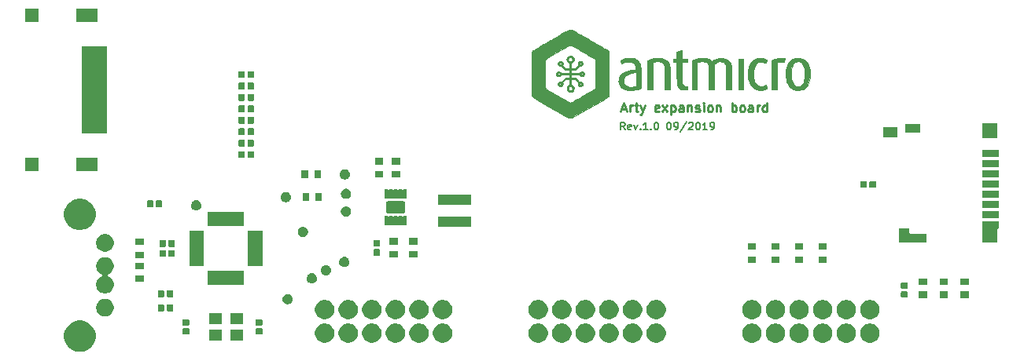
<source format=gbr>
G04 #@! TF.GenerationSoftware,KiCad,Pcbnew,5.0.2+dfsg1-1*
G04 #@! TF.CreationDate,2019-09-17T15:01:03+01:00*
G04 #@! TF.ProjectId,HDMI_SD_expansion,48444d49-5f53-4445-9f65-7870616e7369,rev?*
G04 #@! TF.SameCoordinates,Original*
G04 #@! TF.FileFunction,Soldermask,Top*
G04 #@! TF.FilePolarity,Negative*
%FSLAX46Y46*%
G04 Gerber Fmt 4.6, Leading zero omitted, Abs format (unit mm)*
G04 Created by KiCad (PCBNEW 5.0.2+dfsg1-1) date Tue 17 Sep 2019 15:01:03 BST*
%MOMM*%
%LPD*%
G01*
G04 APERTURE LIST*
%ADD10C,0.250000*%
%ADD11C,0.200000*%
%ADD12C,0.002790*%
%ADD13C,0.100000*%
G04 APERTURE END LIST*
D10*
X159648166Y-96548166D02*
X160124357Y-96548166D01*
X159552928Y-96833880D02*
X159886261Y-95833880D01*
X160219595Y-96833880D01*
X160552928Y-96833880D02*
X160552928Y-96167214D01*
X160552928Y-96357690D02*
X160600547Y-96262452D01*
X160648166Y-96214833D01*
X160743404Y-96167214D01*
X160838642Y-96167214D01*
X161029119Y-96167214D02*
X161410071Y-96167214D01*
X161171976Y-95833880D02*
X161171976Y-96691023D01*
X161219595Y-96786261D01*
X161314833Y-96833880D01*
X161410071Y-96833880D01*
X161648166Y-96167214D02*
X161886261Y-96833880D01*
X162124357Y-96167214D02*
X161886261Y-96833880D01*
X161791023Y-97071976D01*
X161743404Y-97119595D01*
X161648166Y-97167214D01*
X163648166Y-96786261D02*
X163552928Y-96833880D01*
X163362452Y-96833880D01*
X163267214Y-96786261D01*
X163219595Y-96691023D01*
X163219595Y-96310071D01*
X163267214Y-96214833D01*
X163362452Y-96167214D01*
X163552928Y-96167214D01*
X163648166Y-96214833D01*
X163695785Y-96310071D01*
X163695785Y-96405309D01*
X163219595Y-96500547D01*
X164029119Y-96833880D02*
X164552928Y-96167214D01*
X164029119Y-96167214D02*
X164552928Y-96833880D01*
X164933880Y-96167214D02*
X164933880Y-97167214D01*
X164933880Y-96214833D02*
X165029119Y-96167214D01*
X165219595Y-96167214D01*
X165314833Y-96214833D01*
X165362452Y-96262452D01*
X165410071Y-96357690D01*
X165410071Y-96643404D01*
X165362452Y-96738642D01*
X165314833Y-96786261D01*
X165219595Y-96833880D01*
X165029119Y-96833880D01*
X164933880Y-96786261D01*
X166267214Y-96833880D02*
X166267214Y-96310071D01*
X166219595Y-96214833D01*
X166124357Y-96167214D01*
X165933880Y-96167214D01*
X165838642Y-96214833D01*
X166267214Y-96786261D02*
X166171976Y-96833880D01*
X165933880Y-96833880D01*
X165838642Y-96786261D01*
X165791023Y-96691023D01*
X165791023Y-96595785D01*
X165838642Y-96500547D01*
X165933880Y-96452928D01*
X166171976Y-96452928D01*
X166267214Y-96405309D01*
X166743404Y-96167214D02*
X166743404Y-96833880D01*
X166743404Y-96262452D02*
X166791023Y-96214833D01*
X166886261Y-96167214D01*
X167029119Y-96167214D01*
X167124357Y-96214833D01*
X167171976Y-96310071D01*
X167171976Y-96833880D01*
X167600547Y-96786261D02*
X167695785Y-96833880D01*
X167886261Y-96833880D01*
X167981500Y-96786261D01*
X168029119Y-96691023D01*
X168029119Y-96643404D01*
X167981500Y-96548166D01*
X167886261Y-96500547D01*
X167743404Y-96500547D01*
X167648166Y-96452928D01*
X167600547Y-96357690D01*
X167600547Y-96310071D01*
X167648166Y-96214833D01*
X167743404Y-96167214D01*
X167886261Y-96167214D01*
X167981500Y-96214833D01*
X168457690Y-96833880D02*
X168457690Y-96167214D01*
X168457690Y-95833880D02*
X168410071Y-95881500D01*
X168457690Y-95929119D01*
X168505309Y-95881500D01*
X168457690Y-95833880D01*
X168457690Y-95929119D01*
X169076738Y-96833880D02*
X168981500Y-96786261D01*
X168933880Y-96738642D01*
X168886261Y-96643404D01*
X168886261Y-96357690D01*
X168933880Y-96262452D01*
X168981500Y-96214833D01*
X169076738Y-96167214D01*
X169219595Y-96167214D01*
X169314833Y-96214833D01*
X169362452Y-96262452D01*
X169410071Y-96357690D01*
X169410071Y-96643404D01*
X169362452Y-96738642D01*
X169314833Y-96786261D01*
X169219595Y-96833880D01*
X169076738Y-96833880D01*
X169838642Y-96167214D02*
X169838642Y-96833880D01*
X169838642Y-96262452D02*
X169886261Y-96214833D01*
X169981500Y-96167214D01*
X170124357Y-96167214D01*
X170219595Y-96214833D01*
X170267214Y-96310071D01*
X170267214Y-96833880D01*
X171505309Y-96833880D02*
X171505309Y-95833880D01*
X171505309Y-96214833D02*
X171600547Y-96167214D01*
X171791023Y-96167214D01*
X171886261Y-96214833D01*
X171933880Y-96262452D01*
X171981500Y-96357690D01*
X171981500Y-96643404D01*
X171933880Y-96738642D01*
X171886261Y-96786261D01*
X171791023Y-96833880D01*
X171600547Y-96833880D01*
X171505309Y-96786261D01*
X172552928Y-96833880D02*
X172457690Y-96786261D01*
X172410071Y-96738642D01*
X172362452Y-96643404D01*
X172362452Y-96357690D01*
X172410071Y-96262452D01*
X172457690Y-96214833D01*
X172552928Y-96167214D01*
X172695785Y-96167214D01*
X172791023Y-96214833D01*
X172838642Y-96262452D01*
X172886261Y-96357690D01*
X172886261Y-96643404D01*
X172838642Y-96738642D01*
X172791023Y-96786261D01*
X172695785Y-96833880D01*
X172552928Y-96833880D01*
X173743404Y-96833880D02*
X173743404Y-96310071D01*
X173695785Y-96214833D01*
X173600547Y-96167214D01*
X173410071Y-96167214D01*
X173314833Y-96214833D01*
X173743404Y-96786261D02*
X173648166Y-96833880D01*
X173410071Y-96833880D01*
X173314833Y-96786261D01*
X173267214Y-96691023D01*
X173267214Y-96595785D01*
X173314833Y-96500547D01*
X173410071Y-96452928D01*
X173648166Y-96452928D01*
X173743404Y-96405309D01*
X174219595Y-96833880D02*
X174219595Y-96167214D01*
X174219595Y-96357690D02*
X174267214Y-96262452D01*
X174314833Y-96214833D01*
X174410071Y-96167214D01*
X174505309Y-96167214D01*
X175267214Y-96833880D02*
X175267214Y-95833880D01*
X175267214Y-96786261D02*
X175171976Y-96833880D01*
X174981500Y-96833880D01*
X174886261Y-96786261D01*
X174838642Y-96738642D01*
X174791023Y-96643404D01*
X174791023Y-96357690D01*
X174838642Y-96262452D01*
X174886261Y-96214833D01*
X174981500Y-96167214D01*
X175171976Y-96167214D01*
X175267214Y-96214833D01*
D11*
X160008119Y-98775404D02*
X159741452Y-98394452D01*
X159550976Y-98775404D02*
X159550976Y-97975404D01*
X159855738Y-97975404D01*
X159931928Y-98013500D01*
X159970023Y-98051595D01*
X160008119Y-98127785D01*
X160008119Y-98242071D01*
X159970023Y-98318261D01*
X159931928Y-98356357D01*
X159855738Y-98394452D01*
X159550976Y-98394452D01*
X160655738Y-98737309D02*
X160579547Y-98775404D01*
X160427166Y-98775404D01*
X160350976Y-98737309D01*
X160312880Y-98661119D01*
X160312880Y-98356357D01*
X160350976Y-98280166D01*
X160427166Y-98242071D01*
X160579547Y-98242071D01*
X160655738Y-98280166D01*
X160693833Y-98356357D01*
X160693833Y-98432547D01*
X160312880Y-98508738D01*
X160960500Y-98242071D02*
X161150976Y-98775404D01*
X161341452Y-98242071D01*
X161646214Y-98699214D02*
X161684309Y-98737309D01*
X161646214Y-98775404D01*
X161608119Y-98737309D01*
X161646214Y-98699214D01*
X161646214Y-98775404D01*
X162446214Y-98775404D02*
X161989071Y-98775404D01*
X162217642Y-98775404D02*
X162217642Y-97975404D01*
X162141452Y-98089690D01*
X162065261Y-98165880D01*
X161989071Y-98203976D01*
X162789071Y-98699214D02*
X162827166Y-98737309D01*
X162789071Y-98775404D01*
X162750976Y-98737309D01*
X162789071Y-98699214D01*
X162789071Y-98775404D01*
X163322404Y-97975404D02*
X163398595Y-97975404D01*
X163474785Y-98013500D01*
X163512880Y-98051595D01*
X163550976Y-98127785D01*
X163589071Y-98280166D01*
X163589071Y-98470642D01*
X163550976Y-98623023D01*
X163512880Y-98699214D01*
X163474785Y-98737309D01*
X163398595Y-98775404D01*
X163322404Y-98775404D01*
X163246214Y-98737309D01*
X163208119Y-98699214D01*
X163170023Y-98623023D01*
X163131928Y-98470642D01*
X163131928Y-98280166D01*
X163170023Y-98127785D01*
X163208119Y-98051595D01*
X163246214Y-98013500D01*
X163322404Y-97975404D01*
X164693833Y-97975404D02*
X164770023Y-97975404D01*
X164846214Y-98013500D01*
X164884309Y-98051595D01*
X164922404Y-98127785D01*
X164960500Y-98280166D01*
X164960500Y-98470642D01*
X164922404Y-98623023D01*
X164884309Y-98699214D01*
X164846214Y-98737309D01*
X164770023Y-98775404D01*
X164693833Y-98775404D01*
X164617642Y-98737309D01*
X164579547Y-98699214D01*
X164541452Y-98623023D01*
X164503357Y-98470642D01*
X164503357Y-98280166D01*
X164541452Y-98127785D01*
X164579547Y-98051595D01*
X164617642Y-98013500D01*
X164693833Y-97975404D01*
X165341452Y-98775404D02*
X165493833Y-98775404D01*
X165570023Y-98737309D01*
X165608119Y-98699214D01*
X165684309Y-98584928D01*
X165722404Y-98432547D01*
X165722404Y-98127785D01*
X165684309Y-98051595D01*
X165646214Y-98013500D01*
X165570023Y-97975404D01*
X165417642Y-97975404D01*
X165341452Y-98013500D01*
X165303357Y-98051595D01*
X165265261Y-98127785D01*
X165265261Y-98318261D01*
X165303357Y-98394452D01*
X165341452Y-98432547D01*
X165417642Y-98470642D01*
X165570023Y-98470642D01*
X165646214Y-98432547D01*
X165684309Y-98394452D01*
X165722404Y-98318261D01*
X166636690Y-97937309D02*
X165950976Y-98965880D01*
X166865261Y-98051595D02*
X166903357Y-98013500D01*
X166979547Y-97975404D01*
X167170023Y-97975404D01*
X167246214Y-98013500D01*
X167284309Y-98051595D01*
X167322404Y-98127785D01*
X167322404Y-98203976D01*
X167284309Y-98318261D01*
X166827166Y-98775404D01*
X167322404Y-98775404D01*
X167817642Y-97975404D02*
X167893833Y-97975404D01*
X167970023Y-98013500D01*
X168008119Y-98051595D01*
X168046214Y-98127785D01*
X168084309Y-98280166D01*
X168084309Y-98470642D01*
X168046214Y-98623023D01*
X168008119Y-98699214D01*
X167970023Y-98737309D01*
X167893833Y-98775404D01*
X167817642Y-98775404D01*
X167741452Y-98737309D01*
X167703357Y-98699214D01*
X167665261Y-98623023D01*
X167627166Y-98470642D01*
X167627166Y-98280166D01*
X167665261Y-98127785D01*
X167703357Y-98051595D01*
X167741452Y-98013500D01*
X167817642Y-97975404D01*
X168846214Y-98775404D02*
X168389071Y-98775404D01*
X168617642Y-98775404D02*
X168617642Y-97975404D01*
X168541452Y-98089690D01*
X168465261Y-98165880D01*
X168389071Y-98203976D01*
X169227166Y-98775404D02*
X169379547Y-98775404D01*
X169455738Y-98737309D01*
X169493833Y-98699214D01*
X169570023Y-98584928D01*
X169608119Y-98432547D01*
X169608119Y-98127785D01*
X169570023Y-98051595D01*
X169531928Y-98013500D01*
X169455738Y-97975404D01*
X169303357Y-97975404D01*
X169227166Y-98013500D01*
X169189071Y-98051595D01*
X169150976Y-98127785D01*
X169150976Y-98318261D01*
X169189071Y-98394452D01*
X169227166Y-98432547D01*
X169303357Y-98470642D01*
X169455738Y-98470642D01*
X169531928Y-98432547D01*
X169570023Y-98394452D01*
X169608119Y-98318261D01*
D12*
G04 #@! TO.C,N1*
G36*
X172742632Y-94445820D02*
X172175704Y-94445820D01*
X172175704Y-91091496D01*
X172742632Y-91091496D01*
X172742632Y-94445820D01*
X172742632Y-94445820D01*
G37*
X172742632Y-94445820D02*
X172175704Y-94445820D01*
X172175704Y-91091496D01*
X172742632Y-91091496D01*
X172742632Y-94445820D01*
G36*
X170559563Y-91061900D02*
X170790071Y-91112118D01*
X170988393Y-91195229D01*
X171153648Y-91310794D01*
X171284951Y-91458380D01*
X171347993Y-91563936D01*
X171372961Y-91614835D01*
X171394176Y-91664050D01*
X171411942Y-91715761D01*
X171426564Y-91774147D01*
X171438348Y-91843387D01*
X171447599Y-91927660D01*
X171454621Y-92031145D01*
X171459719Y-92158022D01*
X171463199Y-92312469D01*
X171465366Y-92498667D01*
X171466525Y-92720793D01*
X171466980Y-92983028D01*
X171467044Y-93195017D01*
X171467044Y-94445820D01*
X170901643Y-94445820D01*
X170894974Y-93140704D01*
X170888305Y-91835589D01*
X170819368Y-91711166D01*
X170725609Y-91587454D01*
X170603634Y-91495825D01*
X170460413Y-91436835D01*
X170302916Y-91411041D01*
X170138113Y-91418999D01*
X169972975Y-91461266D01*
X169814470Y-91538397D01*
X169701299Y-91621922D01*
X169600906Y-91709349D01*
X169600906Y-94445820D01*
X169033978Y-94445820D01*
X169033978Y-93167067D01*
X169033564Y-92846221D01*
X169032301Y-92571070D01*
X169030160Y-92340073D01*
X169027109Y-92151689D01*
X169023119Y-92004376D01*
X169018159Y-91896592D01*
X169012199Y-91826796D01*
X169007015Y-91798320D01*
X168943668Y-91664645D01*
X168843425Y-91557681D01*
X168709219Y-91478731D01*
X168543983Y-91429093D01*
X168350650Y-91410071D01*
X168154787Y-91420232D01*
X168047975Y-91433216D01*
X167971331Y-91445530D01*
X167907983Y-91460877D01*
X167841055Y-91482959D01*
X167799729Y-91498150D01*
X167734768Y-91522423D01*
X167734768Y-94445820D01*
X167191462Y-94445820D01*
X167191462Y-91259068D01*
X167416496Y-91186983D01*
X167669932Y-91115372D01*
X167906692Y-91070663D01*
X168146838Y-91050056D01*
X168396184Y-91050248D01*
X168596272Y-91062043D01*
X168760229Y-91084465D01*
X168898558Y-91120579D01*
X169021762Y-91173453D01*
X169140344Y-91246150D01*
X169189130Y-91281690D01*
X169344272Y-91399116D01*
X169443061Y-91318963D01*
X169634324Y-91192577D01*
X169849085Y-91105338D01*
X170089247Y-91056638D01*
X170297755Y-91045011D01*
X170559563Y-91061900D01*
X170559563Y-91061900D01*
G37*
X170559563Y-91061900D02*
X170790071Y-91112118D01*
X170988393Y-91195229D01*
X171153648Y-91310794D01*
X171284951Y-91458380D01*
X171347993Y-91563936D01*
X171372961Y-91614835D01*
X171394176Y-91664050D01*
X171411942Y-91715761D01*
X171426564Y-91774147D01*
X171438348Y-91843387D01*
X171447599Y-91927660D01*
X171454621Y-92031145D01*
X171459719Y-92158022D01*
X171463199Y-92312469D01*
X171465366Y-92498667D01*
X171466525Y-92720793D01*
X171466980Y-92983028D01*
X171467044Y-93195017D01*
X171467044Y-94445820D01*
X170901643Y-94445820D01*
X170894974Y-93140704D01*
X170888305Y-91835589D01*
X170819368Y-91711166D01*
X170725609Y-91587454D01*
X170603634Y-91495825D01*
X170460413Y-91436835D01*
X170302916Y-91411041D01*
X170138113Y-91418999D01*
X169972975Y-91461266D01*
X169814470Y-91538397D01*
X169701299Y-91621922D01*
X169600906Y-91709349D01*
X169600906Y-94445820D01*
X169033978Y-94445820D01*
X169033978Y-93167067D01*
X169033564Y-92846221D01*
X169032301Y-92571070D01*
X169030160Y-92340073D01*
X169027109Y-92151689D01*
X169023119Y-92004376D01*
X169018159Y-91896592D01*
X169012199Y-91826796D01*
X169007015Y-91798320D01*
X168943668Y-91664645D01*
X168843425Y-91557681D01*
X168709219Y-91478731D01*
X168543983Y-91429093D01*
X168350650Y-91410071D01*
X168154787Y-91420232D01*
X168047975Y-91433216D01*
X167971331Y-91445530D01*
X167907983Y-91460877D01*
X167841055Y-91482959D01*
X167799729Y-91498150D01*
X167734768Y-91522423D01*
X167734768Y-94445820D01*
X167191462Y-94445820D01*
X167191462Y-91259068D01*
X167416496Y-91186983D01*
X167669932Y-91115372D01*
X167906692Y-91070663D01*
X168146838Y-91050056D01*
X168396184Y-91050248D01*
X168596272Y-91062043D01*
X168760229Y-91084465D01*
X168898558Y-91120579D01*
X169021762Y-91173453D01*
X169140344Y-91246150D01*
X169189130Y-91281690D01*
X169344272Y-91399116D01*
X169443061Y-91318963D01*
X169634324Y-91192577D01*
X169849085Y-91105338D01*
X170089247Y-91056638D01*
X170297755Y-91045011D01*
X170559563Y-91061900D01*
G36*
X178841500Y-91060402D02*
X179052657Y-91108481D01*
X179239582Y-91191198D01*
X179408441Y-91310913D01*
X179486579Y-91383919D01*
X179636200Y-91566853D01*
X179754727Y-91782042D01*
X179842692Y-92030850D01*
X179900628Y-92314643D01*
X179920893Y-92498455D01*
X179932346Y-92828820D01*
X179913017Y-93137736D01*
X179863908Y-93422287D01*
X179786024Y-93679553D01*
X179680366Y-93906617D01*
X179547938Y-94100561D01*
X179389743Y-94258467D01*
X179291574Y-94329241D01*
X179136754Y-94406112D01*
X178952499Y-94463401D01*
X178753461Y-94498506D01*
X178554292Y-94508827D01*
X178372857Y-94492344D01*
X178139820Y-94428496D01*
X177933282Y-94325939D01*
X177754119Y-94185654D01*
X177603205Y-94008624D01*
X177481414Y-93795828D01*
X177389621Y-93548249D01*
X177339591Y-93332636D01*
X177297544Y-93012703D01*
X177288722Y-92755735D01*
X177853413Y-92755735D01*
X177863708Y-93019412D01*
X177895260Y-93273026D01*
X177948094Y-93506116D01*
X178019745Y-93702805D01*
X178112208Y-93857837D01*
X178229369Y-93979076D01*
X178365307Y-94064098D01*
X178514098Y-94110477D01*
X178669822Y-94115788D01*
X178826555Y-94077608D01*
X178878662Y-94054468D01*
X179011342Y-93967195D01*
X179121357Y-93847674D01*
X179209820Y-93693507D01*
X179277844Y-93502298D01*
X179326541Y-93271646D01*
X179354753Y-93028500D01*
X179366999Y-92732109D01*
X179354926Y-92456071D01*
X179319484Y-92204513D01*
X179261619Y-91981565D01*
X179182281Y-91791358D01*
X179082417Y-91638021D01*
X179020395Y-91572101D01*
X178885495Y-91476614D01*
X178739180Y-91423269D01*
X178587988Y-91410507D01*
X178438453Y-91436769D01*
X178297112Y-91500496D01*
X178170502Y-91600129D01*
X178065158Y-91734110D01*
X178024293Y-91809683D01*
X177949814Y-92008972D01*
X177896491Y-92240052D01*
X177864349Y-92492461D01*
X177853413Y-92755735D01*
X177288722Y-92755735D01*
X177286866Y-92701669D01*
X177306606Y-92404471D01*
X177355815Y-92126047D01*
X177433543Y-91871333D01*
X177538840Y-91645267D01*
X177670756Y-91452787D01*
X177709802Y-91408307D01*
X177879670Y-91256953D01*
X178071607Y-91146498D01*
X178286988Y-91076382D01*
X178527187Y-91046043D01*
X178599946Y-91044601D01*
X178841500Y-91060402D01*
X178841500Y-91060402D01*
G37*
X178841500Y-91060402D02*
X179052657Y-91108481D01*
X179239582Y-91191198D01*
X179408441Y-91310913D01*
X179486579Y-91383919D01*
X179636200Y-91566853D01*
X179754727Y-91782042D01*
X179842692Y-92030850D01*
X179900628Y-92314643D01*
X179920893Y-92498455D01*
X179932346Y-92828820D01*
X179913017Y-93137736D01*
X179863908Y-93422287D01*
X179786024Y-93679553D01*
X179680366Y-93906617D01*
X179547938Y-94100561D01*
X179389743Y-94258467D01*
X179291574Y-94329241D01*
X179136754Y-94406112D01*
X178952499Y-94463401D01*
X178753461Y-94498506D01*
X178554292Y-94508827D01*
X178372857Y-94492344D01*
X178139820Y-94428496D01*
X177933282Y-94325939D01*
X177754119Y-94185654D01*
X177603205Y-94008624D01*
X177481414Y-93795828D01*
X177389621Y-93548249D01*
X177339591Y-93332636D01*
X177297544Y-93012703D01*
X177288722Y-92755735D01*
X177853413Y-92755735D01*
X177863708Y-93019412D01*
X177895260Y-93273026D01*
X177948094Y-93506116D01*
X178019745Y-93702805D01*
X178112208Y-93857837D01*
X178229369Y-93979076D01*
X178365307Y-94064098D01*
X178514098Y-94110477D01*
X178669822Y-94115788D01*
X178826555Y-94077608D01*
X178878662Y-94054468D01*
X179011342Y-93967195D01*
X179121357Y-93847674D01*
X179209820Y-93693507D01*
X179277844Y-93502298D01*
X179326541Y-93271646D01*
X179354753Y-93028500D01*
X179366999Y-92732109D01*
X179354926Y-92456071D01*
X179319484Y-92204513D01*
X179261619Y-91981565D01*
X179182281Y-91791358D01*
X179082417Y-91638021D01*
X179020395Y-91572101D01*
X178885495Y-91476614D01*
X178739180Y-91423269D01*
X178587988Y-91410507D01*
X178438453Y-91436769D01*
X178297112Y-91500496D01*
X178170502Y-91600129D01*
X178065158Y-91734110D01*
X178024293Y-91809683D01*
X177949814Y-92008972D01*
X177896491Y-92240052D01*
X177864349Y-92492461D01*
X177853413Y-92755735D01*
X177288722Y-92755735D01*
X177286866Y-92701669D01*
X177306606Y-92404471D01*
X177355815Y-92126047D01*
X177433543Y-91871333D01*
X177538840Y-91645267D01*
X177670756Y-91452787D01*
X177709802Y-91408307D01*
X177879670Y-91256953D01*
X178071607Y-91146498D01*
X178286988Y-91076382D01*
X178527187Y-91046043D01*
X178599946Y-91044601D01*
X178841500Y-91060402D01*
G36*
X154195538Y-87979731D02*
X154293271Y-88002134D01*
X154294905Y-88002808D01*
X154325645Y-88018848D01*
X154393667Y-88056477D01*
X154495362Y-88113621D01*
X154627123Y-88188207D01*
X154785339Y-88278157D01*
X154966404Y-88381399D01*
X155166709Y-88495857D01*
X155382645Y-88619458D01*
X155610604Y-88750125D01*
X155846977Y-88885785D01*
X156088157Y-89024362D01*
X156330535Y-89163783D01*
X156570503Y-89301971D01*
X156804452Y-89436854D01*
X157028773Y-89566356D01*
X157239859Y-89688402D01*
X157434101Y-89800918D01*
X157607891Y-89901830D01*
X157757620Y-89989061D01*
X157879681Y-90060538D01*
X157970464Y-90114186D01*
X158026361Y-90147931D01*
X158032749Y-90151926D01*
X158132947Y-90234208D01*
X158209914Y-90332609D01*
X158274157Y-90441891D01*
X158280528Y-92693541D01*
X158281483Y-93124367D01*
X158281799Y-93513100D01*
X158281478Y-93859152D01*
X158280525Y-94161938D01*
X158278945Y-94420870D01*
X158276741Y-94635362D01*
X158273919Y-94804829D01*
X158270483Y-94928683D01*
X158266436Y-95006338D01*
X158262881Y-95034384D01*
X158253236Y-95069947D01*
X158242955Y-95102383D01*
X158229584Y-95133325D01*
X158210671Y-95164406D01*
X158183764Y-95197260D01*
X158146409Y-95233521D01*
X158096154Y-95274822D01*
X158030547Y-95322797D01*
X157947134Y-95379080D01*
X157843463Y-95445303D01*
X157717082Y-95523101D01*
X157565537Y-95614108D01*
X157386376Y-95719956D01*
X157177146Y-95842279D01*
X156935395Y-95982711D01*
X156658670Y-96142885D01*
X156344519Y-96324436D01*
X156204703Y-96405214D01*
X154305661Y-97502405D01*
X154128496Y-97511509D01*
X153951331Y-97520612D01*
X153254482Y-97119845D01*
X152827765Y-96874469D01*
X152440058Y-96651529D01*
X152089461Y-96449827D01*
X151774075Y-96268165D01*
X151492001Y-96105347D01*
X151241341Y-95960175D01*
X151020195Y-95831451D01*
X150826664Y-95717979D01*
X150658849Y-95618561D01*
X150514852Y-95532000D01*
X150392773Y-95457099D01*
X150290713Y-95392659D01*
X150206772Y-95337485D01*
X150139053Y-95290378D01*
X150085656Y-95250141D01*
X150044682Y-95215577D01*
X150014232Y-95185489D01*
X149992407Y-95158678D01*
X149977308Y-95133949D01*
X149967036Y-95110104D01*
X149959692Y-95085945D01*
X149953377Y-95060275D01*
X149946881Y-95034435D01*
X149942357Y-94992987D01*
X149938442Y-94904869D01*
X149935139Y-94770652D01*
X149932453Y-94590907D01*
X149930388Y-94366205D01*
X149928949Y-94097115D01*
X149928139Y-93784210D01*
X149927964Y-93428059D01*
X149928427Y-93029233D01*
X149929098Y-92745036D01*
X151388344Y-92745036D01*
X151388376Y-93052081D01*
X151388647Y-93315492D01*
X151389424Y-93538878D01*
X151390973Y-93725849D01*
X151393559Y-93880014D01*
X151397448Y-94004983D01*
X151402905Y-94104365D01*
X151410196Y-94181771D01*
X151419588Y-94240809D01*
X151431345Y-94285090D01*
X151445733Y-94318223D01*
X151463018Y-94343817D01*
X151483465Y-94365482D01*
X151507341Y-94386828D01*
X151509315Y-94388550D01*
X151540964Y-94410118D01*
X151609059Y-94452277D01*
X151709152Y-94512467D01*
X151836795Y-94588126D01*
X151987537Y-94676694D01*
X152156930Y-94775610D01*
X152340526Y-94882314D01*
X152533875Y-94994246D01*
X152732528Y-95108844D01*
X152932036Y-95223548D01*
X153127951Y-95335797D01*
X153315822Y-95443031D01*
X153491203Y-95542689D01*
X153649643Y-95632210D01*
X153786693Y-95709035D01*
X153897905Y-95770601D01*
X153978830Y-95814350D01*
X154025019Y-95837719D01*
X154032261Y-95840643D01*
X154090831Y-95856611D01*
X154131771Y-95857556D01*
X154180293Y-95841973D01*
X154209069Y-95830108D01*
X154248418Y-95810398D01*
X154323289Y-95769786D01*
X154429205Y-95710862D01*
X154561690Y-95636214D01*
X154716266Y-95548433D01*
X154888456Y-95450108D01*
X155073784Y-95343828D01*
X155267773Y-95232182D01*
X155465947Y-95117759D01*
X155663827Y-95003150D01*
X155856938Y-94890942D01*
X156040803Y-94783726D01*
X156210944Y-94684091D01*
X156362885Y-94594626D01*
X156492149Y-94517921D01*
X156594259Y-94456564D01*
X156664739Y-94413145D01*
X156699111Y-94390254D01*
X156700433Y-94389156D01*
X156724586Y-94367431D01*
X156745290Y-94345719D01*
X156762810Y-94320407D01*
X156777411Y-94287882D01*
X156789360Y-94244531D01*
X156798922Y-94186741D01*
X156806364Y-94110898D01*
X156811950Y-94013390D01*
X156815948Y-93890603D01*
X156818622Y-93738924D01*
X156820239Y-93554741D01*
X156821064Y-93334438D01*
X156821364Y-93074404D01*
X156821404Y-92771026D01*
X156821404Y-92745036D01*
X156821400Y-92436638D01*
X156821179Y-92171897D01*
X156820427Y-91947226D01*
X156818830Y-91759039D01*
X156816075Y-91603749D01*
X156811847Y-91477768D01*
X156805832Y-91377511D01*
X156797717Y-91299390D01*
X156787188Y-91239818D01*
X156773931Y-91195210D01*
X156757632Y-91161977D01*
X156737977Y-91136533D01*
X156714653Y-91115292D01*
X156687344Y-91094667D01*
X156676273Y-91086550D01*
X156641588Y-91064233D01*
X156569842Y-91020696D01*
X156464952Y-90958236D01*
X156330833Y-90879147D01*
X156171401Y-90785725D01*
X155990571Y-90680266D01*
X155792259Y-90565066D01*
X155580381Y-90442420D01*
X155401760Y-90339343D01*
X155146533Y-90192449D01*
X154928823Y-90067645D01*
X154745354Y-89963188D01*
X154592851Y-89877337D01*
X154468039Y-89808348D01*
X154367643Y-89754479D01*
X154288387Y-89713985D01*
X154226997Y-89685125D01*
X154180197Y-89666156D01*
X154144712Y-89655335D01*
X154117267Y-89650918D01*
X154107404Y-89650554D01*
X154082712Y-89652786D01*
X154051383Y-89660625D01*
X154010201Y-89675791D01*
X153955950Y-89700000D01*
X153885414Y-89734969D01*
X153795378Y-89782418D01*
X153682626Y-89844061D01*
X153543942Y-89921618D01*
X153376110Y-90016806D01*
X153175913Y-90131342D01*
X152940138Y-90266943D01*
X152775085Y-90362115D01*
X152552945Y-90490497D01*
X152342193Y-90612697D01*
X152146537Y-90726538D01*
X151969682Y-90829846D01*
X151815333Y-90920445D01*
X151687198Y-90996161D01*
X151588982Y-91054817D01*
X151524390Y-91094240D01*
X151497288Y-91112113D01*
X151475536Y-91131639D01*
X151456891Y-91152299D01*
X151441114Y-91177681D01*
X151427964Y-91211374D01*
X151417203Y-91256965D01*
X151408591Y-91318042D01*
X151401889Y-91398193D01*
X151396858Y-91501006D01*
X151393257Y-91630069D01*
X151390849Y-91788971D01*
X151389392Y-91981298D01*
X151388649Y-92210639D01*
X151388380Y-92480582D01*
X151388344Y-92745036D01*
X149929098Y-92745036D01*
X149929220Y-92693541D01*
X149930239Y-92310789D01*
X149931119Y-91972397D01*
X149932042Y-91675483D01*
X149933190Y-91417164D01*
X149934745Y-91194556D01*
X149936889Y-91004778D01*
X149939804Y-90844947D01*
X149943673Y-90712179D01*
X149948676Y-90603592D01*
X149954996Y-90516303D01*
X149962814Y-90447431D01*
X149972314Y-90394090D01*
X149983676Y-90353401D01*
X149997082Y-90322478D01*
X150012715Y-90298440D01*
X150030757Y-90278404D01*
X150051388Y-90259487D01*
X150074792Y-90238807D01*
X150084723Y-90229629D01*
X150114829Y-90208602D01*
X150182902Y-90165807D01*
X150285946Y-90103015D01*
X150420964Y-90021995D01*
X150584959Y-89924514D01*
X150774934Y-89812343D01*
X150987893Y-89687250D01*
X151220837Y-89551004D01*
X151470772Y-89405374D01*
X151734700Y-89252128D01*
X152009623Y-89093037D01*
X152038961Y-89076091D01*
X152359449Y-88891041D01*
X152641690Y-88728209D01*
X152888336Y-88586159D01*
X153102036Y-88463458D01*
X153285442Y-88358672D01*
X153441205Y-88270367D01*
X153571974Y-88197107D01*
X153680402Y-88137459D01*
X153769139Y-88089989D01*
X153840835Y-88053262D01*
X153898141Y-88025843D01*
X153943708Y-88006300D01*
X153980188Y-87993197D01*
X154010229Y-87985100D01*
X154036484Y-87980574D01*
X154061604Y-87978187D01*
X154068969Y-87977695D01*
X154195538Y-87979731D01*
X154195538Y-87979731D01*
G37*
X154195538Y-87979731D02*
X154293271Y-88002134D01*
X154294905Y-88002808D01*
X154325645Y-88018848D01*
X154393667Y-88056477D01*
X154495362Y-88113621D01*
X154627123Y-88188207D01*
X154785339Y-88278157D01*
X154966404Y-88381399D01*
X155166709Y-88495857D01*
X155382645Y-88619458D01*
X155610604Y-88750125D01*
X155846977Y-88885785D01*
X156088157Y-89024362D01*
X156330535Y-89163783D01*
X156570503Y-89301971D01*
X156804452Y-89436854D01*
X157028773Y-89566356D01*
X157239859Y-89688402D01*
X157434101Y-89800918D01*
X157607891Y-89901830D01*
X157757620Y-89989061D01*
X157879681Y-90060538D01*
X157970464Y-90114186D01*
X158026361Y-90147931D01*
X158032749Y-90151926D01*
X158132947Y-90234208D01*
X158209914Y-90332609D01*
X158274157Y-90441891D01*
X158280528Y-92693541D01*
X158281483Y-93124367D01*
X158281799Y-93513100D01*
X158281478Y-93859152D01*
X158280525Y-94161938D01*
X158278945Y-94420870D01*
X158276741Y-94635362D01*
X158273919Y-94804829D01*
X158270483Y-94928683D01*
X158266436Y-95006338D01*
X158262881Y-95034384D01*
X158253236Y-95069947D01*
X158242955Y-95102383D01*
X158229584Y-95133325D01*
X158210671Y-95164406D01*
X158183764Y-95197260D01*
X158146409Y-95233521D01*
X158096154Y-95274822D01*
X158030547Y-95322797D01*
X157947134Y-95379080D01*
X157843463Y-95445303D01*
X157717082Y-95523101D01*
X157565537Y-95614108D01*
X157386376Y-95719956D01*
X157177146Y-95842279D01*
X156935395Y-95982711D01*
X156658670Y-96142885D01*
X156344519Y-96324436D01*
X156204703Y-96405214D01*
X154305661Y-97502405D01*
X154128496Y-97511509D01*
X153951331Y-97520612D01*
X153254482Y-97119845D01*
X152827765Y-96874469D01*
X152440058Y-96651529D01*
X152089461Y-96449827D01*
X151774075Y-96268165D01*
X151492001Y-96105347D01*
X151241341Y-95960175D01*
X151020195Y-95831451D01*
X150826664Y-95717979D01*
X150658849Y-95618561D01*
X150514852Y-95532000D01*
X150392773Y-95457099D01*
X150290713Y-95392659D01*
X150206772Y-95337485D01*
X150139053Y-95290378D01*
X150085656Y-95250141D01*
X150044682Y-95215577D01*
X150014232Y-95185489D01*
X149992407Y-95158678D01*
X149977308Y-95133949D01*
X149967036Y-95110104D01*
X149959692Y-95085945D01*
X149953377Y-95060275D01*
X149946881Y-95034435D01*
X149942357Y-94992987D01*
X149938442Y-94904869D01*
X149935139Y-94770652D01*
X149932453Y-94590907D01*
X149930388Y-94366205D01*
X149928949Y-94097115D01*
X149928139Y-93784210D01*
X149927964Y-93428059D01*
X149928427Y-93029233D01*
X149929098Y-92745036D01*
X151388344Y-92745036D01*
X151388376Y-93052081D01*
X151388647Y-93315492D01*
X151389424Y-93538878D01*
X151390973Y-93725849D01*
X151393559Y-93880014D01*
X151397448Y-94004983D01*
X151402905Y-94104365D01*
X151410196Y-94181771D01*
X151419588Y-94240809D01*
X151431345Y-94285090D01*
X151445733Y-94318223D01*
X151463018Y-94343817D01*
X151483465Y-94365482D01*
X151507341Y-94386828D01*
X151509315Y-94388550D01*
X151540964Y-94410118D01*
X151609059Y-94452277D01*
X151709152Y-94512467D01*
X151836795Y-94588126D01*
X151987537Y-94676694D01*
X152156930Y-94775610D01*
X152340526Y-94882314D01*
X152533875Y-94994246D01*
X152732528Y-95108844D01*
X152932036Y-95223548D01*
X153127951Y-95335797D01*
X153315822Y-95443031D01*
X153491203Y-95542689D01*
X153649643Y-95632210D01*
X153786693Y-95709035D01*
X153897905Y-95770601D01*
X153978830Y-95814350D01*
X154025019Y-95837719D01*
X154032261Y-95840643D01*
X154090831Y-95856611D01*
X154131771Y-95857556D01*
X154180293Y-95841973D01*
X154209069Y-95830108D01*
X154248418Y-95810398D01*
X154323289Y-95769786D01*
X154429205Y-95710862D01*
X154561690Y-95636214D01*
X154716266Y-95548433D01*
X154888456Y-95450108D01*
X155073784Y-95343828D01*
X155267773Y-95232182D01*
X155465947Y-95117759D01*
X155663827Y-95003150D01*
X155856938Y-94890942D01*
X156040803Y-94783726D01*
X156210944Y-94684091D01*
X156362885Y-94594626D01*
X156492149Y-94517921D01*
X156594259Y-94456564D01*
X156664739Y-94413145D01*
X156699111Y-94390254D01*
X156700433Y-94389156D01*
X156724586Y-94367431D01*
X156745290Y-94345719D01*
X156762810Y-94320407D01*
X156777411Y-94287882D01*
X156789360Y-94244531D01*
X156798922Y-94186741D01*
X156806364Y-94110898D01*
X156811950Y-94013390D01*
X156815948Y-93890603D01*
X156818622Y-93738924D01*
X156820239Y-93554741D01*
X156821064Y-93334438D01*
X156821364Y-93074404D01*
X156821404Y-92771026D01*
X156821404Y-92745036D01*
X156821400Y-92436638D01*
X156821179Y-92171897D01*
X156820427Y-91947226D01*
X156818830Y-91759039D01*
X156816075Y-91603749D01*
X156811847Y-91477768D01*
X156805832Y-91377511D01*
X156797717Y-91299390D01*
X156787188Y-91239818D01*
X156773931Y-91195210D01*
X156757632Y-91161977D01*
X156737977Y-91136533D01*
X156714653Y-91115292D01*
X156687344Y-91094667D01*
X156676273Y-91086550D01*
X156641588Y-91064233D01*
X156569842Y-91020696D01*
X156464952Y-90958236D01*
X156330833Y-90879147D01*
X156171401Y-90785725D01*
X155990571Y-90680266D01*
X155792259Y-90565066D01*
X155580381Y-90442420D01*
X155401760Y-90339343D01*
X155146533Y-90192449D01*
X154928823Y-90067645D01*
X154745354Y-89963188D01*
X154592851Y-89877337D01*
X154468039Y-89808348D01*
X154367643Y-89754479D01*
X154288387Y-89713985D01*
X154226997Y-89685125D01*
X154180197Y-89666156D01*
X154144712Y-89655335D01*
X154117267Y-89650918D01*
X154107404Y-89650554D01*
X154082712Y-89652786D01*
X154051383Y-89660625D01*
X154010201Y-89675791D01*
X153955950Y-89700000D01*
X153885414Y-89734969D01*
X153795378Y-89782418D01*
X153682626Y-89844061D01*
X153543942Y-89921618D01*
X153376110Y-90016806D01*
X153175913Y-90131342D01*
X152940138Y-90266943D01*
X152775085Y-90362115D01*
X152552945Y-90490497D01*
X152342193Y-90612697D01*
X152146537Y-90726538D01*
X151969682Y-90829846D01*
X151815333Y-90920445D01*
X151687198Y-90996161D01*
X151588982Y-91054817D01*
X151524390Y-91094240D01*
X151497288Y-91112113D01*
X151475536Y-91131639D01*
X151456891Y-91152299D01*
X151441114Y-91177681D01*
X151427964Y-91211374D01*
X151417203Y-91256965D01*
X151408591Y-91318042D01*
X151401889Y-91398193D01*
X151396858Y-91501006D01*
X151393257Y-91630069D01*
X151390849Y-91788971D01*
X151389392Y-91981298D01*
X151388649Y-92210639D01*
X151388380Y-92480582D01*
X151388344Y-92745036D01*
X149929098Y-92745036D01*
X149929220Y-92693541D01*
X149930239Y-92310789D01*
X149931119Y-91972397D01*
X149932042Y-91675483D01*
X149933190Y-91417164D01*
X149934745Y-91194556D01*
X149936889Y-91004778D01*
X149939804Y-90844947D01*
X149943673Y-90712179D01*
X149948676Y-90603592D01*
X149954996Y-90516303D01*
X149962814Y-90447431D01*
X149972314Y-90394090D01*
X149983676Y-90353401D01*
X149997082Y-90322478D01*
X150012715Y-90298440D01*
X150030757Y-90278404D01*
X150051388Y-90259487D01*
X150074792Y-90238807D01*
X150084723Y-90229629D01*
X150114829Y-90208602D01*
X150182902Y-90165807D01*
X150285946Y-90103015D01*
X150420964Y-90021995D01*
X150584959Y-89924514D01*
X150774934Y-89812343D01*
X150987893Y-89687250D01*
X151220837Y-89551004D01*
X151470772Y-89405374D01*
X151734700Y-89252128D01*
X152009623Y-89093037D01*
X152038961Y-89076091D01*
X152359449Y-88891041D01*
X152641690Y-88728209D01*
X152888336Y-88586159D01*
X153102036Y-88463458D01*
X153285442Y-88358672D01*
X153441205Y-88270367D01*
X153571974Y-88197107D01*
X153680402Y-88137459D01*
X153769139Y-88089989D01*
X153840835Y-88053262D01*
X153898141Y-88025843D01*
X153943708Y-88006300D01*
X153980188Y-87993197D01*
X154010229Y-87985100D01*
X154036484Y-87980574D01*
X154061604Y-87978187D01*
X154068969Y-87977695D01*
X154195538Y-87979731D01*
G36*
X174644713Y-91048517D02*
X174800259Y-91063588D01*
X174886781Y-91079866D01*
X174975952Y-91105539D01*
X175071706Y-91140406D01*
X175161651Y-91179062D01*
X175233398Y-91216099D01*
X175274554Y-91246111D01*
X175277846Y-91250495D01*
X175275301Y-91279867D01*
X175258286Y-91337578D01*
X175232135Y-91410055D01*
X175202183Y-91483727D01*
X175173765Y-91545023D01*
X175152216Y-91580371D01*
X175146665Y-91584209D01*
X175117510Y-91575700D01*
X175059467Y-91552418D01*
X175000699Y-91526456D01*
X174820084Y-91463726D01*
X174641205Y-91439347D01*
X174472362Y-91453577D01*
X174324373Y-91505363D01*
X174200699Y-91593847D01*
X174087369Y-91723639D01*
X173987944Y-91889291D01*
X173905986Y-92085356D01*
X173871230Y-92198339D01*
X173843800Y-92337569D01*
X173826172Y-92509010D01*
X173818346Y-92698659D01*
X173820322Y-92892512D01*
X173832098Y-93076565D01*
X173853674Y-93236814D01*
X173871294Y-93315604D01*
X173951411Y-93550281D01*
X174052274Y-93742813D01*
X174174173Y-93893640D01*
X174317400Y-94003204D01*
X174328513Y-94009496D01*
X174400819Y-94046192D01*
X174464463Y-94067299D01*
X174537790Y-94076849D01*
X174639141Y-94078870D01*
X174644203Y-94078851D01*
X174750544Y-94074178D01*
X174843884Y-94058314D01*
X174938559Y-94026943D01*
X175048907Y-93975747D01*
X175131448Y-93932176D01*
X175141741Y-93938795D01*
X175159571Y-93969783D01*
X175187159Y-94030006D01*
X175226722Y-94124333D01*
X175280478Y-94257632D01*
X175285534Y-94270317D01*
X175272245Y-94295730D01*
X175224174Y-94331381D01*
X175151150Y-94371960D01*
X175063003Y-94412157D01*
X174969562Y-94446662D01*
X174945194Y-94454169D01*
X174818114Y-94481214D01*
X174665046Y-94498553D01*
X174506305Y-94505006D01*
X174362204Y-94499388D01*
X174301684Y-94491631D01*
X174213182Y-94469174D01*
X174106650Y-94431853D01*
X174006409Y-94388329D01*
X173810339Y-94266324D01*
X173641069Y-94106033D01*
X173499336Y-93908577D01*
X173385879Y-93675076D01*
X173301437Y-93406652D01*
X173273322Y-93275949D01*
X173252815Y-93121254D01*
X173242023Y-92937978D01*
X173240553Y-92739402D01*
X173248008Y-92538811D01*
X173263995Y-92349489D01*
X173288118Y-92184717D01*
X173308421Y-92095449D01*
X173400218Y-91833969D01*
X173521406Y-91606105D01*
X173670472Y-91413561D01*
X173845908Y-91258045D01*
X174046202Y-91141262D01*
X174205578Y-91081938D01*
X174329869Y-91057744D01*
X174482082Y-91046586D01*
X174644713Y-91048517D01*
X174644713Y-91048517D01*
G37*
X174644713Y-91048517D02*
X174800259Y-91063588D01*
X174886781Y-91079866D01*
X174975952Y-91105539D01*
X175071706Y-91140406D01*
X175161651Y-91179062D01*
X175233398Y-91216099D01*
X175274554Y-91246111D01*
X175277846Y-91250495D01*
X175275301Y-91279867D01*
X175258286Y-91337578D01*
X175232135Y-91410055D01*
X175202183Y-91483727D01*
X175173765Y-91545023D01*
X175152216Y-91580371D01*
X175146665Y-91584209D01*
X175117510Y-91575700D01*
X175059467Y-91552418D01*
X175000699Y-91526456D01*
X174820084Y-91463726D01*
X174641205Y-91439347D01*
X174472362Y-91453577D01*
X174324373Y-91505363D01*
X174200699Y-91593847D01*
X174087369Y-91723639D01*
X173987944Y-91889291D01*
X173905986Y-92085356D01*
X173871230Y-92198339D01*
X173843800Y-92337569D01*
X173826172Y-92509010D01*
X173818346Y-92698659D01*
X173820322Y-92892512D01*
X173832098Y-93076565D01*
X173853674Y-93236814D01*
X173871294Y-93315604D01*
X173951411Y-93550281D01*
X174052274Y-93742813D01*
X174174173Y-93893640D01*
X174317400Y-94003204D01*
X174328513Y-94009496D01*
X174400819Y-94046192D01*
X174464463Y-94067299D01*
X174537790Y-94076849D01*
X174639141Y-94078870D01*
X174644203Y-94078851D01*
X174750544Y-94074178D01*
X174843884Y-94058314D01*
X174938559Y-94026943D01*
X175048907Y-93975747D01*
X175131448Y-93932176D01*
X175141741Y-93938795D01*
X175159571Y-93969783D01*
X175187159Y-94030006D01*
X175226722Y-94124333D01*
X175280478Y-94257632D01*
X175285534Y-94270317D01*
X175272245Y-94295730D01*
X175224174Y-94331381D01*
X175151150Y-94371960D01*
X175063003Y-94412157D01*
X174969562Y-94446662D01*
X174945194Y-94454169D01*
X174818114Y-94481214D01*
X174665046Y-94498553D01*
X174506305Y-94505006D01*
X174362204Y-94499388D01*
X174301684Y-94491631D01*
X174213182Y-94469174D01*
X174106650Y-94431853D01*
X174006409Y-94388329D01*
X173810339Y-94266324D01*
X173641069Y-94106033D01*
X173499336Y-93908577D01*
X173385879Y-93675076D01*
X173301437Y-93406652D01*
X173273322Y-93275949D01*
X173252815Y-93121254D01*
X173242023Y-92937978D01*
X173240553Y-92739402D01*
X173248008Y-92538811D01*
X173263995Y-92349489D01*
X173288118Y-92184717D01*
X173308421Y-92095449D01*
X173400218Y-91833969D01*
X173521406Y-91606105D01*
X173670472Y-91413561D01*
X173845908Y-91258045D01*
X174046202Y-91141262D01*
X174205578Y-91081938D01*
X174329869Y-91057744D01*
X174482082Y-91046586D01*
X174644713Y-91048517D01*
G36*
X177171204Y-91047957D02*
X177213646Y-91053925D01*
X177230126Y-91063782D01*
X177230812Y-91067055D01*
X177224117Y-91101742D01*
X177206245Y-91169191D01*
X177180510Y-91257197D01*
X177168772Y-91295375D01*
X177137074Y-91391968D01*
X177112887Y-91450324D01*
X177091994Y-91477972D01*
X177070176Y-91482440D01*
X177064759Y-91481037D01*
X176917902Y-91449707D01*
X176753904Y-91439388D01*
X176591346Y-91449810D01*
X176448813Y-91480705D01*
X176421759Y-91490312D01*
X176356798Y-91515523D01*
X176356798Y-94445820D01*
X175789870Y-94445820D01*
X175789870Y-91261643D01*
X175961129Y-91200276D01*
X176109954Y-91150278D01*
X176246089Y-91113113D01*
X176382502Y-91086568D01*
X176532159Y-91068434D01*
X176708026Y-91056499D01*
X176835144Y-91051271D01*
X176987248Y-91046841D01*
X177097503Y-91045666D01*
X177171204Y-91047957D01*
X177171204Y-91047957D01*
G37*
X177171204Y-91047957D02*
X177213646Y-91053925D01*
X177230126Y-91063782D01*
X177230812Y-91067055D01*
X177224117Y-91101742D01*
X177206245Y-91169191D01*
X177180510Y-91257197D01*
X177168772Y-91295375D01*
X177137074Y-91391968D01*
X177112887Y-91450324D01*
X177091994Y-91477972D01*
X177070176Y-91482440D01*
X177064759Y-91481037D01*
X176917902Y-91449707D01*
X176753904Y-91439388D01*
X176591346Y-91449810D01*
X176448813Y-91480705D01*
X176421759Y-91490312D01*
X176356798Y-91515523D01*
X176356798Y-94445820D01*
X175789870Y-94445820D01*
X175789870Y-91261643D01*
X175961129Y-91200276D01*
X176109954Y-91150278D01*
X176246089Y-91113113D01*
X176382502Y-91086568D01*
X176532159Y-91068434D01*
X176708026Y-91056499D01*
X176835144Y-91051271D01*
X176987248Y-91046841D01*
X177097503Y-91045666D01*
X177171204Y-91047957D01*
G36*
X166117382Y-90192666D02*
X166121695Y-90255174D01*
X166125144Y-90350603D01*
X166127482Y-90471790D01*
X166128458Y-90611574D01*
X166128472Y-90630867D01*
X166128472Y-91091496D01*
X166695400Y-91091496D01*
X166695400Y-91469448D01*
X166128472Y-91469448D01*
X166128472Y-93776973D01*
X166182210Y-93878594D01*
X166251309Y-93975396D01*
X166340169Y-94035307D01*
X166455856Y-94061892D01*
X166547812Y-94063035D01*
X166695499Y-94056057D01*
X166695449Y-94237733D01*
X166691272Y-94349716D01*
X166678960Y-94417604D01*
X166665873Y-94437939D01*
X166630761Y-94446487D01*
X166560144Y-94454503D01*
X166465757Y-94460858D01*
X166400125Y-94463480D01*
X166270581Y-94464664D01*
X166172885Y-94458249D01*
X166092033Y-94442675D01*
X166038825Y-94425992D01*
X165895044Y-94358148D01*
X165780596Y-94263860D01*
X165685908Y-94134474D01*
X165656032Y-94080014D01*
X165573355Y-93919172D01*
X165566640Y-92694310D01*
X165559926Y-91469448D01*
X165183592Y-91469448D01*
X165183592Y-91091496D01*
X165561544Y-91091496D01*
X165561544Y-90337217D01*
X165828992Y-90253728D01*
X165934664Y-90221139D01*
X166023464Y-90194503D01*
X166085928Y-90176609D01*
X166112456Y-90170238D01*
X166117382Y-90192666D01*
X166117382Y-90192666D01*
G37*
X166117382Y-90192666D02*
X166121695Y-90255174D01*
X166125144Y-90350603D01*
X166127482Y-90471790D01*
X166128458Y-90611574D01*
X166128472Y-90630867D01*
X166128472Y-91091496D01*
X166695400Y-91091496D01*
X166695400Y-91469448D01*
X166128472Y-91469448D01*
X166128472Y-93776973D01*
X166182210Y-93878594D01*
X166251309Y-93975396D01*
X166340169Y-94035307D01*
X166455856Y-94061892D01*
X166547812Y-94063035D01*
X166695499Y-94056057D01*
X166695449Y-94237733D01*
X166691272Y-94349716D01*
X166678960Y-94417604D01*
X166665873Y-94437939D01*
X166630761Y-94446487D01*
X166560144Y-94454503D01*
X166465757Y-94460858D01*
X166400125Y-94463480D01*
X166270581Y-94464664D01*
X166172885Y-94458249D01*
X166092033Y-94442675D01*
X166038825Y-94425992D01*
X165895044Y-94358148D01*
X165780596Y-94263860D01*
X165685908Y-94134474D01*
X165656032Y-94080014D01*
X165573355Y-93919172D01*
X165566640Y-92694310D01*
X165559926Y-91469448D01*
X165183592Y-91469448D01*
X165183592Y-91091496D01*
X165561544Y-91091496D01*
X165561544Y-90337217D01*
X165828992Y-90253728D01*
X165934664Y-90221139D01*
X166023464Y-90194503D01*
X166085928Y-90176609D01*
X166112456Y-90170238D01*
X166117382Y-90192666D01*
G36*
X163693893Y-91057250D02*
X163819596Y-91060537D01*
X163916235Y-91066963D01*
X163992883Y-91077236D01*
X164058615Y-91092061D01*
X164084160Y-91099508D01*
X164298342Y-91181490D01*
X164471371Y-91283317D01*
X164605751Y-91406777D01*
X164694121Y-91534912D01*
X164722337Y-91587961D01*
X164746326Y-91638035D01*
X164766432Y-91689320D01*
X164782996Y-91746006D01*
X164796362Y-91812283D01*
X164806872Y-91892338D01*
X164814869Y-91990360D01*
X164820696Y-92110538D01*
X164824694Y-92257060D01*
X164827208Y-92434116D01*
X164828578Y-92645895D01*
X164829149Y-92896584D01*
X164829262Y-93187006D01*
X164829262Y-94445820D01*
X164262334Y-94445820D01*
X164262334Y-93198141D01*
X164262214Y-92904459D01*
X164261610Y-92654058D01*
X164260154Y-92442980D01*
X164257478Y-92267261D01*
X164253214Y-92122942D01*
X164246994Y-92006061D01*
X164238451Y-91912656D01*
X164227217Y-91838767D01*
X164212923Y-91780433D01*
X164195203Y-91733691D01*
X164173688Y-91694582D01*
X164148011Y-91659143D01*
X164117804Y-91623415D01*
X164115919Y-91621266D01*
X164018213Y-91533097D01*
X163899068Y-91471198D01*
X163748458Y-91430849D01*
X163692132Y-91421740D01*
X163533760Y-91411567D01*
X163358481Y-91420180D01*
X163188173Y-91445591D01*
X163064045Y-91478782D01*
X162974935Y-91509630D01*
X162968851Y-92977725D01*
X162962766Y-94445820D01*
X162396196Y-94445820D01*
X162396196Y-91262816D01*
X162614699Y-91191138D01*
X162765061Y-91143615D01*
X162892834Y-91108631D01*
X163010681Y-91084321D01*
X163131262Y-91068824D01*
X163267239Y-91060274D01*
X163431272Y-91056808D01*
X163530052Y-91056397D01*
X163693893Y-91057250D01*
X163693893Y-91057250D01*
G37*
X163693893Y-91057250D02*
X163819596Y-91060537D01*
X163916235Y-91066963D01*
X163992883Y-91077236D01*
X164058615Y-91092061D01*
X164084160Y-91099508D01*
X164298342Y-91181490D01*
X164471371Y-91283317D01*
X164605751Y-91406777D01*
X164694121Y-91534912D01*
X164722337Y-91587961D01*
X164746326Y-91638035D01*
X164766432Y-91689320D01*
X164782996Y-91746006D01*
X164796362Y-91812283D01*
X164806872Y-91892338D01*
X164814869Y-91990360D01*
X164820696Y-92110538D01*
X164824694Y-92257060D01*
X164827208Y-92434116D01*
X164828578Y-92645895D01*
X164829149Y-92896584D01*
X164829262Y-93187006D01*
X164829262Y-94445820D01*
X164262334Y-94445820D01*
X164262334Y-93198141D01*
X164262214Y-92904459D01*
X164261610Y-92654058D01*
X164260154Y-92442980D01*
X164257478Y-92267261D01*
X164253214Y-92122942D01*
X164246994Y-92006061D01*
X164238451Y-91912656D01*
X164227217Y-91838767D01*
X164212923Y-91780433D01*
X164195203Y-91733691D01*
X164173688Y-91694582D01*
X164148011Y-91659143D01*
X164117804Y-91623415D01*
X164115919Y-91621266D01*
X164018213Y-91533097D01*
X163899068Y-91471198D01*
X163748458Y-91430849D01*
X163692132Y-91421740D01*
X163533760Y-91411567D01*
X163358481Y-91420180D01*
X163188173Y-91445591D01*
X163064045Y-91478782D01*
X162974935Y-91509630D01*
X162968851Y-92977725D01*
X162962766Y-94445820D01*
X162396196Y-94445820D01*
X162396196Y-91262816D01*
X162614699Y-91191138D01*
X162765061Y-91143615D01*
X162892834Y-91108631D01*
X163010681Y-91084321D01*
X163131262Y-91068824D01*
X163267239Y-91060274D01*
X163431272Y-91056808D01*
X163530052Y-91056397D01*
X163693893Y-91057250D01*
G36*
X160780377Y-91060249D02*
X160929924Y-91088245D01*
X161099663Y-91140285D01*
X161236625Y-91204868D01*
X161355006Y-91289481D01*
X161413211Y-91343167D01*
X161499050Y-91450368D01*
X161576120Y-91587618D01*
X161635844Y-91737725D01*
X161663425Y-91844821D01*
X161668899Y-91897998D01*
X161673814Y-91994485D01*
X161678096Y-92130349D01*
X161681670Y-92301658D01*
X161684462Y-92504480D01*
X161686398Y-92734882D01*
X161687404Y-92988932D01*
X161687536Y-93125107D01*
X161687536Y-94278255D01*
X161576824Y-94327228D01*
X161378592Y-94398446D01*
X161148954Y-94453470D01*
X160901476Y-94490579D01*
X160649725Y-94508050D01*
X160407268Y-94504164D01*
X160279383Y-94491857D01*
X160028817Y-94441934D01*
X159814647Y-94362578D01*
X159637304Y-94254257D01*
X159497220Y-94117443D01*
X159394826Y-93952605D01*
X159330553Y-93760213D01*
X159304831Y-93540739D01*
X159306076Y-93430559D01*
X159309086Y-93409731D01*
X159850305Y-93409731D01*
X159854699Y-93605157D01*
X159897167Y-93774059D01*
X159976803Y-93915031D01*
X160092696Y-94026664D01*
X160243940Y-94107552D01*
X160316292Y-94131597D01*
X160408722Y-94147401D01*
X160532503Y-94154595D01*
X160672643Y-94153744D01*
X160814148Y-94145410D01*
X160942025Y-94130159D01*
X161041281Y-94108554D01*
X161055647Y-94103784D01*
X161167852Y-94063427D01*
X161167852Y-92576282D01*
X161032026Y-92592670D01*
X160945341Y-92606307D01*
X160833116Y-92628308D01*
X160715397Y-92654648D01*
X160678384Y-92663701D01*
X160436222Y-92738151D01*
X160237372Y-92829629D01*
X160080695Y-92939162D01*
X159965051Y-93067776D01*
X159889302Y-93216497D01*
X159852306Y-93386353D01*
X159850305Y-93409731D01*
X159309086Y-93409731D01*
X159336832Y-93217754D01*
X159408149Y-93028568D01*
X159520920Y-92860961D01*
X159585275Y-92792186D01*
X159727474Y-92679199D01*
X159910301Y-92575210D01*
X160127618Y-92482492D01*
X160373292Y-92403320D01*
X160641185Y-92339965D01*
X160925163Y-92294701D01*
X160929406Y-92294185D01*
X161174298Y-92264504D01*
X161160140Y-92063888D01*
X161132744Y-91874695D01*
X161078400Y-91722882D01*
X160994655Y-91605427D01*
X160879053Y-91519311D01*
X160729138Y-91461512D01*
X160657382Y-91445336D01*
X160462047Y-91428324D01*
X160244932Y-91444596D01*
X160016199Y-91492625D01*
X159786009Y-91570887D01*
X159765744Y-91579286D01*
X159693099Y-91608105D01*
X159639879Y-91625919D01*
X159618730Y-91628984D01*
X159606683Y-91604047D01*
X159584013Y-91548443D01*
X159555955Y-91476009D01*
X159527740Y-91400582D01*
X159504602Y-91336000D01*
X159491776Y-91296098D01*
X159490690Y-91290444D01*
X159510467Y-91275025D01*
X159561808Y-91247760D01*
X159619514Y-91220900D01*
X159831566Y-91144188D01*
X160066693Y-91088450D01*
X160311880Y-91055002D01*
X160554113Y-91045163D01*
X160780377Y-91060249D01*
X160780377Y-91060249D01*
G37*
X160780377Y-91060249D02*
X160929924Y-91088245D01*
X161099663Y-91140285D01*
X161236625Y-91204868D01*
X161355006Y-91289481D01*
X161413211Y-91343167D01*
X161499050Y-91450368D01*
X161576120Y-91587618D01*
X161635844Y-91737725D01*
X161663425Y-91844821D01*
X161668899Y-91897998D01*
X161673814Y-91994485D01*
X161678096Y-92130349D01*
X161681670Y-92301658D01*
X161684462Y-92504480D01*
X161686398Y-92734882D01*
X161687404Y-92988932D01*
X161687536Y-93125107D01*
X161687536Y-94278255D01*
X161576824Y-94327228D01*
X161378592Y-94398446D01*
X161148954Y-94453470D01*
X160901476Y-94490579D01*
X160649725Y-94508050D01*
X160407268Y-94504164D01*
X160279383Y-94491857D01*
X160028817Y-94441934D01*
X159814647Y-94362578D01*
X159637304Y-94254257D01*
X159497220Y-94117443D01*
X159394826Y-93952605D01*
X159330553Y-93760213D01*
X159304831Y-93540739D01*
X159306076Y-93430559D01*
X159309086Y-93409731D01*
X159850305Y-93409731D01*
X159854699Y-93605157D01*
X159897167Y-93774059D01*
X159976803Y-93915031D01*
X160092696Y-94026664D01*
X160243940Y-94107552D01*
X160316292Y-94131597D01*
X160408722Y-94147401D01*
X160532503Y-94154595D01*
X160672643Y-94153744D01*
X160814148Y-94145410D01*
X160942025Y-94130159D01*
X161041281Y-94108554D01*
X161055647Y-94103784D01*
X161167852Y-94063427D01*
X161167852Y-92576282D01*
X161032026Y-92592670D01*
X160945341Y-92606307D01*
X160833116Y-92628308D01*
X160715397Y-92654648D01*
X160678384Y-92663701D01*
X160436222Y-92738151D01*
X160237372Y-92829629D01*
X160080695Y-92939162D01*
X159965051Y-93067776D01*
X159889302Y-93216497D01*
X159852306Y-93386353D01*
X159850305Y-93409731D01*
X159309086Y-93409731D01*
X159336832Y-93217754D01*
X159408149Y-93028568D01*
X159520920Y-92860961D01*
X159585275Y-92792186D01*
X159727474Y-92679199D01*
X159910301Y-92575210D01*
X160127618Y-92482492D01*
X160373292Y-92403320D01*
X160641185Y-92339965D01*
X160925163Y-92294701D01*
X160929406Y-92294185D01*
X161174298Y-92264504D01*
X161160140Y-92063888D01*
X161132744Y-91874695D01*
X161078400Y-91722882D01*
X160994655Y-91605427D01*
X160879053Y-91519311D01*
X160729138Y-91461512D01*
X160657382Y-91445336D01*
X160462047Y-91428324D01*
X160244932Y-91444596D01*
X160016199Y-91492625D01*
X159786009Y-91570887D01*
X159765744Y-91579286D01*
X159693099Y-91608105D01*
X159639879Y-91625919D01*
X159618730Y-91628984D01*
X159606683Y-91604047D01*
X159584013Y-91548443D01*
X159555955Y-91476009D01*
X159527740Y-91400582D01*
X159504602Y-91336000D01*
X159491776Y-91296098D01*
X159490690Y-91290444D01*
X159510467Y-91275025D01*
X159561808Y-91247760D01*
X159619514Y-91220900D01*
X159831566Y-91144188D01*
X160066693Y-91088450D01*
X160311880Y-91055002D01*
X160554113Y-91045163D01*
X160780377Y-91060249D01*
G36*
X154232072Y-90808576D02*
X154253270Y-90816934D01*
X154361749Y-90887342D01*
X154440862Y-90987636D01*
X154485170Y-91107183D01*
X154489233Y-91235352D01*
X154483474Y-91266833D01*
X154436565Y-91387846D01*
X154355440Y-91478574D01*
X154273613Y-91528477D01*
X154175740Y-91575696D01*
X154175740Y-92130864D01*
X154588014Y-92130864D01*
X154757783Y-91962228D01*
X154927553Y-91793591D01*
X154915010Y-91672065D01*
X154914865Y-91669512D01*
X155075309Y-91669512D01*
X155101722Y-91724566D01*
X155156743Y-91750221D01*
X155223279Y-91744756D01*
X155272476Y-91715792D01*
X155306227Y-91660433D01*
X155294381Y-91603722D01*
X155262352Y-91563936D01*
X155217412Y-91525812D01*
X155180177Y-91522005D01*
X155129558Y-91550896D01*
X155125876Y-91553464D01*
X155084112Y-91605806D01*
X155075309Y-91669512D01*
X154914865Y-91669512D01*
X154910564Y-91594201D01*
X154921000Y-91541385D01*
X154951807Y-91492366D01*
X154965818Y-91475252D01*
X155051656Y-91402669D01*
X155146094Y-91369504D01*
X155241156Y-91371398D01*
X155328867Y-91403993D01*
X155401251Y-91462934D01*
X155450334Y-91543860D01*
X155468140Y-91642415D01*
X155451486Y-91740621D01*
X155398254Y-91833633D01*
X155312832Y-91893517D01*
X155198953Y-91917836D01*
X155179657Y-91918266D01*
X155130327Y-91919979D01*
X155089334Y-91928812D01*
X155047502Y-91950310D01*
X154995655Y-91990016D01*
X154924616Y-92053474D01*
X154866840Y-92107242D01*
X154664858Y-92296218D01*
X154175740Y-92296218D01*
X154175740Y-92674170D01*
X155072163Y-92674170D01*
X155107162Y-92606489D01*
X155171092Y-92529466D01*
X155259279Y-92483360D01*
X155359010Y-92469669D01*
X155457571Y-92489895D01*
X155542252Y-92545536D01*
X155550455Y-92554195D01*
X155611515Y-92649841D01*
X155631827Y-92747406D01*
X155617072Y-92840086D01*
X155572933Y-92921077D01*
X155505094Y-92983573D01*
X155419237Y-93020770D01*
X155321044Y-93025864D01*
X155216198Y-92992049D01*
X155194870Y-92979981D01*
X155140202Y-92937218D01*
X155106349Y-92893288D01*
X155103532Y-92885581D01*
X155096976Y-92869697D01*
X155082579Y-92857951D01*
X155053997Y-92849720D01*
X155004891Y-92844385D01*
X154928918Y-92841323D01*
X154819735Y-92839912D01*
X154671002Y-92839531D01*
X154633614Y-92839524D01*
X154175740Y-92839524D01*
X154175740Y-93193854D01*
X154661034Y-93193854D01*
X155053285Y-93588153D01*
X155163724Y-93578665D01*
X155282120Y-93586916D01*
X155374140Y-93632895D01*
X155436834Y-93714779D01*
X155453139Y-93757512D01*
X155469129Y-93870493D01*
X155442007Y-93968090D01*
X155382807Y-94045536D01*
X155291302Y-94109541D01*
X155194082Y-94132765D01*
X155099612Y-94119490D01*
X155016360Y-94074001D01*
X154952793Y-94000581D01*
X154917377Y-93903512D01*
X154915826Y-93832593D01*
X155077870Y-93832593D01*
X155085561Y-93891359D01*
X155108162Y-93925421D01*
X155161916Y-93966858D01*
X155213735Y-93963443D01*
X155262352Y-93926136D01*
X155303359Y-93868502D01*
X155299509Y-93816900D01*
X155264300Y-93774356D01*
X155204559Y-93743578D01*
X155147092Y-93749296D01*
X155101621Y-93782103D01*
X155077870Y-93832593D01*
X154915826Y-93832593D01*
X154915310Y-93809035D01*
X154928526Y-93697447D01*
X154588014Y-93359208D01*
X154175740Y-93359208D01*
X154175740Y-93918961D01*
X154273134Y-93962879D01*
X154375367Y-94031987D01*
X154445872Y-94126535D01*
X154484384Y-94237001D01*
X154490640Y-94353867D01*
X154464376Y-94467613D01*
X154405330Y-94568718D01*
X154313237Y-94647662D01*
X154292411Y-94659152D01*
X154168719Y-94697862D01*
X154036978Y-94697868D01*
X153914650Y-94659223D01*
X153912303Y-94657995D01*
X153815445Y-94582955D01*
X153751793Y-94484232D01*
X153721013Y-94371413D01*
X153721844Y-94315899D01*
X153882827Y-94315899D01*
X153892414Y-94386165D01*
X153928480Y-94442977D01*
X153958790Y-94472435D01*
X154046174Y-94528137D01*
X154132213Y-94536711D01*
X154218880Y-94498158D01*
X154250958Y-94472435D01*
X154303821Y-94414013D01*
X154324886Y-94353095D01*
X154326921Y-94315899D01*
X154305661Y-94230071D01*
X154250301Y-94155709D01*
X154173470Y-94105575D01*
X154104874Y-94091490D01*
X154019950Y-94112976D01*
X153946370Y-94168925D01*
X153896764Y-94246574D01*
X153882827Y-94315899D01*
X153721844Y-94315899D01*
X153722769Y-94254086D01*
X153756726Y-94141838D01*
X153822548Y-94044256D01*
X153919900Y-93970929D01*
X153936614Y-93962879D01*
X154034008Y-93918961D01*
X154034008Y-93359208D01*
X153621734Y-93359208D01*
X153281222Y-93697447D01*
X153294438Y-93809035D01*
X153288501Y-93922334D01*
X153247454Y-94015506D01*
X153179762Y-94084267D01*
X153093894Y-94124334D01*
X152998315Y-94131424D01*
X152901492Y-94101252D01*
X152826941Y-94045536D01*
X152761263Y-93955034D01*
X152740306Y-93855740D01*
X152745134Y-93826646D01*
X152906160Y-93826646D01*
X152910669Y-93878652D01*
X152947396Y-93926136D01*
X153004907Y-93967110D01*
X153056469Y-93963247D01*
X153100078Y-93927088D01*
X153129667Y-93866326D01*
X153121885Y-93804658D01*
X153081006Y-93758261D01*
X153052383Y-93746531D01*
X152982704Y-93749939D01*
X152946444Y-93773454D01*
X152906160Y-93826646D01*
X152745134Y-93826646D01*
X152756609Y-93757512D01*
X152806650Y-93661676D01*
X152887208Y-93601009D01*
X152995330Y-93577335D01*
X153046024Y-93578665D01*
X153156463Y-93588153D01*
X153548714Y-93193854D01*
X154034008Y-93193854D01*
X154034008Y-92839524D01*
X153574971Y-92839524D01*
X153416942Y-92839726D01*
X153299761Y-92840770D01*
X153217032Y-92843317D01*
X153162359Y-92848024D01*
X153129346Y-92855549D01*
X153111597Y-92866553D01*
X153102716Y-92881693D01*
X153100422Y-92888398D01*
X153062321Y-92942795D01*
X152993838Y-92990408D01*
X152911747Y-93021562D01*
X152857640Y-93028412D01*
X152748573Y-93008662D01*
X152663340Y-92955135D01*
X152605702Y-92876820D01*
X152579418Y-92782705D01*
X152582233Y-92750539D01*
X152738065Y-92750539D01*
X152744906Y-92784638D01*
X152768770Y-92814288D01*
X152830607Y-92856975D01*
X152893726Y-92853989D01*
X152933898Y-92826026D01*
X152967897Y-92765128D01*
X152960653Y-92725625D01*
X155242250Y-92725625D01*
X155251195Y-92791878D01*
X155275850Y-92826026D01*
X155336402Y-92860013D01*
X155399771Y-92848036D01*
X155440978Y-92814288D01*
X155469751Y-92775131D01*
X155468399Y-92739529D01*
X155449755Y-92702083D01*
X155399765Y-92647575D01*
X155339664Y-92632173D01*
X155281487Y-92658615D01*
X155277107Y-92662789D01*
X155242250Y-92725625D01*
X152960653Y-92725625D01*
X152956268Y-92701715D01*
X152925532Y-92663949D01*
X152864761Y-92632318D01*
X152807266Y-92646822D01*
X152760015Y-92702250D01*
X152738065Y-92750539D01*
X152582233Y-92750539D01*
X152588250Y-92681780D01*
X152635955Y-92583034D01*
X152659293Y-92554195D01*
X152743656Y-92492343D01*
X152842097Y-92468548D01*
X152942639Y-92481456D01*
X153033303Y-92529714D01*
X153097407Y-92603686D01*
X153139043Y-92674170D01*
X154034008Y-92674170D01*
X154034008Y-92296218D01*
X153544890Y-92296218D01*
X153342908Y-92107242D01*
X153255716Y-92026478D01*
X153193429Y-91972774D01*
X153146732Y-91940617D01*
X153106312Y-91924493D01*
X153062856Y-91918886D01*
X153023725Y-91918266D01*
X152907601Y-91901329D01*
X152822640Y-91849432D01*
X152766521Y-91760946D01*
X152755891Y-91730163D01*
X152745615Y-91644926D01*
X152900152Y-91644926D01*
X152920469Y-91698824D01*
X152970301Y-91736435D01*
X153032962Y-91751368D01*
X153091772Y-91737230D01*
X153108026Y-91724566D01*
X153134531Y-91668820D01*
X153125351Y-91605133D01*
X153083872Y-91553464D01*
X153038627Y-91526077D01*
X153013006Y-91516692D01*
X152978768Y-91534400D01*
X152938156Y-91575295D01*
X152907314Y-91621032D01*
X152900152Y-91644926D01*
X152745615Y-91644926D01*
X152742526Y-91619299D01*
X152767119Y-91523349D01*
X152821612Y-91446521D01*
X152897948Y-91393024D01*
X152988069Y-91367066D01*
X153083916Y-91372855D01*
X153177433Y-91414601D01*
X153243930Y-91475252D01*
X153281906Y-91527270D01*
X153297869Y-91576718D01*
X153297305Y-91644850D01*
X153294738Y-91672065D01*
X153282195Y-91793591D01*
X153451964Y-91962228D01*
X153621734Y-92130864D01*
X154034008Y-92130864D01*
X154034008Y-91573028D01*
X153940087Y-91531590D01*
X153830138Y-91460446D01*
X153755749Y-91358691D01*
X153726953Y-91280587D01*
X153715809Y-91169573D01*
X153877364Y-91169573D01*
X153886256Y-91223751D01*
X153903282Y-91263627D01*
X153963782Y-91345103D01*
X154044211Y-91389430D01*
X154134124Y-91393931D01*
X154223073Y-91355927D01*
X154233373Y-91348236D01*
X154303065Y-91273028D01*
X154326735Y-91191360D01*
X154308001Y-91105264D01*
X154250712Y-91016824D01*
X154175087Y-90966230D01*
X154090845Y-90953319D01*
X154007705Y-90977924D01*
X153935383Y-91039879D01*
X153893427Y-91112340D01*
X153877364Y-91169573D01*
X153715809Y-91169573D01*
X153714216Y-91153713D01*
X153741262Y-91036538D01*
X153801200Y-90935131D01*
X153887139Y-90855562D01*
X153992192Y-90803900D01*
X154109466Y-90786214D01*
X154232072Y-90808576D01*
X154232072Y-90808576D01*
G37*
X154232072Y-90808576D02*
X154253270Y-90816934D01*
X154361749Y-90887342D01*
X154440862Y-90987636D01*
X154485170Y-91107183D01*
X154489233Y-91235352D01*
X154483474Y-91266833D01*
X154436565Y-91387846D01*
X154355440Y-91478574D01*
X154273613Y-91528477D01*
X154175740Y-91575696D01*
X154175740Y-92130864D01*
X154588014Y-92130864D01*
X154757783Y-91962228D01*
X154927553Y-91793591D01*
X154915010Y-91672065D01*
X154914865Y-91669512D01*
X155075309Y-91669512D01*
X155101722Y-91724566D01*
X155156743Y-91750221D01*
X155223279Y-91744756D01*
X155272476Y-91715792D01*
X155306227Y-91660433D01*
X155294381Y-91603722D01*
X155262352Y-91563936D01*
X155217412Y-91525812D01*
X155180177Y-91522005D01*
X155129558Y-91550896D01*
X155125876Y-91553464D01*
X155084112Y-91605806D01*
X155075309Y-91669512D01*
X154914865Y-91669512D01*
X154910564Y-91594201D01*
X154921000Y-91541385D01*
X154951807Y-91492366D01*
X154965818Y-91475252D01*
X155051656Y-91402669D01*
X155146094Y-91369504D01*
X155241156Y-91371398D01*
X155328867Y-91403993D01*
X155401251Y-91462934D01*
X155450334Y-91543860D01*
X155468140Y-91642415D01*
X155451486Y-91740621D01*
X155398254Y-91833633D01*
X155312832Y-91893517D01*
X155198953Y-91917836D01*
X155179657Y-91918266D01*
X155130327Y-91919979D01*
X155089334Y-91928812D01*
X155047502Y-91950310D01*
X154995655Y-91990016D01*
X154924616Y-92053474D01*
X154866840Y-92107242D01*
X154664858Y-92296218D01*
X154175740Y-92296218D01*
X154175740Y-92674170D01*
X155072163Y-92674170D01*
X155107162Y-92606489D01*
X155171092Y-92529466D01*
X155259279Y-92483360D01*
X155359010Y-92469669D01*
X155457571Y-92489895D01*
X155542252Y-92545536D01*
X155550455Y-92554195D01*
X155611515Y-92649841D01*
X155631827Y-92747406D01*
X155617072Y-92840086D01*
X155572933Y-92921077D01*
X155505094Y-92983573D01*
X155419237Y-93020770D01*
X155321044Y-93025864D01*
X155216198Y-92992049D01*
X155194870Y-92979981D01*
X155140202Y-92937218D01*
X155106349Y-92893288D01*
X155103532Y-92885581D01*
X155096976Y-92869697D01*
X155082579Y-92857951D01*
X155053997Y-92849720D01*
X155004891Y-92844385D01*
X154928918Y-92841323D01*
X154819735Y-92839912D01*
X154671002Y-92839531D01*
X154633614Y-92839524D01*
X154175740Y-92839524D01*
X154175740Y-93193854D01*
X154661034Y-93193854D01*
X155053285Y-93588153D01*
X155163724Y-93578665D01*
X155282120Y-93586916D01*
X155374140Y-93632895D01*
X155436834Y-93714779D01*
X155453139Y-93757512D01*
X155469129Y-93870493D01*
X155442007Y-93968090D01*
X155382807Y-94045536D01*
X155291302Y-94109541D01*
X155194082Y-94132765D01*
X155099612Y-94119490D01*
X155016360Y-94074001D01*
X154952793Y-94000581D01*
X154917377Y-93903512D01*
X154915826Y-93832593D01*
X155077870Y-93832593D01*
X155085561Y-93891359D01*
X155108162Y-93925421D01*
X155161916Y-93966858D01*
X155213735Y-93963443D01*
X155262352Y-93926136D01*
X155303359Y-93868502D01*
X155299509Y-93816900D01*
X155264300Y-93774356D01*
X155204559Y-93743578D01*
X155147092Y-93749296D01*
X155101621Y-93782103D01*
X155077870Y-93832593D01*
X154915826Y-93832593D01*
X154915310Y-93809035D01*
X154928526Y-93697447D01*
X154588014Y-93359208D01*
X154175740Y-93359208D01*
X154175740Y-93918961D01*
X154273134Y-93962879D01*
X154375367Y-94031987D01*
X154445872Y-94126535D01*
X154484384Y-94237001D01*
X154490640Y-94353867D01*
X154464376Y-94467613D01*
X154405330Y-94568718D01*
X154313237Y-94647662D01*
X154292411Y-94659152D01*
X154168719Y-94697862D01*
X154036978Y-94697868D01*
X153914650Y-94659223D01*
X153912303Y-94657995D01*
X153815445Y-94582955D01*
X153751793Y-94484232D01*
X153721013Y-94371413D01*
X153721844Y-94315899D01*
X153882827Y-94315899D01*
X153892414Y-94386165D01*
X153928480Y-94442977D01*
X153958790Y-94472435D01*
X154046174Y-94528137D01*
X154132213Y-94536711D01*
X154218880Y-94498158D01*
X154250958Y-94472435D01*
X154303821Y-94414013D01*
X154324886Y-94353095D01*
X154326921Y-94315899D01*
X154305661Y-94230071D01*
X154250301Y-94155709D01*
X154173470Y-94105575D01*
X154104874Y-94091490D01*
X154019950Y-94112976D01*
X153946370Y-94168925D01*
X153896764Y-94246574D01*
X153882827Y-94315899D01*
X153721844Y-94315899D01*
X153722769Y-94254086D01*
X153756726Y-94141838D01*
X153822548Y-94044256D01*
X153919900Y-93970929D01*
X153936614Y-93962879D01*
X154034008Y-93918961D01*
X154034008Y-93359208D01*
X153621734Y-93359208D01*
X153281222Y-93697447D01*
X153294438Y-93809035D01*
X153288501Y-93922334D01*
X153247454Y-94015506D01*
X153179762Y-94084267D01*
X153093894Y-94124334D01*
X152998315Y-94131424D01*
X152901492Y-94101252D01*
X152826941Y-94045536D01*
X152761263Y-93955034D01*
X152740306Y-93855740D01*
X152745134Y-93826646D01*
X152906160Y-93826646D01*
X152910669Y-93878652D01*
X152947396Y-93926136D01*
X153004907Y-93967110D01*
X153056469Y-93963247D01*
X153100078Y-93927088D01*
X153129667Y-93866326D01*
X153121885Y-93804658D01*
X153081006Y-93758261D01*
X153052383Y-93746531D01*
X152982704Y-93749939D01*
X152946444Y-93773454D01*
X152906160Y-93826646D01*
X152745134Y-93826646D01*
X152756609Y-93757512D01*
X152806650Y-93661676D01*
X152887208Y-93601009D01*
X152995330Y-93577335D01*
X153046024Y-93578665D01*
X153156463Y-93588153D01*
X153548714Y-93193854D01*
X154034008Y-93193854D01*
X154034008Y-92839524D01*
X153574971Y-92839524D01*
X153416942Y-92839726D01*
X153299761Y-92840770D01*
X153217032Y-92843317D01*
X153162359Y-92848024D01*
X153129346Y-92855549D01*
X153111597Y-92866553D01*
X153102716Y-92881693D01*
X153100422Y-92888398D01*
X153062321Y-92942795D01*
X152993838Y-92990408D01*
X152911747Y-93021562D01*
X152857640Y-93028412D01*
X152748573Y-93008662D01*
X152663340Y-92955135D01*
X152605702Y-92876820D01*
X152579418Y-92782705D01*
X152582233Y-92750539D01*
X152738065Y-92750539D01*
X152744906Y-92784638D01*
X152768770Y-92814288D01*
X152830607Y-92856975D01*
X152893726Y-92853989D01*
X152933898Y-92826026D01*
X152967897Y-92765128D01*
X152960653Y-92725625D01*
X155242250Y-92725625D01*
X155251195Y-92791878D01*
X155275850Y-92826026D01*
X155336402Y-92860013D01*
X155399771Y-92848036D01*
X155440978Y-92814288D01*
X155469751Y-92775131D01*
X155468399Y-92739529D01*
X155449755Y-92702083D01*
X155399765Y-92647575D01*
X155339664Y-92632173D01*
X155281487Y-92658615D01*
X155277107Y-92662789D01*
X155242250Y-92725625D01*
X152960653Y-92725625D01*
X152956268Y-92701715D01*
X152925532Y-92663949D01*
X152864761Y-92632318D01*
X152807266Y-92646822D01*
X152760015Y-92702250D01*
X152738065Y-92750539D01*
X152582233Y-92750539D01*
X152588250Y-92681780D01*
X152635955Y-92583034D01*
X152659293Y-92554195D01*
X152743656Y-92492343D01*
X152842097Y-92468548D01*
X152942639Y-92481456D01*
X153033303Y-92529714D01*
X153097407Y-92603686D01*
X153139043Y-92674170D01*
X154034008Y-92674170D01*
X154034008Y-92296218D01*
X153544890Y-92296218D01*
X153342908Y-92107242D01*
X153255716Y-92026478D01*
X153193429Y-91972774D01*
X153146732Y-91940617D01*
X153106312Y-91924493D01*
X153062856Y-91918886D01*
X153023725Y-91918266D01*
X152907601Y-91901329D01*
X152822640Y-91849432D01*
X152766521Y-91760946D01*
X152755891Y-91730163D01*
X152745615Y-91644926D01*
X152900152Y-91644926D01*
X152920469Y-91698824D01*
X152970301Y-91736435D01*
X153032962Y-91751368D01*
X153091772Y-91737230D01*
X153108026Y-91724566D01*
X153134531Y-91668820D01*
X153125351Y-91605133D01*
X153083872Y-91553464D01*
X153038627Y-91526077D01*
X153013006Y-91516692D01*
X152978768Y-91534400D01*
X152938156Y-91575295D01*
X152907314Y-91621032D01*
X152900152Y-91644926D01*
X152745615Y-91644926D01*
X152742526Y-91619299D01*
X152767119Y-91523349D01*
X152821612Y-91446521D01*
X152897948Y-91393024D01*
X152988069Y-91367066D01*
X153083916Y-91372855D01*
X153177433Y-91414601D01*
X153243930Y-91475252D01*
X153281906Y-91527270D01*
X153297869Y-91576718D01*
X153297305Y-91644850D01*
X153294738Y-91672065D01*
X153282195Y-91793591D01*
X153451964Y-91962228D01*
X153621734Y-92130864D01*
X154034008Y-92130864D01*
X154034008Y-91573028D01*
X153940087Y-91531590D01*
X153830138Y-91460446D01*
X153755749Y-91358691D01*
X153726953Y-91280587D01*
X153715809Y-91169573D01*
X153877364Y-91169573D01*
X153886256Y-91223751D01*
X153903282Y-91263627D01*
X153963782Y-91345103D01*
X154044211Y-91389430D01*
X154134124Y-91393931D01*
X154223073Y-91355927D01*
X154233373Y-91348236D01*
X154303065Y-91273028D01*
X154326735Y-91191360D01*
X154308001Y-91105264D01*
X154250712Y-91016824D01*
X154175087Y-90966230D01*
X154090845Y-90953319D01*
X154007705Y-90977924D01*
X153935383Y-91039879D01*
X153893427Y-91112340D01*
X153877364Y-91169573D01*
X153715809Y-91169573D01*
X153714216Y-91153713D01*
X153741262Y-91036538D01*
X153801200Y-90935131D01*
X153887139Y-90855562D01*
X153992192Y-90803900D01*
X154109466Y-90786214D01*
X154232072Y-90808576D01*
D13*
G36*
X101797401Y-119413077D02*
X101797403Y-119413078D01*
X101797404Y-119413078D01*
X101911755Y-119460444D01*
X102106967Y-119541303D01*
X102385568Y-119727458D01*
X102622492Y-119964382D01*
X102808647Y-120242983D01*
X102936873Y-120552549D01*
X103002241Y-120881174D01*
X103002241Y-121216244D01*
X102936873Y-121544869D01*
X102808647Y-121854435D01*
X102622492Y-122133036D01*
X102385568Y-122369960D01*
X102106967Y-122556115D01*
X101911755Y-122636974D01*
X101797404Y-122684340D01*
X101797403Y-122684340D01*
X101797401Y-122684341D01*
X101468776Y-122749709D01*
X101133706Y-122749709D01*
X100805081Y-122684341D01*
X100805079Y-122684340D01*
X100805078Y-122684340D01*
X100690727Y-122636974D01*
X100495515Y-122556115D01*
X100216914Y-122369960D01*
X99979990Y-122133036D01*
X99793835Y-121854435D01*
X99665609Y-121544869D01*
X99600241Y-121216244D01*
X99600241Y-120881174D01*
X99665609Y-120552549D01*
X99793835Y-120242983D01*
X99979990Y-119964382D01*
X100216914Y-119727458D01*
X100495515Y-119541303D01*
X100690727Y-119460444D01*
X100805078Y-119413078D01*
X100805079Y-119413078D01*
X100805081Y-119413077D01*
X101133706Y-119347709D01*
X101468776Y-119347709D01*
X101797401Y-119413077D01*
X101797401Y-119413077D01*
G37*
G36*
X181577806Y-119708098D02*
X181769075Y-119787324D01*
X181941217Y-119902346D01*
X182087604Y-120048733D01*
X182202626Y-120220875D01*
X182281852Y-120412144D01*
X182322241Y-120615193D01*
X182322241Y-120822225D01*
X182281852Y-121025274D01*
X182202626Y-121216543D01*
X182087604Y-121388685D01*
X181941217Y-121535072D01*
X181769075Y-121650094D01*
X181577806Y-121729320D01*
X181374757Y-121769709D01*
X181167725Y-121769709D01*
X180964676Y-121729320D01*
X180773407Y-121650094D01*
X180601265Y-121535072D01*
X180454878Y-121388685D01*
X180339856Y-121216543D01*
X180260630Y-121025274D01*
X180220241Y-120822225D01*
X180220241Y-120615193D01*
X180260630Y-120412144D01*
X180339856Y-120220875D01*
X180454878Y-120048733D01*
X180601265Y-119902346D01*
X180773407Y-119787324D01*
X180964676Y-119708098D01*
X181167725Y-119667709D01*
X181374757Y-119667709D01*
X181577806Y-119708098D01*
X181577806Y-119708098D01*
G37*
G36*
X150957806Y-119708098D02*
X151149075Y-119787324D01*
X151321217Y-119902346D01*
X151467604Y-120048733D01*
X151582626Y-120220875D01*
X151661852Y-120412144D01*
X151702241Y-120615193D01*
X151702241Y-120822225D01*
X151661852Y-121025274D01*
X151582626Y-121216543D01*
X151467604Y-121388685D01*
X151321217Y-121535072D01*
X151149075Y-121650094D01*
X150957806Y-121729320D01*
X150754757Y-121769709D01*
X150547725Y-121769709D01*
X150344676Y-121729320D01*
X150153407Y-121650094D01*
X149981265Y-121535072D01*
X149834878Y-121388685D01*
X149719856Y-121216543D01*
X149640630Y-121025274D01*
X149600241Y-120822225D01*
X149600241Y-120615193D01*
X149640630Y-120412144D01*
X149719856Y-120220875D01*
X149834878Y-120048733D01*
X149981265Y-119902346D01*
X150153407Y-119787324D01*
X150344676Y-119708098D01*
X150547725Y-119667709D01*
X150754757Y-119667709D01*
X150957806Y-119708098D01*
X150957806Y-119708098D01*
G37*
G36*
X153497806Y-119708098D02*
X153689075Y-119787324D01*
X153861217Y-119902346D01*
X154007604Y-120048733D01*
X154122626Y-120220875D01*
X154201852Y-120412144D01*
X154242241Y-120615193D01*
X154242241Y-120822225D01*
X154201852Y-121025274D01*
X154122626Y-121216543D01*
X154007604Y-121388685D01*
X153861217Y-121535072D01*
X153689075Y-121650094D01*
X153497806Y-121729320D01*
X153294757Y-121769709D01*
X153087725Y-121769709D01*
X152884676Y-121729320D01*
X152693407Y-121650094D01*
X152521265Y-121535072D01*
X152374878Y-121388685D01*
X152259856Y-121216543D01*
X152180630Y-121025274D01*
X152140241Y-120822225D01*
X152140241Y-120615193D01*
X152180630Y-120412144D01*
X152259856Y-120220875D01*
X152374878Y-120048733D01*
X152521265Y-119902346D01*
X152693407Y-119787324D01*
X152884676Y-119708098D01*
X153087725Y-119667709D01*
X153294757Y-119667709D01*
X153497806Y-119708098D01*
X153497806Y-119708098D01*
G37*
G36*
X156037806Y-119708098D02*
X156229075Y-119787324D01*
X156401217Y-119902346D01*
X156547604Y-120048733D01*
X156662626Y-120220875D01*
X156741852Y-120412144D01*
X156782241Y-120615193D01*
X156782241Y-120822225D01*
X156741852Y-121025274D01*
X156662626Y-121216543D01*
X156547604Y-121388685D01*
X156401217Y-121535072D01*
X156229075Y-121650094D01*
X156037806Y-121729320D01*
X155834757Y-121769709D01*
X155627725Y-121769709D01*
X155424676Y-121729320D01*
X155233407Y-121650094D01*
X155061265Y-121535072D01*
X154914878Y-121388685D01*
X154799856Y-121216543D01*
X154720630Y-121025274D01*
X154680241Y-120822225D01*
X154680241Y-120615193D01*
X154720630Y-120412144D01*
X154799856Y-120220875D01*
X154914878Y-120048733D01*
X155061265Y-119902346D01*
X155233407Y-119787324D01*
X155424676Y-119708098D01*
X155627725Y-119667709D01*
X155834757Y-119667709D01*
X156037806Y-119708098D01*
X156037806Y-119708098D01*
G37*
G36*
X158577806Y-119708098D02*
X158769075Y-119787324D01*
X158941217Y-119902346D01*
X159087604Y-120048733D01*
X159202626Y-120220875D01*
X159281852Y-120412144D01*
X159322241Y-120615193D01*
X159322241Y-120822225D01*
X159281852Y-121025274D01*
X159202626Y-121216543D01*
X159087604Y-121388685D01*
X158941217Y-121535072D01*
X158769075Y-121650094D01*
X158577806Y-121729320D01*
X158374757Y-121769709D01*
X158167725Y-121769709D01*
X157964676Y-121729320D01*
X157773407Y-121650094D01*
X157601265Y-121535072D01*
X157454878Y-121388685D01*
X157339856Y-121216543D01*
X157260630Y-121025274D01*
X157220241Y-120822225D01*
X157220241Y-120615193D01*
X157260630Y-120412144D01*
X157339856Y-120220875D01*
X157454878Y-120048733D01*
X157601265Y-119902346D01*
X157773407Y-119787324D01*
X157964676Y-119708098D01*
X158167725Y-119667709D01*
X158374757Y-119667709D01*
X158577806Y-119708098D01*
X158577806Y-119708098D01*
G37*
G36*
X161117806Y-119708098D02*
X161309075Y-119787324D01*
X161481217Y-119902346D01*
X161627604Y-120048733D01*
X161742626Y-120220875D01*
X161821852Y-120412144D01*
X161862241Y-120615193D01*
X161862241Y-120822225D01*
X161821852Y-121025274D01*
X161742626Y-121216543D01*
X161627604Y-121388685D01*
X161481217Y-121535072D01*
X161309075Y-121650094D01*
X161117806Y-121729320D01*
X160914757Y-121769709D01*
X160707725Y-121769709D01*
X160504676Y-121729320D01*
X160313407Y-121650094D01*
X160141265Y-121535072D01*
X159994878Y-121388685D01*
X159879856Y-121216543D01*
X159800630Y-121025274D01*
X159760241Y-120822225D01*
X159760241Y-120615193D01*
X159800630Y-120412144D01*
X159879856Y-120220875D01*
X159994878Y-120048733D01*
X160141265Y-119902346D01*
X160313407Y-119787324D01*
X160504676Y-119708098D01*
X160707725Y-119667709D01*
X160914757Y-119667709D01*
X161117806Y-119708098D01*
X161117806Y-119708098D01*
G37*
G36*
X163657806Y-119708098D02*
X163849075Y-119787324D01*
X164021217Y-119902346D01*
X164167604Y-120048733D01*
X164282626Y-120220875D01*
X164361852Y-120412144D01*
X164402241Y-120615193D01*
X164402241Y-120822225D01*
X164361852Y-121025274D01*
X164282626Y-121216543D01*
X164167604Y-121388685D01*
X164021217Y-121535072D01*
X163849075Y-121650094D01*
X163657806Y-121729320D01*
X163454757Y-121769709D01*
X163247725Y-121769709D01*
X163044676Y-121729320D01*
X162853407Y-121650094D01*
X162681265Y-121535072D01*
X162534878Y-121388685D01*
X162419856Y-121216543D01*
X162340630Y-121025274D01*
X162300241Y-120822225D01*
X162300241Y-120615193D01*
X162340630Y-120412144D01*
X162419856Y-120220875D01*
X162534878Y-120048733D01*
X162681265Y-119902346D01*
X162853407Y-119787324D01*
X163044676Y-119708098D01*
X163247725Y-119667709D01*
X163454757Y-119667709D01*
X163657806Y-119708098D01*
X163657806Y-119708098D01*
G37*
G36*
X173957806Y-119708098D02*
X174149075Y-119787324D01*
X174321217Y-119902346D01*
X174467604Y-120048733D01*
X174582626Y-120220875D01*
X174661852Y-120412144D01*
X174702241Y-120615193D01*
X174702241Y-120822225D01*
X174661852Y-121025274D01*
X174582626Y-121216543D01*
X174467604Y-121388685D01*
X174321217Y-121535072D01*
X174149075Y-121650094D01*
X173957806Y-121729320D01*
X173754757Y-121769709D01*
X173547725Y-121769709D01*
X173344676Y-121729320D01*
X173153407Y-121650094D01*
X172981265Y-121535072D01*
X172834878Y-121388685D01*
X172719856Y-121216543D01*
X172640630Y-121025274D01*
X172600241Y-120822225D01*
X172600241Y-120615193D01*
X172640630Y-120412144D01*
X172719856Y-120220875D01*
X172834878Y-120048733D01*
X172981265Y-119902346D01*
X173153407Y-119787324D01*
X173344676Y-119708098D01*
X173547725Y-119667709D01*
X173754757Y-119667709D01*
X173957806Y-119708098D01*
X173957806Y-119708098D01*
G37*
G36*
X176497806Y-119708098D02*
X176689075Y-119787324D01*
X176861217Y-119902346D01*
X177007604Y-120048733D01*
X177122626Y-120220875D01*
X177201852Y-120412144D01*
X177242241Y-120615193D01*
X177242241Y-120822225D01*
X177201852Y-121025274D01*
X177122626Y-121216543D01*
X177007604Y-121388685D01*
X176861217Y-121535072D01*
X176689075Y-121650094D01*
X176497806Y-121729320D01*
X176294757Y-121769709D01*
X176087725Y-121769709D01*
X175884676Y-121729320D01*
X175693407Y-121650094D01*
X175521265Y-121535072D01*
X175374878Y-121388685D01*
X175259856Y-121216543D01*
X175180630Y-121025274D01*
X175140241Y-120822225D01*
X175140241Y-120615193D01*
X175180630Y-120412144D01*
X175259856Y-120220875D01*
X175374878Y-120048733D01*
X175521265Y-119902346D01*
X175693407Y-119787324D01*
X175884676Y-119708098D01*
X176087725Y-119667709D01*
X176294757Y-119667709D01*
X176497806Y-119708098D01*
X176497806Y-119708098D01*
G37*
G36*
X184117806Y-119708098D02*
X184309075Y-119787324D01*
X184481217Y-119902346D01*
X184627604Y-120048733D01*
X184742626Y-120220875D01*
X184821852Y-120412144D01*
X184862241Y-120615193D01*
X184862241Y-120822225D01*
X184821852Y-121025274D01*
X184742626Y-121216543D01*
X184627604Y-121388685D01*
X184481217Y-121535072D01*
X184309075Y-121650094D01*
X184117806Y-121729320D01*
X183914757Y-121769709D01*
X183707725Y-121769709D01*
X183504676Y-121729320D01*
X183313407Y-121650094D01*
X183141265Y-121535072D01*
X182994878Y-121388685D01*
X182879856Y-121216543D01*
X182800630Y-121025274D01*
X182760241Y-120822225D01*
X182760241Y-120615193D01*
X182800630Y-120412144D01*
X182879856Y-120220875D01*
X182994878Y-120048733D01*
X183141265Y-119902346D01*
X183313407Y-119787324D01*
X183504676Y-119708098D01*
X183707725Y-119667709D01*
X183914757Y-119667709D01*
X184117806Y-119708098D01*
X184117806Y-119708098D01*
G37*
G36*
X179037806Y-119708098D02*
X179229075Y-119787324D01*
X179401217Y-119902346D01*
X179547604Y-120048733D01*
X179662626Y-120220875D01*
X179741852Y-120412144D01*
X179782241Y-120615193D01*
X179782241Y-120822225D01*
X179741852Y-121025274D01*
X179662626Y-121216543D01*
X179547604Y-121388685D01*
X179401217Y-121535072D01*
X179229075Y-121650094D01*
X179037806Y-121729320D01*
X178834757Y-121769709D01*
X178627725Y-121769709D01*
X178424676Y-121729320D01*
X178233407Y-121650094D01*
X178061265Y-121535072D01*
X177914878Y-121388685D01*
X177799856Y-121216543D01*
X177720630Y-121025274D01*
X177680241Y-120822225D01*
X177680241Y-120615193D01*
X177720630Y-120412144D01*
X177799856Y-120220875D01*
X177914878Y-120048733D01*
X178061265Y-119902346D01*
X178233407Y-119787324D01*
X178424676Y-119708098D01*
X178627725Y-119667709D01*
X178834757Y-119667709D01*
X179037806Y-119708098D01*
X179037806Y-119708098D01*
G37*
G36*
X140657806Y-119708098D02*
X140849075Y-119787324D01*
X141021217Y-119902346D01*
X141167604Y-120048733D01*
X141282626Y-120220875D01*
X141361852Y-120412144D01*
X141402241Y-120615193D01*
X141402241Y-120822225D01*
X141361852Y-121025274D01*
X141282626Y-121216543D01*
X141167604Y-121388685D01*
X141021217Y-121535072D01*
X140849075Y-121650094D01*
X140657806Y-121729320D01*
X140454757Y-121769709D01*
X140247725Y-121769709D01*
X140044676Y-121729320D01*
X139853407Y-121650094D01*
X139681265Y-121535072D01*
X139534878Y-121388685D01*
X139419856Y-121216543D01*
X139340630Y-121025274D01*
X139300241Y-120822225D01*
X139300241Y-120615193D01*
X139340630Y-120412144D01*
X139419856Y-120220875D01*
X139534878Y-120048733D01*
X139681265Y-119902346D01*
X139853407Y-119787324D01*
X140044676Y-119708098D01*
X140247725Y-119667709D01*
X140454757Y-119667709D01*
X140657806Y-119708098D01*
X140657806Y-119708098D01*
G37*
G36*
X138117806Y-119708098D02*
X138309075Y-119787324D01*
X138481217Y-119902346D01*
X138627604Y-120048733D01*
X138742626Y-120220875D01*
X138821852Y-120412144D01*
X138862241Y-120615193D01*
X138862241Y-120822225D01*
X138821852Y-121025274D01*
X138742626Y-121216543D01*
X138627604Y-121388685D01*
X138481217Y-121535072D01*
X138309075Y-121650094D01*
X138117806Y-121729320D01*
X137914757Y-121769709D01*
X137707725Y-121769709D01*
X137504676Y-121729320D01*
X137313407Y-121650094D01*
X137141265Y-121535072D01*
X136994878Y-121388685D01*
X136879856Y-121216543D01*
X136800630Y-121025274D01*
X136760241Y-120822225D01*
X136760241Y-120615193D01*
X136800630Y-120412144D01*
X136879856Y-120220875D01*
X136994878Y-120048733D01*
X137141265Y-119902346D01*
X137313407Y-119787324D01*
X137504676Y-119708098D01*
X137707725Y-119667709D01*
X137914757Y-119667709D01*
X138117806Y-119708098D01*
X138117806Y-119708098D01*
G37*
G36*
X135577806Y-119708098D02*
X135769075Y-119787324D01*
X135941217Y-119902346D01*
X136087604Y-120048733D01*
X136202626Y-120220875D01*
X136281852Y-120412144D01*
X136322241Y-120615193D01*
X136322241Y-120822225D01*
X136281852Y-121025274D01*
X136202626Y-121216543D01*
X136087604Y-121388685D01*
X135941217Y-121535072D01*
X135769075Y-121650094D01*
X135577806Y-121729320D01*
X135374757Y-121769709D01*
X135167725Y-121769709D01*
X134964676Y-121729320D01*
X134773407Y-121650094D01*
X134601265Y-121535072D01*
X134454878Y-121388685D01*
X134339856Y-121216543D01*
X134260630Y-121025274D01*
X134220241Y-120822225D01*
X134220241Y-120615193D01*
X134260630Y-120412144D01*
X134339856Y-120220875D01*
X134454878Y-120048733D01*
X134601265Y-119902346D01*
X134773407Y-119787324D01*
X134964676Y-119708098D01*
X135167725Y-119667709D01*
X135374757Y-119667709D01*
X135577806Y-119708098D01*
X135577806Y-119708098D01*
G37*
G36*
X130497806Y-119708098D02*
X130689075Y-119787324D01*
X130861217Y-119902346D01*
X131007604Y-120048733D01*
X131122626Y-120220875D01*
X131201852Y-120412144D01*
X131242241Y-120615193D01*
X131242241Y-120822225D01*
X131201852Y-121025274D01*
X131122626Y-121216543D01*
X131007604Y-121388685D01*
X130861217Y-121535072D01*
X130689075Y-121650094D01*
X130497806Y-121729320D01*
X130294757Y-121769709D01*
X130087725Y-121769709D01*
X129884676Y-121729320D01*
X129693407Y-121650094D01*
X129521265Y-121535072D01*
X129374878Y-121388685D01*
X129259856Y-121216543D01*
X129180630Y-121025274D01*
X129140241Y-120822225D01*
X129140241Y-120615193D01*
X129180630Y-120412144D01*
X129259856Y-120220875D01*
X129374878Y-120048733D01*
X129521265Y-119902346D01*
X129693407Y-119787324D01*
X129884676Y-119708098D01*
X130087725Y-119667709D01*
X130294757Y-119667709D01*
X130497806Y-119708098D01*
X130497806Y-119708098D01*
G37*
G36*
X127957806Y-119708098D02*
X128149075Y-119787324D01*
X128321217Y-119902346D01*
X128467604Y-120048733D01*
X128582626Y-120220875D01*
X128661852Y-120412144D01*
X128702241Y-120615193D01*
X128702241Y-120822225D01*
X128661852Y-121025274D01*
X128582626Y-121216543D01*
X128467604Y-121388685D01*
X128321217Y-121535072D01*
X128149075Y-121650094D01*
X127957806Y-121729320D01*
X127754757Y-121769709D01*
X127547725Y-121769709D01*
X127344676Y-121729320D01*
X127153407Y-121650094D01*
X126981265Y-121535072D01*
X126834878Y-121388685D01*
X126719856Y-121216543D01*
X126640630Y-121025274D01*
X126600241Y-120822225D01*
X126600241Y-120615193D01*
X126640630Y-120412144D01*
X126719856Y-120220875D01*
X126834878Y-120048733D01*
X126981265Y-119902346D01*
X127153407Y-119787324D01*
X127344676Y-119708098D01*
X127547725Y-119667709D01*
X127754757Y-119667709D01*
X127957806Y-119708098D01*
X127957806Y-119708098D01*
G37*
G36*
X186657806Y-119708098D02*
X186849075Y-119787324D01*
X187021217Y-119902346D01*
X187167604Y-120048733D01*
X187282626Y-120220875D01*
X187361852Y-120412144D01*
X187402241Y-120615193D01*
X187402241Y-120822225D01*
X187361852Y-121025274D01*
X187282626Y-121216543D01*
X187167604Y-121388685D01*
X187021217Y-121535072D01*
X186849075Y-121650094D01*
X186657806Y-121729320D01*
X186454757Y-121769709D01*
X186247725Y-121769709D01*
X186044676Y-121729320D01*
X185853407Y-121650094D01*
X185681265Y-121535072D01*
X185534878Y-121388685D01*
X185419856Y-121216543D01*
X185340630Y-121025274D01*
X185300241Y-120822225D01*
X185300241Y-120615193D01*
X185340630Y-120412144D01*
X185419856Y-120220875D01*
X185534878Y-120048733D01*
X185681265Y-119902346D01*
X185853407Y-119787324D01*
X186044676Y-119708098D01*
X186247725Y-119667709D01*
X186454757Y-119667709D01*
X186657806Y-119708098D01*
X186657806Y-119708098D01*
G37*
G36*
X133037806Y-119708098D02*
X133229075Y-119787324D01*
X133401217Y-119902346D01*
X133547604Y-120048733D01*
X133662626Y-120220875D01*
X133741852Y-120412144D01*
X133782241Y-120615193D01*
X133782241Y-120822225D01*
X133741852Y-121025274D01*
X133662626Y-121216543D01*
X133547604Y-121388685D01*
X133401217Y-121535072D01*
X133229075Y-121650094D01*
X133037806Y-121729320D01*
X132834757Y-121769709D01*
X132627725Y-121769709D01*
X132424676Y-121729320D01*
X132233407Y-121650094D01*
X132061265Y-121535072D01*
X131914878Y-121388685D01*
X131799856Y-121216543D01*
X131720630Y-121025274D01*
X131680241Y-120822225D01*
X131680241Y-120615193D01*
X131720630Y-120412144D01*
X131799856Y-120220875D01*
X131914878Y-120048733D01*
X132061265Y-119902346D01*
X132233407Y-119787324D01*
X132424676Y-119708098D01*
X132627725Y-119667709D01*
X132834757Y-119667709D01*
X133037806Y-119708098D01*
X133037806Y-119708098D01*
G37*
G36*
X118914741Y-121559709D02*
X117512741Y-121559709D01*
X117512741Y-120357709D01*
X118914741Y-120357709D01*
X118914741Y-121559709D01*
X118914741Y-121559709D01*
G37*
G36*
X116614741Y-121559709D02*
X115212741Y-121559709D01*
X115212741Y-120357709D01*
X116614741Y-120357709D01*
X116614741Y-121559709D01*
X116614741Y-121559709D01*
G37*
G36*
X112993179Y-120200425D02*
X113013797Y-120206679D01*
X113032797Y-120216835D01*
X113049449Y-120230501D01*
X113063115Y-120247153D01*
X113073271Y-120266153D01*
X113079525Y-120286771D01*
X113082241Y-120314349D01*
X113082241Y-120773069D01*
X113079525Y-120800647D01*
X113073271Y-120821265D01*
X113063115Y-120840265D01*
X113049449Y-120856917D01*
X113032797Y-120870583D01*
X113013797Y-120880739D01*
X112993179Y-120886993D01*
X112965601Y-120889709D01*
X112456881Y-120889709D01*
X112429303Y-120886993D01*
X112408685Y-120880739D01*
X112389685Y-120870583D01*
X112373033Y-120856917D01*
X112359367Y-120840265D01*
X112349211Y-120821265D01*
X112342957Y-120800647D01*
X112340241Y-120773069D01*
X112340241Y-120314349D01*
X112342957Y-120286771D01*
X112349211Y-120266153D01*
X112359367Y-120247153D01*
X112373033Y-120230501D01*
X112389685Y-120216835D01*
X112408685Y-120206679D01*
X112429303Y-120200425D01*
X112456881Y-120197709D01*
X112965601Y-120197709D01*
X112993179Y-120200425D01*
X112993179Y-120200425D01*
G37*
G36*
X120873179Y-120200425D02*
X120893797Y-120206679D01*
X120912797Y-120216835D01*
X120929449Y-120230501D01*
X120943115Y-120247153D01*
X120953271Y-120266153D01*
X120959525Y-120286771D01*
X120962241Y-120314349D01*
X120962241Y-120773069D01*
X120959525Y-120800647D01*
X120953271Y-120821265D01*
X120943115Y-120840265D01*
X120929449Y-120856917D01*
X120912797Y-120870583D01*
X120893797Y-120880739D01*
X120873179Y-120886993D01*
X120845601Y-120889709D01*
X120336881Y-120889709D01*
X120309303Y-120886993D01*
X120288685Y-120880739D01*
X120269685Y-120870583D01*
X120253033Y-120856917D01*
X120239367Y-120840265D01*
X120229211Y-120821265D01*
X120222957Y-120800647D01*
X120220241Y-120773069D01*
X120220241Y-120314349D01*
X120222957Y-120286771D01*
X120229211Y-120266153D01*
X120239367Y-120247153D01*
X120253033Y-120230501D01*
X120269685Y-120216835D01*
X120288685Y-120206679D01*
X120309303Y-120200425D01*
X120336881Y-120197709D01*
X120845601Y-120197709D01*
X120873179Y-120200425D01*
X120873179Y-120200425D01*
G37*
G36*
X120873179Y-119230425D02*
X120893797Y-119236679D01*
X120912797Y-119246835D01*
X120929449Y-119260501D01*
X120943115Y-119277153D01*
X120953271Y-119296153D01*
X120959525Y-119316771D01*
X120962241Y-119344349D01*
X120962241Y-119803069D01*
X120959525Y-119830647D01*
X120953271Y-119851265D01*
X120943115Y-119870265D01*
X120929449Y-119886917D01*
X120912797Y-119900583D01*
X120893797Y-119910739D01*
X120873179Y-119916993D01*
X120845601Y-119919709D01*
X120336881Y-119919709D01*
X120309303Y-119916993D01*
X120288685Y-119910739D01*
X120269685Y-119900583D01*
X120253033Y-119886917D01*
X120239367Y-119870265D01*
X120229211Y-119851265D01*
X120222957Y-119830647D01*
X120220241Y-119803069D01*
X120220241Y-119344349D01*
X120222957Y-119316771D01*
X120229211Y-119296153D01*
X120239367Y-119277153D01*
X120253033Y-119260501D01*
X120269685Y-119246835D01*
X120288685Y-119236679D01*
X120309303Y-119230425D01*
X120336881Y-119227709D01*
X120845601Y-119227709D01*
X120873179Y-119230425D01*
X120873179Y-119230425D01*
G37*
G36*
X112993179Y-119230425D02*
X113013797Y-119236679D01*
X113032797Y-119246835D01*
X113049449Y-119260501D01*
X113063115Y-119277153D01*
X113073271Y-119296153D01*
X113079525Y-119316771D01*
X113082241Y-119344349D01*
X113082241Y-119803069D01*
X113079525Y-119830647D01*
X113073271Y-119851265D01*
X113063115Y-119870265D01*
X113049449Y-119886917D01*
X113032797Y-119900583D01*
X113013797Y-119910739D01*
X112993179Y-119916993D01*
X112965601Y-119919709D01*
X112456881Y-119919709D01*
X112429303Y-119916993D01*
X112408685Y-119910739D01*
X112389685Y-119900583D01*
X112373033Y-119886917D01*
X112359367Y-119870265D01*
X112349211Y-119851265D01*
X112342957Y-119830647D01*
X112340241Y-119803069D01*
X112340241Y-119344349D01*
X112342957Y-119316771D01*
X112349211Y-119296153D01*
X112359367Y-119277153D01*
X112373033Y-119260501D01*
X112389685Y-119246835D01*
X112408685Y-119236679D01*
X112429303Y-119230425D01*
X112456881Y-119227709D01*
X112965601Y-119227709D01*
X112993179Y-119230425D01*
X112993179Y-119230425D01*
G37*
G36*
X118914741Y-119759709D02*
X117512741Y-119759709D01*
X117512741Y-118557709D01*
X118914741Y-118557709D01*
X118914741Y-119759709D01*
X118914741Y-119759709D01*
G37*
G36*
X116614741Y-119759709D02*
X115212741Y-119759709D01*
X115212741Y-118557709D01*
X116614741Y-118557709D01*
X116614741Y-119759709D01*
X116614741Y-119759709D01*
G37*
G36*
X138117806Y-117168098D02*
X138309075Y-117247324D01*
X138481217Y-117362346D01*
X138627604Y-117508733D01*
X138742626Y-117680875D01*
X138821852Y-117872144D01*
X138862241Y-118075193D01*
X138862241Y-118282225D01*
X138821852Y-118485274D01*
X138742626Y-118676543D01*
X138627604Y-118848685D01*
X138481217Y-118995072D01*
X138309075Y-119110094D01*
X138117806Y-119189320D01*
X137914757Y-119229709D01*
X137707725Y-119229709D01*
X137504676Y-119189320D01*
X137313407Y-119110094D01*
X137141265Y-118995072D01*
X136994878Y-118848685D01*
X136879856Y-118676543D01*
X136800630Y-118485274D01*
X136760241Y-118282225D01*
X136760241Y-118075193D01*
X136800630Y-117872144D01*
X136879856Y-117680875D01*
X136994878Y-117508733D01*
X137141265Y-117362346D01*
X137313407Y-117247324D01*
X137504676Y-117168098D01*
X137707725Y-117127709D01*
X137914757Y-117127709D01*
X138117806Y-117168098D01*
X138117806Y-117168098D01*
G37*
G36*
X135577806Y-117168098D02*
X135769075Y-117247324D01*
X135941217Y-117362346D01*
X136087604Y-117508733D01*
X136202626Y-117680875D01*
X136281852Y-117872144D01*
X136322241Y-118075193D01*
X136322241Y-118282225D01*
X136281852Y-118485274D01*
X136202626Y-118676543D01*
X136087604Y-118848685D01*
X135941217Y-118995072D01*
X135769075Y-119110094D01*
X135577806Y-119189320D01*
X135374757Y-119229709D01*
X135167725Y-119229709D01*
X134964676Y-119189320D01*
X134773407Y-119110094D01*
X134601265Y-118995072D01*
X134454878Y-118848685D01*
X134339856Y-118676543D01*
X134260630Y-118485274D01*
X134220241Y-118282225D01*
X134220241Y-118075193D01*
X134260630Y-117872144D01*
X134339856Y-117680875D01*
X134454878Y-117508733D01*
X134601265Y-117362346D01*
X134773407Y-117247324D01*
X134964676Y-117168098D01*
X135167725Y-117127709D01*
X135374757Y-117127709D01*
X135577806Y-117168098D01*
X135577806Y-117168098D01*
G37*
G36*
X133037806Y-117168098D02*
X133229075Y-117247324D01*
X133401217Y-117362346D01*
X133547604Y-117508733D01*
X133662626Y-117680875D01*
X133741852Y-117872144D01*
X133782241Y-118075193D01*
X133782241Y-118282225D01*
X133741852Y-118485274D01*
X133662626Y-118676543D01*
X133547604Y-118848685D01*
X133401217Y-118995072D01*
X133229075Y-119110094D01*
X133037806Y-119189320D01*
X132834757Y-119229709D01*
X132627725Y-119229709D01*
X132424676Y-119189320D01*
X132233407Y-119110094D01*
X132061265Y-118995072D01*
X131914878Y-118848685D01*
X131799856Y-118676543D01*
X131720630Y-118485274D01*
X131680241Y-118282225D01*
X131680241Y-118075193D01*
X131720630Y-117872144D01*
X131799856Y-117680875D01*
X131914878Y-117508733D01*
X132061265Y-117362346D01*
X132233407Y-117247324D01*
X132424676Y-117168098D01*
X132627725Y-117127709D01*
X132834757Y-117127709D01*
X133037806Y-117168098D01*
X133037806Y-117168098D01*
G37*
G36*
X181577806Y-117168098D02*
X181769075Y-117247324D01*
X181941217Y-117362346D01*
X182087604Y-117508733D01*
X182202626Y-117680875D01*
X182281852Y-117872144D01*
X182322241Y-118075193D01*
X182322241Y-118282225D01*
X182281852Y-118485274D01*
X182202626Y-118676543D01*
X182087604Y-118848685D01*
X181941217Y-118995072D01*
X181769075Y-119110094D01*
X181577806Y-119189320D01*
X181374757Y-119229709D01*
X181167725Y-119229709D01*
X180964676Y-119189320D01*
X180773407Y-119110094D01*
X180601265Y-118995072D01*
X180454878Y-118848685D01*
X180339856Y-118676543D01*
X180260630Y-118485274D01*
X180220241Y-118282225D01*
X180220241Y-118075193D01*
X180260630Y-117872144D01*
X180339856Y-117680875D01*
X180454878Y-117508733D01*
X180601265Y-117362346D01*
X180773407Y-117247324D01*
X180964676Y-117168098D01*
X181167725Y-117127709D01*
X181374757Y-117127709D01*
X181577806Y-117168098D01*
X181577806Y-117168098D01*
G37*
G36*
X130497806Y-117168098D02*
X130689075Y-117247324D01*
X130861217Y-117362346D01*
X131007604Y-117508733D01*
X131122626Y-117680875D01*
X131201852Y-117872144D01*
X131242241Y-118075193D01*
X131242241Y-118282225D01*
X131201852Y-118485274D01*
X131122626Y-118676543D01*
X131007604Y-118848685D01*
X130861217Y-118995072D01*
X130689075Y-119110094D01*
X130497806Y-119189320D01*
X130294757Y-119229709D01*
X130087725Y-119229709D01*
X129884676Y-119189320D01*
X129693407Y-119110094D01*
X129521265Y-118995072D01*
X129374878Y-118848685D01*
X129259856Y-118676543D01*
X129180630Y-118485274D01*
X129140241Y-118282225D01*
X129140241Y-118075193D01*
X129180630Y-117872144D01*
X129259856Y-117680875D01*
X129374878Y-117508733D01*
X129521265Y-117362346D01*
X129693407Y-117247324D01*
X129884676Y-117168098D01*
X130087725Y-117127709D01*
X130294757Y-117127709D01*
X130497806Y-117168098D01*
X130497806Y-117168098D01*
G37*
G36*
X173957806Y-117168098D02*
X174149075Y-117247324D01*
X174321217Y-117362346D01*
X174467604Y-117508733D01*
X174582626Y-117680875D01*
X174661852Y-117872144D01*
X174702241Y-118075193D01*
X174702241Y-118282225D01*
X174661852Y-118485274D01*
X174582626Y-118676543D01*
X174467604Y-118848685D01*
X174321217Y-118995072D01*
X174149075Y-119110094D01*
X173957806Y-119189320D01*
X173754757Y-119229709D01*
X173547725Y-119229709D01*
X173344676Y-119189320D01*
X173153407Y-119110094D01*
X172981265Y-118995072D01*
X172834878Y-118848685D01*
X172719856Y-118676543D01*
X172640630Y-118485274D01*
X172600241Y-118282225D01*
X172600241Y-118075193D01*
X172640630Y-117872144D01*
X172719856Y-117680875D01*
X172834878Y-117508733D01*
X172981265Y-117362346D01*
X173153407Y-117247324D01*
X173344676Y-117168098D01*
X173547725Y-117127709D01*
X173754757Y-117127709D01*
X173957806Y-117168098D01*
X173957806Y-117168098D01*
G37*
G36*
X176497806Y-117168098D02*
X176689075Y-117247324D01*
X176861217Y-117362346D01*
X177007604Y-117508733D01*
X177122626Y-117680875D01*
X177201852Y-117872144D01*
X177242241Y-118075193D01*
X177242241Y-118282225D01*
X177201852Y-118485274D01*
X177122626Y-118676543D01*
X177007604Y-118848685D01*
X176861217Y-118995072D01*
X176689075Y-119110094D01*
X176497806Y-119189320D01*
X176294757Y-119229709D01*
X176087725Y-119229709D01*
X175884676Y-119189320D01*
X175693407Y-119110094D01*
X175521265Y-118995072D01*
X175374878Y-118848685D01*
X175259856Y-118676543D01*
X175180630Y-118485274D01*
X175140241Y-118282225D01*
X175140241Y-118075193D01*
X175180630Y-117872144D01*
X175259856Y-117680875D01*
X175374878Y-117508733D01*
X175521265Y-117362346D01*
X175693407Y-117247324D01*
X175884676Y-117168098D01*
X176087725Y-117127709D01*
X176294757Y-117127709D01*
X176497806Y-117168098D01*
X176497806Y-117168098D01*
G37*
G36*
X179037806Y-117168098D02*
X179229075Y-117247324D01*
X179401217Y-117362346D01*
X179547604Y-117508733D01*
X179662626Y-117680875D01*
X179741852Y-117872144D01*
X179782241Y-118075193D01*
X179782241Y-118282225D01*
X179741852Y-118485274D01*
X179662626Y-118676543D01*
X179547604Y-118848685D01*
X179401217Y-118995072D01*
X179229075Y-119110094D01*
X179037806Y-119189320D01*
X178834757Y-119229709D01*
X178627725Y-119229709D01*
X178424676Y-119189320D01*
X178233407Y-119110094D01*
X178061265Y-118995072D01*
X177914878Y-118848685D01*
X177799856Y-118676543D01*
X177720630Y-118485274D01*
X177680241Y-118282225D01*
X177680241Y-118075193D01*
X177720630Y-117872144D01*
X177799856Y-117680875D01*
X177914878Y-117508733D01*
X178061265Y-117362346D01*
X178233407Y-117247324D01*
X178424676Y-117168098D01*
X178627725Y-117127709D01*
X178834757Y-117127709D01*
X179037806Y-117168098D01*
X179037806Y-117168098D01*
G37*
G36*
X127957806Y-117168098D02*
X128149075Y-117247324D01*
X128321217Y-117362346D01*
X128467604Y-117508733D01*
X128582626Y-117680875D01*
X128661852Y-117872144D01*
X128702241Y-118075193D01*
X128702241Y-118282225D01*
X128661852Y-118485274D01*
X128582626Y-118676543D01*
X128467604Y-118848685D01*
X128321217Y-118995072D01*
X128149075Y-119110094D01*
X127957806Y-119189320D01*
X127754757Y-119229709D01*
X127547725Y-119229709D01*
X127344676Y-119189320D01*
X127153407Y-119110094D01*
X126981265Y-118995072D01*
X126834878Y-118848685D01*
X126719856Y-118676543D01*
X126640630Y-118485274D01*
X126600241Y-118282225D01*
X126600241Y-118075193D01*
X126640630Y-117872144D01*
X126719856Y-117680875D01*
X126834878Y-117508733D01*
X126981265Y-117362346D01*
X127153407Y-117247324D01*
X127344676Y-117168098D01*
X127547725Y-117127709D01*
X127754757Y-117127709D01*
X127957806Y-117168098D01*
X127957806Y-117168098D01*
G37*
G36*
X184117806Y-117168098D02*
X184309075Y-117247324D01*
X184481217Y-117362346D01*
X184627604Y-117508733D01*
X184742626Y-117680875D01*
X184821852Y-117872144D01*
X184862241Y-118075193D01*
X184862241Y-118282225D01*
X184821852Y-118485274D01*
X184742626Y-118676543D01*
X184627604Y-118848685D01*
X184481217Y-118995072D01*
X184309075Y-119110094D01*
X184117806Y-119189320D01*
X183914757Y-119229709D01*
X183707725Y-119229709D01*
X183504676Y-119189320D01*
X183313407Y-119110094D01*
X183141265Y-118995072D01*
X182994878Y-118848685D01*
X182879856Y-118676543D01*
X182800630Y-118485274D01*
X182760241Y-118282225D01*
X182760241Y-118075193D01*
X182800630Y-117872144D01*
X182879856Y-117680875D01*
X182994878Y-117508733D01*
X183141265Y-117362346D01*
X183313407Y-117247324D01*
X183504676Y-117168098D01*
X183707725Y-117127709D01*
X183914757Y-117127709D01*
X184117806Y-117168098D01*
X184117806Y-117168098D01*
G37*
G36*
X186657806Y-117168098D02*
X186849075Y-117247324D01*
X187021217Y-117362346D01*
X187167604Y-117508733D01*
X187282626Y-117680875D01*
X187361852Y-117872144D01*
X187402241Y-118075193D01*
X187402241Y-118282225D01*
X187361852Y-118485274D01*
X187282626Y-118676543D01*
X187167604Y-118848685D01*
X187021217Y-118995072D01*
X186849075Y-119110094D01*
X186657806Y-119189320D01*
X186454757Y-119229709D01*
X186247725Y-119229709D01*
X186044676Y-119189320D01*
X185853407Y-119110094D01*
X185681265Y-118995072D01*
X185534878Y-118848685D01*
X185419856Y-118676543D01*
X185340630Y-118485274D01*
X185300241Y-118282225D01*
X185300241Y-118075193D01*
X185340630Y-117872144D01*
X185419856Y-117680875D01*
X185534878Y-117508733D01*
X185681265Y-117362346D01*
X185853407Y-117247324D01*
X186044676Y-117168098D01*
X186247725Y-117127709D01*
X186454757Y-117127709D01*
X186657806Y-117168098D01*
X186657806Y-117168098D01*
G37*
G36*
X150957806Y-117168098D02*
X151149075Y-117247324D01*
X151321217Y-117362346D01*
X151467604Y-117508733D01*
X151582626Y-117680875D01*
X151661852Y-117872144D01*
X151702241Y-118075193D01*
X151702241Y-118282225D01*
X151661852Y-118485274D01*
X151582626Y-118676543D01*
X151467604Y-118848685D01*
X151321217Y-118995072D01*
X151149075Y-119110094D01*
X150957806Y-119189320D01*
X150754757Y-119229709D01*
X150547725Y-119229709D01*
X150344676Y-119189320D01*
X150153407Y-119110094D01*
X149981265Y-118995072D01*
X149834878Y-118848685D01*
X149719856Y-118676543D01*
X149640630Y-118485274D01*
X149600241Y-118282225D01*
X149600241Y-118075193D01*
X149640630Y-117872144D01*
X149719856Y-117680875D01*
X149834878Y-117508733D01*
X149981265Y-117362346D01*
X150153407Y-117247324D01*
X150344676Y-117168098D01*
X150547725Y-117127709D01*
X150754757Y-117127709D01*
X150957806Y-117168098D01*
X150957806Y-117168098D01*
G37*
G36*
X140657806Y-117168098D02*
X140849075Y-117247324D01*
X141021217Y-117362346D01*
X141167604Y-117508733D01*
X141282626Y-117680875D01*
X141361852Y-117872144D01*
X141402241Y-118075193D01*
X141402241Y-118282225D01*
X141361852Y-118485274D01*
X141282626Y-118676543D01*
X141167604Y-118848685D01*
X141021217Y-118995072D01*
X140849075Y-119110094D01*
X140657806Y-119189320D01*
X140454757Y-119229709D01*
X140247725Y-119229709D01*
X140044676Y-119189320D01*
X139853407Y-119110094D01*
X139681265Y-118995072D01*
X139534878Y-118848685D01*
X139419856Y-118676543D01*
X139340630Y-118485274D01*
X139300241Y-118282225D01*
X139300241Y-118075193D01*
X139340630Y-117872144D01*
X139419856Y-117680875D01*
X139534878Y-117508733D01*
X139681265Y-117362346D01*
X139853407Y-117247324D01*
X140044676Y-117168098D01*
X140247725Y-117127709D01*
X140454757Y-117127709D01*
X140657806Y-117168098D01*
X140657806Y-117168098D01*
G37*
G36*
X163657806Y-117168098D02*
X163849075Y-117247324D01*
X164021217Y-117362346D01*
X164167604Y-117508733D01*
X164282626Y-117680875D01*
X164361852Y-117872144D01*
X164402241Y-118075193D01*
X164402241Y-118282225D01*
X164361852Y-118485274D01*
X164282626Y-118676543D01*
X164167604Y-118848685D01*
X164021217Y-118995072D01*
X163849075Y-119110094D01*
X163657806Y-119189320D01*
X163454757Y-119229709D01*
X163247725Y-119229709D01*
X163044676Y-119189320D01*
X162853407Y-119110094D01*
X162681265Y-118995072D01*
X162534878Y-118848685D01*
X162419856Y-118676543D01*
X162340630Y-118485274D01*
X162300241Y-118282225D01*
X162300241Y-118075193D01*
X162340630Y-117872144D01*
X162419856Y-117680875D01*
X162534878Y-117508733D01*
X162681265Y-117362346D01*
X162853407Y-117247324D01*
X163044676Y-117168098D01*
X163247725Y-117127709D01*
X163454757Y-117127709D01*
X163657806Y-117168098D01*
X163657806Y-117168098D01*
G37*
G36*
X161117806Y-117168098D02*
X161309075Y-117247324D01*
X161481217Y-117362346D01*
X161627604Y-117508733D01*
X161742626Y-117680875D01*
X161821852Y-117872144D01*
X161862241Y-118075193D01*
X161862241Y-118282225D01*
X161821852Y-118485274D01*
X161742626Y-118676543D01*
X161627604Y-118848685D01*
X161481217Y-118995072D01*
X161309075Y-119110094D01*
X161117806Y-119189320D01*
X160914757Y-119229709D01*
X160707725Y-119229709D01*
X160504676Y-119189320D01*
X160313407Y-119110094D01*
X160141265Y-118995072D01*
X159994878Y-118848685D01*
X159879856Y-118676543D01*
X159800630Y-118485274D01*
X159760241Y-118282225D01*
X159760241Y-118075193D01*
X159800630Y-117872144D01*
X159879856Y-117680875D01*
X159994878Y-117508733D01*
X160141265Y-117362346D01*
X160313407Y-117247324D01*
X160504676Y-117168098D01*
X160707725Y-117127709D01*
X160914757Y-117127709D01*
X161117806Y-117168098D01*
X161117806Y-117168098D01*
G37*
G36*
X156037806Y-117168098D02*
X156229075Y-117247324D01*
X156401217Y-117362346D01*
X156547604Y-117508733D01*
X156662626Y-117680875D01*
X156741852Y-117872144D01*
X156782241Y-118075193D01*
X156782241Y-118282225D01*
X156741852Y-118485274D01*
X156662626Y-118676543D01*
X156547604Y-118848685D01*
X156401217Y-118995072D01*
X156229075Y-119110094D01*
X156037806Y-119189320D01*
X155834757Y-119229709D01*
X155627725Y-119229709D01*
X155424676Y-119189320D01*
X155233407Y-119110094D01*
X155061265Y-118995072D01*
X154914878Y-118848685D01*
X154799856Y-118676543D01*
X154720630Y-118485274D01*
X154680241Y-118282225D01*
X154680241Y-118075193D01*
X154720630Y-117872144D01*
X154799856Y-117680875D01*
X154914878Y-117508733D01*
X155061265Y-117362346D01*
X155233407Y-117247324D01*
X155424676Y-117168098D01*
X155627725Y-117127709D01*
X155834757Y-117127709D01*
X156037806Y-117168098D01*
X156037806Y-117168098D01*
G37*
G36*
X153497806Y-117168098D02*
X153689075Y-117247324D01*
X153861217Y-117362346D01*
X154007604Y-117508733D01*
X154122626Y-117680875D01*
X154201852Y-117872144D01*
X154242241Y-118075193D01*
X154242241Y-118282225D01*
X154201852Y-118485274D01*
X154122626Y-118676543D01*
X154007604Y-118848685D01*
X153861217Y-118995072D01*
X153689075Y-119110094D01*
X153497806Y-119189320D01*
X153294757Y-119229709D01*
X153087725Y-119229709D01*
X152884676Y-119189320D01*
X152693407Y-119110094D01*
X152521265Y-118995072D01*
X152374878Y-118848685D01*
X152259856Y-118676543D01*
X152180630Y-118485274D01*
X152140241Y-118282225D01*
X152140241Y-118075193D01*
X152180630Y-117872144D01*
X152259856Y-117680875D01*
X152374878Y-117508733D01*
X152521265Y-117362346D01*
X152693407Y-117247324D01*
X152884676Y-117168098D01*
X153087725Y-117127709D01*
X153294757Y-117127709D01*
X153497806Y-117168098D01*
X153497806Y-117168098D01*
G37*
G36*
X158577806Y-117168098D02*
X158769075Y-117247324D01*
X158941217Y-117362346D01*
X159087604Y-117508733D01*
X159202626Y-117680875D01*
X159281852Y-117872144D01*
X159322241Y-118075193D01*
X159322241Y-118282225D01*
X159281852Y-118485274D01*
X159202626Y-118676543D01*
X159087604Y-118848685D01*
X158941217Y-118995072D01*
X158769075Y-119110094D01*
X158577806Y-119189320D01*
X158374757Y-119229709D01*
X158167725Y-119229709D01*
X157964676Y-119189320D01*
X157773407Y-119110094D01*
X157601265Y-118995072D01*
X157454878Y-118848685D01*
X157339856Y-118676543D01*
X157260630Y-118485274D01*
X157220241Y-118282225D01*
X157220241Y-118075193D01*
X157260630Y-117872144D01*
X157339856Y-117680875D01*
X157454878Y-117508733D01*
X157601265Y-117362346D01*
X157773407Y-117247324D01*
X157964676Y-117168098D01*
X158167725Y-117127709D01*
X158374757Y-117127709D01*
X158577806Y-117168098D01*
X158577806Y-117168098D01*
G37*
G36*
X104288637Y-117064255D02*
X104461707Y-117135943D01*
X104617471Y-117240021D01*
X104749929Y-117372479D01*
X104854007Y-117528243D01*
X104925695Y-117701313D01*
X104962241Y-117885042D01*
X104962241Y-118072376D01*
X104925695Y-118256105D01*
X104854007Y-118429175D01*
X104749929Y-118584939D01*
X104617471Y-118717397D01*
X104461707Y-118821475D01*
X104288637Y-118893163D01*
X104104908Y-118929709D01*
X103917574Y-118929709D01*
X103733845Y-118893163D01*
X103560775Y-118821475D01*
X103405011Y-118717397D01*
X103272553Y-118584939D01*
X103168475Y-118429175D01*
X103096787Y-118256105D01*
X103060241Y-118072376D01*
X103060241Y-117885042D01*
X103096787Y-117701313D01*
X103168475Y-117528243D01*
X103272553Y-117372479D01*
X103405011Y-117240021D01*
X103560775Y-117135943D01*
X103733845Y-117064255D01*
X103917574Y-117027709D01*
X104104908Y-117027709D01*
X104288637Y-117064255D01*
X104288637Y-117064255D01*
G37*
G36*
X111266179Y-117623925D02*
X111286797Y-117630179D01*
X111305797Y-117640335D01*
X111322449Y-117654001D01*
X111336115Y-117670653D01*
X111346271Y-117689653D01*
X111352525Y-117710271D01*
X111355241Y-117737849D01*
X111355241Y-118246569D01*
X111352525Y-118274147D01*
X111346271Y-118294765D01*
X111336115Y-118313765D01*
X111322449Y-118330417D01*
X111305797Y-118344083D01*
X111286797Y-118354239D01*
X111266179Y-118360493D01*
X111238601Y-118363209D01*
X110779881Y-118363209D01*
X110752303Y-118360493D01*
X110731685Y-118354239D01*
X110712685Y-118344083D01*
X110696033Y-118330417D01*
X110682367Y-118313765D01*
X110672211Y-118294765D01*
X110665957Y-118274147D01*
X110663241Y-118246569D01*
X110663241Y-117737849D01*
X110665957Y-117710271D01*
X110672211Y-117689653D01*
X110682367Y-117670653D01*
X110696033Y-117654001D01*
X110712685Y-117640335D01*
X110731685Y-117630179D01*
X110752303Y-117623925D01*
X110779881Y-117621209D01*
X111238601Y-117621209D01*
X111266179Y-117623925D01*
X111266179Y-117623925D01*
G37*
G36*
X110296179Y-117623925D02*
X110316797Y-117630179D01*
X110335797Y-117640335D01*
X110352449Y-117654001D01*
X110366115Y-117670653D01*
X110376271Y-117689653D01*
X110382525Y-117710271D01*
X110385241Y-117737849D01*
X110385241Y-118246569D01*
X110382525Y-118274147D01*
X110376271Y-118294765D01*
X110366115Y-118313765D01*
X110352449Y-118330417D01*
X110335797Y-118344083D01*
X110316797Y-118354239D01*
X110296179Y-118360493D01*
X110268601Y-118363209D01*
X109809881Y-118363209D01*
X109782303Y-118360493D01*
X109761685Y-118354239D01*
X109742685Y-118344083D01*
X109726033Y-118330417D01*
X109712367Y-118313765D01*
X109702211Y-118294765D01*
X109695957Y-118274147D01*
X109693241Y-118246569D01*
X109693241Y-117737849D01*
X109695957Y-117710271D01*
X109702211Y-117689653D01*
X109712367Y-117670653D01*
X109726033Y-117654001D01*
X109742685Y-117640335D01*
X109761685Y-117630179D01*
X109782303Y-117623925D01*
X109809881Y-117621209D01*
X110268601Y-117621209D01*
X110296179Y-117623925D01*
X110296179Y-117623925D01*
G37*
G36*
X123837462Y-116512383D02*
X123937736Y-116553918D01*
X124027986Y-116614221D01*
X124104729Y-116690964D01*
X124165032Y-116781214D01*
X124206567Y-116881488D01*
X124227741Y-116987939D01*
X124227741Y-117096479D01*
X124206567Y-117202930D01*
X124165032Y-117303204D01*
X124104729Y-117393454D01*
X124027986Y-117470197D01*
X123937736Y-117530500D01*
X123837462Y-117572035D01*
X123731011Y-117593209D01*
X123622471Y-117593209D01*
X123516020Y-117572035D01*
X123415746Y-117530500D01*
X123325496Y-117470197D01*
X123248753Y-117393454D01*
X123188450Y-117303204D01*
X123146915Y-117202930D01*
X123125741Y-117096479D01*
X123125741Y-116987939D01*
X123146915Y-116881488D01*
X123188450Y-116781214D01*
X123248753Y-116690964D01*
X123325496Y-116614221D01*
X123415746Y-116553918D01*
X123516020Y-116512383D01*
X123622471Y-116491209D01*
X123731011Y-116491209D01*
X123837462Y-116512383D01*
X123837462Y-116512383D01*
G37*
G36*
X194775575Y-116933012D02*
X193873575Y-116933012D01*
X193873575Y-116231012D01*
X194775575Y-116231012D01*
X194775575Y-116933012D01*
X194775575Y-116933012D01*
G37*
G36*
X197022241Y-116933012D02*
X196120241Y-116933012D01*
X196120241Y-116231012D01*
X197022241Y-116231012D01*
X197022241Y-116933012D01*
X197022241Y-116933012D01*
G37*
G36*
X192528909Y-116933012D02*
X191626909Y-116933012D01*
X191626909Y-116231012D01*
X192528909Y-116231012D01*
X192528909Y-116933012D01*
X192528909Y-116933012D01*
G37*
G36*
X190353179Y-116220425D02*
X190373797Y-116226679D01*
X190392797Y-116236835D01*
X190409449Y-116250501D01*
X190423115Y-116267153D01*
X190433271Y-116286153D01*
X190439525Y-116306771D01*
X190442241Y-116334349D01*
X190442241Y-116793069D01*
X190439525Y-116820647D01*
X190433271Y-116841265D01*
X190423115Y-116860265D01*
X190409449Y-116876917D01*
X190392797Y-116890583D01*
X190373797Y-116900739D01*
X190353179Y-116906993D01*
X190325601Y-116909709D01*
X189816881Y-116909709D01*
X189789303Y-116906993D01*
X189768685Y-116900739D01*
X189749685Y-116890583D01*
X189733033Y-116876917D01*
X189719367Y-116860265D01*
X189709211Y-116841265D01*
X189702957Y-116820647D01*
X189700241Y-116793069D01*
X189700241Y-116334349D01*
X189702957Y-116306771D01*
X189709211Y-116286153D01*
X189719367Y-116267153D01*
X189733033Y-116250501D01*
X189749685Y-116236835D01*
X189768685Y-116226679D01*
X189789303Y-116220425D01*
X189816881Y-116217709D01*
X190325601Y-116217709D01*
X190353179Y-116220425D01*
X190353179Y-116220425D01*
G37*
G36*
X110296179Y-116100759D02*
X110316797Y-116107013D01*
X110335797Y-116117169D01*
X110352449Y-116130835D01*
X110366115Y-116147487D01*
X110376271Y-116166487D01*
X110382525Y-116187105D01*
X110385241Y-116214683D01*
X110385241Y-116723403D01*
X110382525Y-116750981D01*
X110376271Y-116771599D01*
X110366115Y-116790599D01*
X110352449Y-116807251D01*
X110335797Y-116820917D01*
X110316797Y-116831073D01*
X110296179Y-116837327D01*
X110268601Y-116840043D01*
X109809881Y-116840043D01*
X109782303Y-116837327D01*
X109761685Y-116831073D01*
X109742685Y-116820917D01*
X109726033Y-116807251D01*
X109712367Y-116790599D01*
X109702211Y-116771599D01*
X109695957Y-116750981D01*
X109693241Y-116723403D01*
X109693241Y-116214683D01*
X109695957Y-116187105D01*
X109702211Y-116166487D01*
X109712367Y-116147487D01*
X109726033Y-116130835D01*
X109742685Y-116117169D01*
X109761685Y-116107013D01*
X109782303Y-116100759D01*
X109809881Y-116098043D01*
X110268601Y-116098043D01*
X110296179Y-116100759D01*
X110296179Y-116100759D01*
G37*
G36*
X111266179Y-116100759D02*
X111286797Y-116107013D01*
X111305797Y-116117169D01*
X111322449Y-116130835D01*
X111336115Y-116147487D01*
X111346271Y-116166487D01*
X111352525Y-116187105D01*
X111355241Y-116214683D01*
X111355241Y-116723403D01*
X111352525Y-116750981D01*
X111346271Y-116771599D01*
X111336115Y-116790599D01*
X111322449Y-116807251D01*
X111305797Y-116820917D01*
X111286797Y-116831073D01*
X111266179Y-116837327D01*
X111238601Y-116840043D01*
X110779881Y-116840043D01*
X110752303Y-116837327D01*
X110731685Y-116831073D01*
X110712685Y-116820917D01*
X110696033Y-116807251D01*
X110682367Y-116790599D01*
X110672211Y-116771599D01*
X110665957Y-116750981D01*
X110663241Y-116723403D01*
X110663241Y-116214683D01*
X110665957Y-116187105D01*
X110672211Y-116166487D01*
X110682367Y-116147487D01*
X110696033Y-116130835D01*
X110712685Y-116117169D01*
X110731685Y-116107013D01*
X110752303Y-116100759D01*
X110779881Y-116098043D01*
X111238601Y-116098043D01*
X111266179Y-116100759D01*
X111266179Y-116100759D01*
G37*
G36*
X104288637Y-112564255D02*
X104461707Y-112635943D01*
X104617471Y-112740021D01*
X104749929Y-112872479D01*
X104854007Y-113028243D01*
X104925695Y-113201313D01*
X104962241Y-113385042D01*
X104962241Y-113572376D01*
X104925695Y-113756105D01*
X104854007Y-113929175D01*
X104749929Y-114084939D01*
X104617471Y-114217397D01*
X104461707Y-114321475D01*
X104360916Y-114363224D01*
X104339305Y-114374775D01*
X104320363Y-114390321D01*
X104304817Y-114409263D01*
X104293266Y-114430873D01*
X104286153Y-114454323D01*
X104283751Y-114478709D01*
X104286153Y-114503095D01*
X104293266Y-114526544D01*
X104304817Y-114548155D01*
X104320363Y-114567097D01*
X104339305Y-114582643D01*
X104360916Y-114594194D01*
X104461707Y-114635943D01*
X104617471Y-114740021D01*
X104749929Y-114872479D01*
X104854007Y-115028243D01*
X104925695Y-115201313D01*
X104962241Y-115385042D01*
X104962241Y-115572376D01*
X104925695Y-115756105D01*
X104854007Y-115929175D01*
X104749929Y-116084939D01*
X104617471Y-116217397D01*
X104461707Y-116321475D01*
X104288637Y-116393163D01*
X104104908Y-116429709D01*
X103917574Y-116429709D01*
X103733845Y-116393163D01*
X103560775Y-116321475D01*
X103405011Y-116217397D01*
X103272553Y-116084939D01*
X103168475Y-115929175D01*
X103096787Y-115756105D01*
X103060241Y-115572376D01*
X103060241Y-115385042D01*
X103096787Y-115201313D01*
X103168475Y-115028243D01*
X103272553Y-114872479D01*
X103405011Y-114740021D01*
X103560775Y-114635943D01*
X103661566Y-114594194D01*
X103683177Y-114582643D01*
X103702119Y-114567097D01*
X103717665Y-114548155D01*
X103729216Y-114526545D01*
X103736329Y-114503095D01*
X103738731Y-114478709D01*
X103736329Y-114454323D01*
X103729216Y-114430874D01*
X103717665Y-114409263D01*
X103702119Y-114390321D01*
X103683177Y-114374775D01*
X103661566Y-114363224D01*
X103560775Y-114321475D01*
X103405011Y-114217397D01*
X103272553Y-114084939D01*
X103168475Y-113929175D01*
X103096787Y-113756105D01*
X103060241Y-113572376D01*
X103060241Y-113385042D01*
X103096787Y-113201313D01*
X103168475Y-113028243D01*
X103272553Y-112872479D01*
X103405011Y-112740021D01*
X103560775Y-112635943D01*
X103733845Y-112564255D01*
X103917574Y-112527709D01*
X104104908Y-112527709D01*
X104288637Y-112564255D01*
X104288637Y-112564255D01*
G37*
G36*
X190353179Y-115250425D02*
X190373797Y-115256679D01*
X190392797Y-115266835D01*
X190409449Y-115280501D01*
X190423115Y-115297153D01*
X190433271Y-115316153D01*
X190439525Y-115336771D01*
X190442241Y-115364349D01*
X190442241Y-115823069D01*
X190439525Y-115850647D01*
X190433271Y-115871265D01*
X190423115Y-115890265D01*
X190409449Y-115906917D01*
X190392797Y-115920583D01*
X190373797Y-115930739D01*
X190353179Y-115936993D01*
X190325601Y-115939709D01*
X189816881Y-115939709D01*
X189789303Y-115936993D01*
X189768685Y-115930739D01*
X189749685Y-115920583D01*
X189733033Y-115906917D01*
X189719367Y-115890265D01*
X189709211Y-115871265D01*
X189702957Y-115850647D01*
X189700241Y-115823069D01*
X189700241Y-115364349D01*
X189702957Y-115336771D01*
X189709211Y-115316153D01*
X189719367Y-115297153D01*
X189733033Y-115280501D01*
X189749685Y-115266835D01*
X189768685Y-115256679D01*
X189789303Y-115250425D01*
X189816881Y-115247709D01*
X190325601Y-115247709D01*
X190353179Y-115250425D01*
X190353179Y-115250425D01*
G37*
G36*
X192528909Y-115533012D02*
X191626909Y-115533012D01*
X191626909Y-114831012D01*
X192528909Y-114831012D01*
X192528909Y-115533012D01*
X192528909Y-115533012D01*
G37*
G36*
X197022241Y-115533012D02*
X196120241Y-115533012D01*
X196120241Y-114831012D01*
X197022241Y-114831012D01*
X197022241Y-115533012D01*
X197022241Y-115533012D01*
G37*
G36*
X194775575Y-115533012D02*
X193873575Y-115533012D01*
X193873575Y-114831012D01*
X194775575Y-114831012D01*
X194775575Y-115533012D01*
X194775575Y-115533012D01*
G37*
G36*
X118977241Y-115504709D02*
X115105241Y-115504709D01*
X115105241Y-113952709D01*
X118977241Y-113952709D01*
X118977241Y-115504709D01*
X118977241Y-115504709D01*
G37*
G36*
X126440962Y-114277183D02*
X126541236Y-114318718D01*
X126631486Y-114379021D01*
X126708229Y-114455764D01*
X126768532Y-114546014D01*
X126810067Y-114646288D01*
X126831241Y-114752739D01*
X126831241Y-114861279D01*
X126810067Y-114967730D01*
X126768532Y-115068004D01*
X126708229Y-115158254D01*
X126631486Y-115234997D01*
X126541236Y-115295300D01*
X126440962Y-115336835D01*
X126334511Y-115358009D01*
X126225971Y-115358009D01*
X126119520Y-115336835D01*
X126019246Y-115295300D01*
X125928996Y-115234997D01*
X125852253Y-115158254D01*
X125791950Y-115068004D01*
X125750415Y-114967730D01*
X125729241Y-114861279D01*
X125729241Y-114752739D01*
X125750415Y-114646288D01*
X125791950Y-114546014D01*
X125852253Y-114455764D01*
X125928996Y-114379021D01*
X126019246Y-114318718D01*
X126119520Y-114277183D01*
X126225971Y-114256009D01*
X126334511Y-114256009D01*
X126440962Y-114277183D01*
X126440962Y-114277183D01*
G37*
G36*
X108179000Y-115212500D02*
X107277000Y-115212500D01*
X107277000Y-114510500D01*
X108179000Y-114510500D01*
X108179000Y-115212500D01*
X108179000Y-115212500D01*
G37*
G36*
X127964962Y-113400883D02*
X128065236Y-113442418D01*
X128155486Y-113502721D01*
X128232229Y-113579464D01*
X128292532Y-113669714D01*
X128334067Y-113769988D01*
X128355241Y-113876439D01*
X128355241Y-113984979D01*
X128334067Y-114091430D01*
X128292532Y-114191704D01*
X128232229Y-114281954D01*
X128155486Y-114358697D01*
X128065236Y-114419000D01*
X127964962Y-114460535D01*
X127858511Y-114481709D01*
X127749971Y-114481709D01*
X127643520Y-114460535D01*
X127543246Y-114419000D01*
X127452996Y-114358697D01*
X127376253Y-114281954D01*
X127315950Y-114191704D01*
X127274415Y-114091430D01*
X127253241Y-113984979D01*
X127253241Y-113876439D01*
X127274415Y-113769988D01*
X127315950Y-113669714D01*
X127376253Y-113579464D01*
X127452996Y-113502721D01*
X127543246Y-113442418D01*
X127643520Y-113400883D01*
X127749971Y-113379709D01*
X127858511Y-113379709D01*
X127964962Y-113400883D01*
X127964962Y-113400883D01*
G37*
G36*
X108179000Y-113812500D02*
X107277000Y-113812500D01*
X107277000Y-113110500D01*
X108179000Y-113110500D01*
X108179000Y-113812500D01*
X108179000Y-113812500D01*
G37*
G36*
X129933462Y-112499183D02*
X130033736Y-112540718D01*
X130123986Y-112601021D01*
X130200729Y-112677764D01*
X130261032Y-112768014D01*
X130302567Y-112868288D01*
X130323741Y-112974739D01*
X130323741Y-113083279D01*
X130302567Y-113189730D01*
X130261032Y-113290004D01*
X130200729Y-113380254D01*
X130123986Y-113456997D01*
X130033736Y-113517300D01*
X129933462Y-113558835D01*
X129827011Y-113580009D01*
X129718471Y-113580009D01*
X129612020Y-113558835D01*
X129511746Y-113517300D01*
X129421496Y-113456997D01*
X129344753Y-113380254D01*
X129284450Y-113290004D01*
X129242915Y-113189730D01*
X129221741Y-113083279D01*
X129221741Y-112974739D01*
X129242915Y-112868288D01*
X129284450Y-112768014D01*
X129344753Y-112677764D01*
X129421496Y-112601021D01*
X129511746Y-112540718D01*
X129612020Y-112499183D01*
X129718471Y-112478009D01*
X129827011Y-112478009D01*
X129933462Y-112499183D01*
X129933462Y-112499183D01*
G37*
G36*
X114657241Y-113504709D02*
X113105241Y-113504709D01*
X113105241Y-109632709D01*
X114657241Y-109632709D01*
X114657241Y-113504709D01*
X114657241Y-113504709D01*
G37*
G36*
X120977241Y-113504709D02*
X119425241Y-113504709D01*
X119425241Y-109632709D01*
X120977241Y-109632709D01*
X120977241Y-113504709D01*
X120977241Y-113504709D01*
G37*
G36*
X174112031Y-113129709D02*
X173210031Y-113129709D01*
X173210031Y-112427709D01*
X174112031Y-112427709D01*
X174112031Y-113129709D01*
X174112031Y-113129709D01*
G37*
G36*
X176648769Y-113129709D02*
X175746769Y-113129709D01*
X175746769Y-112427709D01*
X176648769Y-112427709D01*
X176648769Y-113129709D01*
X176648769Y-113129709D01*
G37*
G36*
X179185505Y-113129709D02*
X178283505Y-113129709D01*
X178283505Y-112427709D01*
X179185505Y-112427709D01*
X179185505Y-113129709D01*
X179185505Y-113129709D01*
G37*
G36*
X181722241Y-113129709D02*
X180820241Y-113129709D01*
X180820241Y-112427709D01*
X181722241Y-112427709D01*
X181722241Y-113129709D01*
X181722241Y-113129709D01*
G37*
G36*
X108189241Y-112632209D02*
X107287241Y-112632209D01*
X107287241Y-111930209D01*
X108189241Y-111930209D01*
X108189241Y-112632209D01*
X108189241Y-112632209D01*
G37*
G36*
X137653241Y-112568709D02*
X136751241Y-112568709D01*
X136751241Y-111866709D01*
X137653241Y-111866709D01*
X137653241Y-112568709D01*
X137653241Y-112568709D01*
G37*
G36*
X135532991Y-112568709D02*
X134630991Y-112568709D01*
X134630991Y-111866709D01*
X135532991Y-111866709D01*
X135532991Y-112568709D01*
X135532991Y-112568709D01*
G37*
G36*
X110484438Y-111761216D02*
X110505056Y-111767470D01*
X110524056Y-111777626D01*
X110540708Y-111791292D01*
X110554374Y-111807944D01*
X110564530Y-111826944D01*
X110570784Y-111847562D01*
X110573500Y-111875140D01*
X110573500Y-112383860D01*
X110570784Y-112411438D01*
X110564530Y-112432056D01*
X110554374Y-112451056D01*
X110540708Y-112467708D01*
X110524056Y-112481374D01*
X110505056Y-112491530D01*
X110484438Y-112497784D01*
X110456860Y-112500500D01*
X109998140Y-112500500D01*
X109970562Y-112497784D01*
X109949944Y-112491530D01*
X109930944Y-112481374D01*
X109914292Y-112467708D01*
X109900626Y-112451056D01*
X109890470Y-112432056D01*
X109884216Y-112411438D01*
X109881500Y-112383860D01*
X109881500Y-111875140D01*
X109884216Y-111847562D01*
X109890470Y-111826944D01*
X109900626Y-111807944D01*
X109914292Y-111791292D01*
X109930944Y-111777626D01*
X109949944Y-111767470D01*
X109970562Y-111761216D01*
X109998140Y-111758500D01*
X110456860Y-111758500D01*
X110484438Y-111761216D01*
X110484438Y-111761216D01*
G37*
G36*
X111454438Y-111761216D02*
X111475056Y-111767470D01*
X111494056Y-111777626D01*
X111510708Y-111791292D01*
X111524374Y-111807944D01*
X111534530Y-111826944D01*
X111540784Y-111847562D01*
X111543500Y-111875140D01*
X111543500Y-112383860D01*
X111540784Y-112411438D01*
X111534530Y-112432056D01*
X111524374Y-112451056D01*
X111510708Y-112467708D01*
X111494056Y-112481374D01*
X111475056Y-112491530D01*
X111454438Y-112497784D01*
X111426860Y-112500500D01*
X110968140Y-112500500D01*
X110940562Y-112497784D01*
X110919944Y-112491530D01*
X110900944Y-112481374D01*
X110884292Y-112467708D01*
X110870626Y-112451056D01*
X110860470Y-112432056D01*
X110854216Y-112411438D01*
X110851500Y-112383860D01*
X110851500Y-111875140D01*
X110854216Y-111847562D01*
X110860470Y-111826944D01*
X110870626Y-111807944D01*
X110884292Y-111791292D01*
X110900944Y-111777626D01*
X110919944Y-111767470D01*
X110940562Y-111761216D01*
X110968140Y-111758500D01*
X111426860Y-111758500D01*
X111454438Y-111761216D01*
X111454438Y-111761216D01*
G37*
G36*
X133547179Y-111659425D02*
X133567797Y-111665679D01*
X133586797Y-111675835D01*
X133603449Y-111689501D01*
X133617115Y-111706153D01*
X133627271Y-111725153D01*
X133633525Y-111745771D01*
X133636241Y-111773349D01*
X133636241Y-112232069D01*
X133633525Y-112259647D01*
X133627271Y-112280265D01*
X133617115Y-112299265D01*
X133603449Y-112315917D01*
X133586797Y-112329583D01*
X133567797Y-112339739D01*
X133547179Y-112345993D01*
X133519601Y-112348709D01*
X133010881Y-112348709D01*
X132983303Y-112345993D01*
X132962685Y-112339739D01*
X132943685Y-112329583D01*
X132927033Y-112315917D01*
X132913367Y-112299265D01*
X132903211Y-112280265D01*
X132896957Y-112259647D01*
X132894241Y-112232069D01*
X132894241Y-111773349D01*
X132896957Y-111745771D01*
X132903211Y-111725153D01*
X132913367Y-111706153D01*
X132927033Y-111689501D01*
X132943685Y-111675835D01*
X132962685Y-111665679D01*
X132983303Y-111659425D01*
X133010881Y-111656709D01*
X133519601Y-111656709D01*
X133547179Y-111659425D01*
X133547179Y-111659425D01*
G37*
G36*
X104288637Y-110064255D02*
X104461707Y-110135943D01*
X104617471Y-110240021D01*
X104749929Y-110372479D01*
X104854007Y-110528243D01*
X104925695Y-110701313D01*
X104962241Y-110885042D01*
X104962241Y-111072376D01*
X104925695Y-111256105D01*
X104854007Y-111429175D01*
X104749929Y-111584939D01*
X104617471Y-111717397D01*
X104461707Y-111821475D01*
X104288637Y-111893163D01*
X104104908Y-111929709D01*
X103917574Y-111929709D01*
X103733845Y-111893163D01*
X103560775Y-111821475D01*
X103405011Y-111717397D01*
X103272553Y-111584939D01*
X103168475Y-111429175D01*
X103096787Y-111256105D01*
X103060241Y-111072376D01*
X103060241Y-110885042D01*
X103096787Y-110701313D01*
X103168475Y-110528243D01*
X103272553Y-110372479D01*
X103405011Y-110240021D01*
X103560775Y-110135943D01*
X103733845Y-110064255D01*
X103917574Y-110027709D01*
X104104908Y-110027709D01*
X104288637Y-110064255D01*
X104288637Y-110064255D01*
G37*
G36*
X174112031Y-111729709D02*
X173210031Y-111729709D01*
X173210031Y-111027709D01*
X174112031Y-111027709D01*
X174112031Y-111729709D01*
X174112031Y-111729709D01*
G37*
G36*
X176648769Y-111729709D02*
X175746769Y-111729709D01*
X175746769Y-111027709D01*
X176648769Y-111027709D01*
X176648769Y-111729709D01*
X176648769Y-111729709D01*
G37*
G36*
X181722241Y-111729709D02*
X180820241Y-111729709D01*
X180820241Y-111027709D01*
X181722241Y-111027709D01*
X181722241Y-111729709D01*
X181722241Y-111729709D01*
G37*
G36*
X179185505Y-111729709D02*
X178283505Y-111729709D01*
X178283505Y-111027709D01*
X179185505Y-111027709D01*
X179185505Y-111729709D01*
X179185505Y-111729709D01*
G37*
G36*
X110484438Y-110681716D02*
X110505056Y-110687970D01*
X110524056Y-110698126D01*
X110540708Y-110711792D01*
X110554374Y-110728444D01*
X110564530Y-110747444D01*
X110570784Y-110768062D01*
X110573500Y-110795640D01*
X110573500Y-111304360D01*
X110570784Y-111331938D01*
X110564530Y-111352556D01*
X110554374Y-111371556D01*
X110540708Y-111388208D01*
X110524056Y-111401874D01*
X110505056Y-111412030D01*
X110484438Y-111418284D01*
X110456860Y-111421000D01*
X109998140Y-111421000D01*
X109970562Y-111418284D01*
X109949944Y-111412030D01*
X109930944Y-111401874D01*
X109914292Y-111388208D01*
X109900626Y-111371556D01*
X109890470Y-111352556D01*
X109884216Y-111331938D01*
X109881500Y-111304360D01*
X109881500Y-110795640D01*
X109884216Y-110768062D01*
X109890470Y-110747444D01*
X109900626Y-110728444D01*
X109914292Y-110711792D01*
X109930944Y-110698126D01*
X109949944Y-110687970D01*
X109970562Y-110681716D01*
X109998140Y-110679000D01*
X110456860Y-110679000D01*
X110484438Y-110681716D01*
X110484438Y-110681716D01*
G37*
G36*
X111454438Y-110681716D02*
X111475056Y-110687970D01*
X111494056Y-110698126D01*
X111510708Y-110711792D01*
X111524374Y-110728444D01*
X111534530Y-110747444D01*
X111540784Y-110768062D01*
X111543500Y-110795640D01*
X111543500Y-111304360D01*
X111540784Y-111331938D01*
X111534530Y-111352556D01*
X111524374Y-111371556D01*
X111510708Y-111388208D01*
X111494056Y-111401874D01*
X111475056Y-111412030D01*
X111454438Y-111418284D01*
X111426860Y-111421000D01*
X110968140Y-111421000D01*
X110940562Y-111418284D01*
X110919944Y-111412030D01*
X110900944Y-111401874D01*
X110884292Y-111388208D01*
X110870626Y-111371556D01*
X110860470Y-111352556D01*
X110854216Y-111331938D01*
X110851500Y-111304360D01*
X110851500Y-110795640D01*
X110854216Y-110768062D01*
X110860470Y-110747444D01*
X110870626Y-110728444D01*
X110884292Y-110711792D01*
X110900944Y-110698126D01*
X110919944Y-110687970D01*
X110940562Y-110681716D01*
X110968140Y-110679000D01*
X111426860Y-110679000D01*
X111454438Y-110681716D01*
X111454438Y-110681716D01*
G37*
G36*
X133547179Y-110689425D02*
X133567797Y-110695679D01*
X133586797Y-110705835D01*
X133603449Y-110719501D01*
X133617115Y-110736153D01*
X133627271Y-110755153D01*
X133633525Y-110775771D01*
X133636241Y-110803349D01*
X133636241Y-111262069D01*
X133633525Y-111289647D01*
X133627271Y-111310265D01*
X133617115Y-111329265D01*
X133603449Y-111345917D01*
X133586797Y-111359583D01*
X133567797Y-111369739D01*
X133547179Y-111375993D01*
X133519601Y-111378709D01*
X133010881Y-111378709D01*
X132983303Y-111375993D01*
X132962685Y-111369739D01*
X132943685Y-111359583D01*
X132927033Y-111345917D01*
X132913367Y-111329265D01*
X132903211Y-111310265D01*
X132896957Y-111289647D01*
X132894241Y-111262069D01*
X132894241Y-110803349D01*
X132896957Y-110775771D01*
X132903211Y-110755153D01*
X132913367Y-110736153D01*
X132927033Y-110719501D01*
X132943685Y-110705835D01*
X132962685Y-110695679D01*
X132983303Y-110689425D01*
X133010881Y-110686709D01*
X133519601Y-110686709D01*
X133547179Y-110689425D01*
X133547179Y-110689425D01*
G37*
G36*
X108189241Y-111232209D02*
X107287241Y-111232209D01*
X107287241Y-110530209D01*
X108189241Y-110530209D01*
X108189241Y-111232209D01*
X108189241Y-111232209D01*
G37*
G36*
X135532991Y-111168709D02*
X134630991Y-111168709D01*
X134630991Y-110466709D01*
X135532991Y-110466709D01*
X135532991Y-111168709D01*
X135532991Y-111168709D01*
G37*
G36*
X137653241Y-111168709D02*
X136751241Y-111168709D01*
X136751241Y-110466709D01*
X137653241Y-110466709D01*
X137653241Y-111168709D01*
X137653241Y-111168709D01*
G37*
G36*
X200281459Y-109454375D02*
X200157241Y-109454375D01*
X200132855Y-109456777D01*
X200109406Y-109463890D01*
X200087795Y-109475441D01*
X200068853Y-109490987D01*
X200053307Y-109509929D01*
X200041756Y-109531540D01*
X200034643Y-109554989D01*
X200032241Y-109579375D01*
X200032241Y-110954709D01*
X198430241Y-110954709D01*
X198430241Y-109579375D01*
X198429459Y-109571436D01*
X198429459Y-108652375D01*
X200281459Y-108652375D01*
X200281459Y-109454375D01*
X200281459Y-109454375D01*
G37*
G36*
X190602241Y-109877709D02*
X190604643Y-109902095D01*
X190611756Y-109925544D01*
X190623307Y-109947155D01*
X190638853Y-109966097D01*
X190657795Y-109981643D01*
X190679406Y-109993194D01*
X190702855Y-110000307D01*
X190727241Y-110002709D01*
X192422241Y-110002709D01*
X192422241Y-110904709D01*
X189500241Y-110904709D01*
X189500241Y-109402709D01*
X190602241Y-109402709D01*
X190602241Y-109877709D01*
X190602241Y-109877709D01*
G37*
G36*
X125488462Y-109260683D02*
X125588736Y-109302218D01*
X125678986Y-109362521D01*
X125755729Y-109439264D01*
X125816032Y-109529514D01*
X125857567Y-109629788D01*
X125878741Y-109736239D01*
X125878741Y-109844779D01*
X125857567Y-109951230D01*
X125816032Y-110051504D01*
X125755729Y-110141754D01*
X125678986Y-110218497D01*
X125588736Y-110278800D01*
X125488462Y-110320335D01*
X125382011Y-110341509D01*
X125273471Y-110341509D01*
X125167020Y-110320335D01*
X125066746Y-110278800D01*
X124976496Y-110218497D01*
X124899753Y-110141754D01*
X124839450Y-110051504D01*
X124797915Y-109951230D01*
X124776741Y-109844779D01*
X124776741Y-109736239D01*
X124797915Y-109629788D01*
X124839450Y-109529514D01*
X124899753Y-109439264D01*
X124976496Y-109362521D01*
X125066746Y-109302218D01*
X125167020Y-109260683D01*
X125273471Y-109239509D01*
X125382011Y-109239509D01*
X125488462Y-109260683D01*
X125488462Y-109260683D01*
G37*
G36*
X101797401Y-106273077D02*
X101797403Y-106273078D01*
X101797404Y-106273078D01*
X101874480Y-106305004D01*
X102106967Y-106401303D01*
X102385568Y-106587458D01*
X102622492Y-106824382D01*
X102808647Y-107102983D01*
X102936873Y-107412549D01*
X103002241Y-107741174D01*
X103002241Y-108076244D01*
X102936873Y-108404869D01*
X102808647Y-108714435D01*
X102622492Y-108993036D01*
X102385568Y-109229960D01*
X102106967Y-109416115D01*
X101963741Y-109475441D01*
X101797404Y-109544340D01*
X101797403Y-109544340D01*
X101797401Y-109544341D01*
X101468776Y-109609709D01*
X101133706Y-109609709D01*
X100805081Y-109544341D01*
X100805079Y-109544340D01*
X100805078Y-109544340D01*
X100638741Y-109475441D01*
X100495515Y-109416115D01*
X100216914Y-109229960D01*
X99979990Y-108993036D01*
X99793835Y-108714435D01*
X99665609Y-108404869D01*
X99600241Y-108076244D01*
X99600241Y-107741174D01*
X99665609Y-107412549D01*
X99793835Y-107102983D01*
X99979990Y-106824382D01*
X100216914Y-106587458D01*
X100495515Y-106401303D01*
X100728002Y-106305004D01*
X100805078Y-106273078D01*
X100805079Y-106273078D01*
X100805081Y-106273077D01*
X101133706Y-106207709D01*
X101468776Y-106207709D01*
X101797401Y-106273077D01*
X101797401Y-106273077D01*
G37*
G36*
X143394241Y-109264709D02*
X139892241Y-109264709D01*
X139892241Y-108162709D01*
X143394241Y-108162709D01*
X143394241Y-109264709D01*
X143394241Y-109264709D01*
G37*
G36*
X118977241Y-109184709D02*
X115105241Y-109184709D01*
X115105241Y-107632709D01*
X118977241Y-107632709D01*
X118977241Y-109184709D01*
X118977241Y-109184709D01*
G37*
G36*
X134458598Y-108098792D02*
X134463269Y-108100209D01*
X134467571Y-108102509D01*
X134473946Y-108107740D01*
X134494321Y-108121353D01*
X134516960Y-108130729D01*
X134540994Y-108135509D01*
X134565498Y-108135508D01*
X134589532Y-108130726D01*
X134612170Y-108121348D01*
X134632536Y-108107740D01*
X134638911Y-108102509D01*
X134643213Y-108100209D01*
X134647884Y-108098792D01*
X134658882Y-108097709D01*
X134947600Y-108097709D01*
X134958598Y-108098792D01*
X134963269Y-108100209D01*
X134967571Y-108102509D01*
X134973946Y-108107740D01*
X134994321Y-108121353D01*
X135016960Y-108130729D01*
X135040994Y-108135509D01*
X135065498Y-108135508D01*
X135089532Y-108130726D01*
X135112170Y-108121348D01*
X135132536Y-108107740D01*
X135138911Y-108102509D01*
X135143213Y-108100209D01*
X135147884Y-108098792D01*
X135158882Y-108097709D01*
X135447600Y-108097709D01*
X135458598Y-108098792D01*
X135463269Y-108100209D01*
X135467571Y-108102509D01*
X135473946Y-108107740D01*
X135494321Y-108121353D01*
X135516960Y-108130729D01*
X135540994Y-108135509D01*
X135565498Y-108135508D01*
X135589532Y-108130726D01*
X135612170Y-108121348D01*
X135632536Y-108107740D01*
X135638911Y-108102509D01*
X135643213Y-108100209D01*
X135647884Y-108098792D01*
X135658882Y-108097709D01*
X135947600Y-108097709D01*
X135958598Y-108098792D01*
X135963269Y-108100209D01*
X135967571Y-108102509D01*
X135973946Y-108107740D01*
X135994321Y-108121353D01*
X136016960Y-108130729D01*
X136040994Y-108135509D01*
X136065498Y-108135508D01*
X136089532Y-108130726D01*
X136112170Y-108121348D01*
X136132536Y-108107740D01*
X136138911Y-108102509D01*
X136143213Y-108100209D01*
X136147884Y-108098792D01*
X136158882Y-108097709D01*
X136447600Y-108097709D01*
X136458598Y-108098792D01*
X136463269Y-108100209D01*
X136467571Y-108102509D01*
X136471345Y-108105605D01*
X136474441Y-108109379D01*
X136476741Y-108113681D01*
X136478158Y-108118352D01*
X136479241Y-108129350D01*
X136479241Y-109043068D01*
X136478158Y-109054066D01*
X136476741Y-109058737D01*
X136474441Y-109063039D01*
X136471345Y-109066813D01*
X136467571Y-109069909D01*
X136463269Y-109072209D01*
X136458598Y-109073626D01*
X136447600Y-109074709D01*
X136158882Y-109074709D01*
X136147884Y-109073626D01*
X136143213Y-109072209D01*
X136138911Y-109069909D01*
X136132536Y-109064678D01*
X136112161Y-109051065D01*
X136089522Y-109041689D01*
X136065488Y-109036909D01*
X136040984Y-109036910D01*
X136016950Y-109041692D01*
X135994312Y-109051070D01*
X135973946Y-109064678D01*
X135967571Y-109069909D01*
X135963269Y-109072209D01*
X135958598Y-109073626D01*
X135947600Y-109074709D01*
X135658882Y-109074709D01*
X135647884Y-109073626D01*
X135643213Y-109072209D01*
X135638911Y-109069909D01*
X135632536Y-109064678D01*
X135612161Y-109051065D01*
X135589522Y-109041689D01*
X135565488Y-109036909D01*
X135540984Y-109036910D01*
X135516950Y-109041692D01*
X135494312Y-109051070D01*
X135473946Y-109064678D01*
X135467571Y-109069909D01*
X135463269Y-109072209D01*
X135458598Y-109073626D01*
X135447600Y-109074709D01*
X135158882Y-109074709D01*
X135147884Y-109073626D01*
X135143213Y-109072209D01*
X135138911Y-109069909D01*
X135132536Y-109064678D01*
X135112161Y-109051065D01*
X135089522Y-109041689D01*
X135065488Y-109036909D01*
X135040984Y-109036910D01*
X135016950Y-109041692D01*
X134994312Y-109051070D01*
X134973946Y-109064678D01*
X134967571Y-109069909D01*
X134963269Y-109072209D01*
X134958598Y-109073626D01*
X134947600Y-109074709D01*
X134658882Y-109074709D01*
X134647884Y-109073626D01*
X134643213Y-109072209D01*
X134638911Y-109069909D01*
X134632536Y-109064678D01*
X134612161Y-109051065D01*
X134589522Y-109041689D01*
X134565488Y-109036909D01*
X134540984Y-109036910D01*
X134516950Y-109041692D01*
X134494312Y-109051070D01*
X134473946Y-109064678D01*
X134467571Y-109069909D01*
X134463269Y-109072209D01*
X134458598Y-109073626D01*
X134447600Y-109074709D01*
X134158882Y-109074709D01*
X134147884Y-109073626D01*
X134143213Y-109072209D01*
X134138911Y-109069909D01*
X134135137Y-109066813D01*
X134132041Y-109063039D01*
X134129741Y-109058737D01*
X134128324Y-109054066D01*
X134127241Y-109043068D01*
X134127241Y-108129350D01*
X134128324Y-108118352D01*
X134129741Y-108113681D01*
X134132041Y-108109379D01*
X134135137Y-108105605D01*
X134138911Y-108102509D01*
X134143213Y-108100209D01*
X134147884Y-108098792D01*
X134158882Y-108097709D01*
X134447600Y-108097709D01*
X134458598Y-108098792D01*
X134458598Y-108098792D01*
G37*
G36*
X200281459Y-108354375D02*
X198429459Y-108354375D01*
X198429459Y-107552375D01*
X200281459Y-107552375D01*
X200281459Y-108354375D01*
X200281459Y-108354375D01*
G37*
G36*
X130123962Y-107050883D02*
X130224236Y-107092418D01*
X130314486Y-107152721D01*
X130391229Y-107229464D01*
X130451532Y-107319714D01*
X130493067Y-107419988D01*
X130514241Y-107526439D01*
X130514241Y-107634979D01*
X130493067Y-107741430D01*
X130451532Y-107841704D01*
X130391229Y-107931954D01*
X130314486Y-108008697D01*
X130224236Y-108069000D01*
X130123962Y-108110535D01*
X130017511Y-108131709D01*
X129908971Y-108131709D01*
X129802520Y-108110535D01*
X129702246Y-108069000D01*
X129611996Y-108008697D01*
X129535253Y-107931954D01*
X129474950Y-107841704D01*
X129433415Y-107741430D01*
X129412241Y-107634979D01*
X129412241Y-107526439D01*
X129433415Y-107419988D01*
X129474950Y-107319714D01*
X129535253Y-107229464D01*
X129611996Y-107152721D01*
X129702246Y-107092418D01*
X129802520Y-107050883D01*
X129908971Y-107029709D01*
X130017511Y-107029709D01*
X130123962Y-107050883D01*
X130123962Y-107050883D01*
G37*
G36*
X136194483Y-106502113D02*
X136231580Y-106513366D01*
X136265761Y-106531636D01*
X136295723Y-106556227D01*
X136320314Y-106586189D01*
X136338584Y-106620370D01*
X136349837Y-106657467D01*
X136354241Y-106702182D01*
X136354241Y-107595236D01*
X136349837Y-107639951D01*
X136338584Y-107677048D01*
X136320314Y-107711229D01*
X136295723Y-107741191D01*
X136265761Y-107765782D01*
X136231580Y-107784052D01*
X136194483Y-107795305D01*
X136149768Y-107799709D01*
X134456714Y-107799709D01*
X134411999Y-107795305D01*
X134374902Y-107784052D01*
X134340721Y-107765782D01*
X134310759Y-107741191D01*
X134286168Y-107711229D01*
X134267898Y-107677048D01*
X134256645Y-107639951D01*
X134252241Y-107595236D01*
X134252241Y-106702182D01*
X134256645Y-106657467D01*
X134267898Y-106620370D01*
X134286168Y-106586189D01*
X134310759Y-106556227D01*
X134340721Y-106531636D01*
X134374902Y-106513366D01*
X134411999Y-106502113D01*
X134456714Y-106497709D01*
X136149768Y-106497709D01*
X136194483Y-106502113D01*
X136194483Y-106502113D01*
G37*
G36*
X113994962Y-106403183D02*
X114095236Y-106444718D01*
X114185486Y-106505021D01*
X114262229Y-106581764D01*
X114322532Y-106672014D01*
X114364067Y-106772288D01*
X114385241Y-106878739D01*
X114385241Y-106987279D01*
X114364067Y-107093730D01*
X114322532Y-107194004D01*
X114262229Y-107284254D01*
X114185486Y-107360997D01*
X114095236Y-107421300D01*
X113994962Y-107462835D01*
X113888511Y-107484009D01*
X113779971Y-107484009D01*
X113673520Y-107462835D01*
X113573246Y-107421300D01*
X113482996Y-107360997D01*
X113406253Y-107284254D01*
X113345950Y-107194004D01*
X113304415Y-107093730D01*
X113283241Y-106987279D01*
X113283241Y-106878739D01*
X113304415Y-106772288D01*
X113345950Y-106672014D01*
X113406253Y-106581764D01*
X113482996Y-106505021D01*
X113573246Y-106444718D01*
X113673520Y-106403183D01*
X113779971Y-106382009D01*
X113888511Y-106382009D01*
X113994962Y-106403183D01*
X113994962Y-106403183D01*
G37*
G36*
X200281459Y-107254375D02*
X198429459Y-107254375D01*
X198429459Y-106452375D01*
X200281459Y-106452375D01*
X200281459Y-107254375D01*
X200281459Y-107254375D01*
G37*
G36*
X109133179Y-106410425D02*
X109153797Y-106416679D01*
X109172797Y-106426835D01*
X109189449Y-106440501D01*
X109203115Y-106457153D01*
X109213271Y-106476153D01*
X109219525Y-106496771D01*
X109222241Y-106524349D01*
X109222241Y-107033069D01*
X109219525Y-107060647D01*
X109213271Y-107081265D01*
X109203115Y-107100265D01*
X109189449Y-107116917D01*
X109172797Y-107130583D01*
X109153797Y-107140739D01*
X109133179Y-107146993D01*
X109105601Y-107149709D01*
X108646881Y-107149709D01*
X108619303Y-107146993D01*
X108598685Y-107140739D01*
X108579685Y-107130583D01*
X108563033Y-107116917D01*
X108549367Y-107100265D01*
X108539211Y-107081265D01*
X108532957Y-107060647D01*
X108530241Y-107033069D01*
X108530241Y-106524349D01*
X108532957Y-106496771D01*
X108539211Y-106476153D01*
X108549367Y-106457153D01*
X108563033Y-106440501D01*
X108579685Y-106426835D01*
X108598685Y-106416679D01*
X108619303Y-106410425D01*
X108646881Y-106407709D01*
X109105601Y-106407709D01*
X109133179Y-106410425D01*
X109133179Y-106410425D01*
G37*
G36*
X110103179Y-106410425D02*
X110123797Y-106416679D01*
X110142797Y-106426835D01*
X110159449Y-106440501D01*
X110173115Y-106457153D01*
X110183271Y-106476153D01*
X110189525Y-106496771D01*
X110192241Y-106524349D01*
X110192241Y-107033069D01*
X110189525Y-107060647D01*
X110183271Y-107081265D01*
X110173115Y-107100265D01*
X110159449Y-107116917D01*
X110142797Y-107130583D01*
X110123797Y-107140739D01*
X110103179Y-107146993D01*
X110075601Y-107149709D01*
X109616881Y-107149709D01*
X109589303Y-107146993D01*
X109568685Y-107140739D01*
X109549685Y-107130583D01*
X109533033Y-107116917D01*
X109519367Y-107100265D01*
X109509211Y-107081265D01*
X109502957Y-107060647D01*
X109500241Y-107033069D01*
X109500241Y-106524349D01*
X109502957Y-106496771D01*
X109509211Y-106476153D01*
X109519367Y-106457153D01*
X109533033Y-106440501D01*
X109549685Y-106426835D01*
X109568685Y-106416679D01*
X109589303Y-106410425D01*
X109616881Y-106407709D01*
X110075601Y-106407709D01*
X110103179Y-106410425D01*
X110103179Y-106410425D01*
G37*
G36*
X143394241Y-106894709D02*
X139892241Y-106894709D01*
X139892241Y-105792709D01*
X143394241Y-105792709D01*
X143394241Y-106894709D01*
X143394241Y-106894709D01*
G37*
G36*
X123646962Y-105514183D02*
X123747236Y-105555718D01*
X123837486Y-105616021D01*
X123914229Y-105692764D01*
X123974532Y-105783014D01*
X124016067Y-105883288D01*
X124037241Y-105989739D01*
X124037241Y-106098279D01*
X124016067Y-106204730D01*
X123974532Y-106305004D01*
X123914229Y-106395254D01*
X123837486Y-106471997D01*
X123747236Y-106532300D01*
X123646962Y-106573835D01*
X123540511Y-106595009D01*
X123431971Y-106595009D01*
X123325520Y-106573835D01*
X123225246Y-106532300D01*
X123134996Y-106471997D01*
X123058253Y-106395254D01*
X122997950Y-106305004D01*
X122956415Y-106204730D01*
X122935241Y-106098279D01*
X122935241Y-105989739D01*
X122956415Y-105883288D01*
X122997950Y-105783014D01*
X123058253Y-105692764D01*
X123134996Y-105616021D01*
X123225246Y-105555718D01*
X123325520Y-105514183D01*
X123431971Y-105493009D01*
X123540511Y-105493009D01*
X123646962Y-105514183D01*
X123646962Y-105514183D01*
G37*
G36*
X125979241Y-106470209D02*
X125277241Y-106470209D01*
X125277241Y-105568209D01*
X125979241Y-105568209D01*
X125979241Y-106470209D01*
X125979241Y-106470209D01*
G37*
G36*
X127379241Y-106470209D02*
X126677241Y-106470209D01*
X126677241Y-105568209D01*
X127379241Y-105568209D01*
X127379241Y-106470209D01*
X127379241Y-106470209D01*
G37*
G36*
X130123962Y-105145883D02*
X130224236Y-105187418D01*
X130314486Y-105247721D01*
X130391229Y-105324464D01*
X130451532Y-105414714D01*
X130493067Y-105514988D01*
X130514241Y-105621439D01*
X130514241Y-105729979D01*
X130493067Y-105836430D01*
X130451532Y-105936704D01*
X130391229Y-106026954D01*
X130314486Y-106103697D01*
X130224236Y-106164000D01*
X130123962Y-106205535D01*
X130017511Y-106226709D01*
X129908971Y-106226709D01*
X129802520Y-106205535D01*
X129702246Y-106164000D01*
X129611996Y-106103697D01*
X129535253Y-106026954D01*
X129474950Y-105936704D01*
X129433415Y-105836430D01*
X129412241Y-105729979D01*
X129412241Y-105621439D01*
X129433415Y-105514988D01*
X129474950Y-105414714D01*
X129535253Y-105324464D01*
X129611996Y-105247721D01*
X129702246Y-105187418D01*
X129802520Y-105145883D01*
X129908971Y-105124709D01*
X130017511Y-105124709D01*
X130123962Y-105145883D01*
X130123962Y-105145883D01*
G37*
G36*
X134458598Y-105223792D02*
X134463269Y-105225209D01*
X134467571Y-105227509D01*
X134473946Y-105232740D01*
X134494321Y-105246353D01*
X134516960Y-105255729D01*
X134540994Y-105260509D01*
X134565498Y-105260508D01*
X134589532Y-105255726D01*
X134612170Y-105246348D01*
X134632536Y-105232740D01*
X134638911Y-105227509D01*
X134643213Y-105225209D01*
X134647884Y-105223792D01*
X134658882Y-105222709D01*
X134947600Y-105222709D01*
X134958598Y-105223792D01*
X134963269Y-105225209D01*
X134967571Y-105227509D01*
X134973946Y-105232740D01*
X134994321Y-105246353D01*
X135016960Y-105255729D01*
X135040994Y-105260509D01*
X135065498Y-105260508D01*
X135089532Y-105255726D01*
X135112170Y-105246348D01*
X135132536Y-105232740D01*
X135138911Y-105227509D01*
X135143213Y-105225209D01*
X135147884Y-105223792D01*
X135158882Y-105222709D01*
X135447600Y-105222709D01*
X135458598Y-105223792D01*
X135463269Y-105225209D01*
X135467571Y-105227509D01*
X135473946Y-105232740D01*
X135494321Y-105246353D01*
X135516960Y-105255729D01*
X135540994Y-105260509D01*
X135565498Y-105260508D01*
X135589532Y-105255726D01*
X135612170Y-105246348D01*
X135632536Y-105232740D01*
X135638911Y-105227509D01*
X135643213Y-105225209D01*
X135647884Y-105223792D01*
X135658882Y-105222709D01*
X135947600Y-105222709D01*
X135958598Y-105223792D01*
X135963269Y-105225209D01*
X135967571Y-105227509D01*
X135973946Y-105232740D01*
X135994321Y-105246353D01*
X136016960Y-105255729D01*
X136040994Y-105260509D01*
X136065498Y-105260508D01*
X136089532Y-105255726D01*
X136112170Y-105246348D01*
X136132536Y-105232740D01*
X136138911Y-105227509D01*
X136143213Y-105225209D01*
X136147884Y-105223792D01*
X136158882Y-105222709D01*
X136447600Y-105222709D01*
X136458598Y-105223792D01*
X136463269Y-105225209D01*
X136467571Y-105227509D01*
X136471345Y-105230605D01*
X136474441Y-105234379D01*
X136476741Y-105238681D01*
X136478158Y-105243352D01*
X136479241Y-105254350D01*
X136479241Y-106168068D01*
X136478158Y-106179066D01*
X136476741Y-106183737D01*
X136474441Y-106188039D01*
X136471345Y-106191813D01*
X136467571Y-106194909D01*
X136463269Y-106197209D01*
X136458598Y-106198626D01*
X136447600Y-106199709D01*
X136158882Y-106199709D01*
X136147884Y-106198626D01*
X136143213Y-106197209D01*
X136138911Y-106194909D01*
X136132536Y-106189678D01*
X136112161Y-106176065D01*
X136089522Y-106166689D01*
X136065488Y-106161909D01*
X136040984Y-106161910D01*
X136016950Y-106166692D01*
X135994312Y-106176070D01*
X135973946Y-106189678D01*
X135967571Y-106194909D01*
X135963269Y-106197209D01*
X135958598Y-106198626D01*
X135947600Y-106199709D01*
X135658882Y-106199709D01*
X135647884Y-106198626D01*
X135643213Y-106197209D01*
X135638911Y-106194909D01*
X135632536Y-106189678D01*
X135612161Y-106176065D01*
X135589522Y-106166689D01*
X135565488Y-106161909D01*
X135540984Y-106161910D01*
X135516950Y-106166692D01*
X135494312Y-106176070D01*
X135473946Y-106189678D01*
X135467571Y-106194909D01*
X135463269Y-106197209D01*
X135458598Y-106198626D01*
X135447600Y-106199709D01*
X135158882Y-106199709D01*
X135147884Y-106198626D01*
X135143213Y-106197209D01*
X135138911Y-106194909D01*
X135132536Y-106189678D01*
X135112161Y-106176065D01*
X135089522Y-106166689D01*
X135065488Y-106161909D01*
X135040984Y-106161910D01*
X135016950Y-106166692D01*
X134994312Y-106176070D01*
X134973946Y-106189678D01*
X134967571Y-106194909D01*
X134963269Y-106197209D01*
X134958598Y-106198626D01*
X134947600Y-106199709D01*
X134658882Y-106199709D01*
X134647884Y-106198626D01*
X134643213Y-106197209D01*
X134638911Y-106194909D01*
X134632536Y-106189678D01*
X134612161Y-106176065D01*
X134589522Y-106166689D01*
X134565488Y-106161909D01*
X134540984Y-106161910D01*
X134516950Y-106166692D01*
X134494312Y-106176070D01*
X134473946Y-106189678D01*
X134467571Y-106194909D01*
X134463269Y-106197209D01*
X134458598Y-106198626D01*
X134447600Y-106199709D01*
X134158882Y-106199709D01*
X134147884Y-106198626D01*
X134143213Y-106197209D01*
X134138911Y-106194909D01*
X134135137Y-106191813D01*
X134132041Y-106188039D01*
X134129741Y-106183737D01*
X134128324Y-106179066D01*
X134127241Y-106168068D01*
X134127241Y-105254350D01*
X134128324Y-105243352D01*
X134129741Y-105238681D01*
X134132041Y-105234379D01*
X134135137Y-105230605D01*
X134138911Y-105227509D01*
X134143213Y-105225209D01*
X134147884Y-105223792D01*
X134158882Y-105222709D01*
X134447600Y-105222709D01*
X134458598Y-105223792D01*
X134458598Y-105223792D01*
G37*
G36*
X200281459Y-106154375D02*
X198429459Y-106154375D01*
X198429459Y-105352375D01*
X200281459Y-105352375D01*
X200281459Y-106154375D01*
X200281459Y-106154375D01*
G37*
G36*
X200281459Y-105054375D02*
X198429459Y-105054375D01*
X198429459Y-104252375D01*
X200281459Y-104252375D01*
X200281459Y-105054375D01*
X200281459Y-105054375D01*
G37*
G36*
X186913179Y-104310425D02*
X186933797Y-104316679D01*
X186952797Y-104326835D01*
X186969449Y-104340501D01*
X186983115Y-104357153D01*
X186993271Y-104376153D01*
X186999525Y-104396771D01*
X187002241Y-104424349D01*
X187002241Y-104933069D01*
X186999525Y-104960647D01*
X186993271Y-104981265D01*
X186983115Y-105000265D01*
X186969449Y-105016917D01*
X186952797Y-105030583D01*
X186933797Y-105040739D01*
X186913179Y-105046993D01*
X186885601Y-105049709D01*
X186426881Y-105049709D01*
X186399303Y-105046993D01*
X186378685Y-105040739D01*
X186359685Y-105030583D01*
X186343033Y-105016917D01*
X186329367Y-105000265D01*
X186319211Y-104981265D01*
X186312957Y-104960647D01*
X186310241Y-104933069D01*
X186310241Y-104424349D01*
X186312957Y-104396771D01*
X186319211Y-104376153D01*
X186329367Y-104357153D01*
X186343033Y-104340501D01*
X186359685Y-104326835D01*
X186378685Y-104316679D01*
X186399303Y-104310425D01*
X186426881Y-104307709D01*
X186885601Y-104307709D01*
X186913179Y-104310425D01*
X186913179Y-104310425D01*
G37*
G36*
X185943179Y-104310425D02*
X185963797Y-104316679D01*
X185982797Y-104326835D01*
X185999449Y-104340501D01*
X186013115Y-104357153D01*
X186023271Y-104376153D01*
X186029525Y-104396771D01*
X186032241Y-104424349D01*
X186032241Y-104933069D01*
X186029525Y-104960647D01*
X186023271Y-104981265D01*
X186013115Y-105000265D01*
X185999449Y-105016917D01*
X185982797Y-105030583D01*
X185963797Y-105040739D01*
X185943179Y-105046993D01*
X185915601Y-105049709D01*
X185456881Y-105049709D01*
X185429303Y-105046993D01*
X185408685Y-105040739D01*
X185389685Y-105030583D01*
X185373033Y-105016917D01*
X185359367Y-105000265D01*
X185349211Y-104981265D01*
X185342957Y-104960647D01*
X185340241Y-104933069D01*
X185340241Y-104424349D01*
X185342957Y-104396771D01*
X185349211Y-104376153D01*
X185359367Y-104357153D01*
X185373033Y-104340501D01*
X185389685Y-104326835D01*
X185408685Y-104316679D01*
X185429303Y-104310425D01*
X185456881Y-104307709D01*
X185915601Y-104307709D01*
X185943179Y-104310425D01*
X185943179Y-104310425D01*
G37*
G36*
X129996962Y-103050383D02*
X130097236Y-103091918D01*
X130187486Y-103152221D01*
X130264229Y-103228964D01*
X130324532Y-103319214D01*
X130366067Y-103419488D01*
X130387241Y-103525939D01*
X130387241Y-103634479D01*
X130366067Y-103740930D01*
X130324532Y-103841204D01*
X130264229Y-103931454D01*
X130187486Y-104008197D01*
X130097236Y-104068500D01*
X129996962Y-104110035D01*
X129890511Y-104131209D01*
X129781971Y-104131209D01*
X129675520Y-104110035D01*
X129575246Y-104068500D01*
X129484996Y-104008197D01*
X129408253Y-103931454D01*
X129347950Y-103841204D01*
X129306415Y-103740930D01*
X129285241Y-103634479D01*
X129285241Y-103525939D01*
X129306415Y-103419488D01*
X129347950Y-103319214D01*
X129408253Y-103228964D01*
X129484996Y-103152221D01*
X129575246Y-103091918D01*
X129675520Y-103050383D01*
X129781971Y-103029209D01*
X129890511Y-103029209D01*
X129996962Y-103050383D01*
X129996962Y-103050383D01*
G37*
G36*
X125862241Y-104031209D02*
X125160241Y-104031209D01*
X125160241Y-103129209D01*
X125862241Y-103129209D01*
X125862241Y-104031209D01*
X125862241Y-104031209D01*
G37*
G36*
X127262241Y-104031209D02*
X126560241Y-104031209D01*
X126560241Y-103129209D01*
X127262241Y-103129209D01*
X127262241Y-104031209D01*
X127262241Y-104031209D01*
G37*
G36*
X200281459Y-103954375D02*
X198429459Y-103954375D01*
X198429459Y-103152375D01*
X200281459Y-103152375D01*
X200281459Y-103954375D01*
X200281459Y-103954375D01*
G37*
G36*
X133984241Y-103929709D02*
X133082241Y-103929709D01*
X133082241Y-103227709D01*
X133984241Y-103227709D01*
X133984241Y-103929709D01*
X133984241Y-103929709D01*
G37*
G36*
X135804241Y-103929709D02*
X134902241Y-103929709D01*
X134902241Y-103227709D01*
X135804241Y-103227709D01*
X135804241Y-103929709D01*
X135804241Y-103929709D01*
G37*
G36*
X96892241Y-103229709D02*
X95390241Y-103229709D01*
X95390241Y-101827709D01*
X96892241Y-101827709D01*
X96892241Y-103229709D01*
X96892241Y-103229709D01*
G37*
G36*
X103252241Y-103229709D02*
X100950241Y-103229709D01*
X100950241Y-101827709D01*
X103252241Y-101827709D01*
X103252241Y-103229709D01*
X103252241Y-103229709D01*
G37*
G36*
X200281459Y-102854375D02*
X198429459Y-102854375D01*
X198429459Y-102052375D01*
X200281459Y-102052375D01*
X200281459Y-102854375D01*
X200281459Y-102854375D01*
G37*
G36*
X133984241Y-102529709D02*
X133082241Y-102529709D01*
X133082241Y-101827709D01*
X133984241Y-101827709D01*
X133984241Y-102529709D01*
X133984241Y-102529709D01*
G37*
G36*
X135804241Y-102529709D02*
X134902241Y-102529709D01*
X134902241Y-101827709D01*
X135804241Y-101827709D01*
X135804241Y-102529709D01*
X135804241Y-102529709D01*
G37*
G36*
X118993438Y-101093216D02*
X119014056Y-101099470D01*
X119033056Y-101109626D01*
X119049708Y-101123292D01*
X119063374Y-101139944D01*
X119073530Y-101158944D01*
X119079784Y-101179562D01*
X119082500Y-101207140D01*
X119082500Y-101715860D01*
X119079784Y-101743438D01*
X119073530Y-101764056D01*
X119063374Y-101783056D01*
X119049708Y-101799708D01*
X119033056Y-101813374D01*
X119014056Y-101823530D01*
X118993438Y-101829784D01*
X118965860Y-101832500D01*
X118507140Y-101832500D01*
X118479562Y-101829784D01*
X118458944Y-101823530D01*
X118439944Y-101813374D01*
X118423292Y-101799708D01*
X118409626Y-101783056D01*
X118399470Y-101764056D01*
X118393216Y-101743438D01*
X118390500Y-101715860D01*
X118390500Y-101207140D01*
X118393216Y-101179562D01*
X118399470Y-101158944D01*
X118409626Y-101139944D01*
X118423292Y-101123292D01*
X118439944Y-101109626D01*
X118458944Y-101099470D01*
X118479562Y-101093216D01*
X118507140Y-101090500D01*
X118965860Y-101090500D01*
X118993438Y-101093216D01*
X118993438Y-101093216D01*
G37*
G36*
X119963438Y-101093216D02*
X119984056Y-101099470D01*
X120003056Y-101109626D01*
X120019708Y-101123292D01*
X120033374Y-101139944D01*
X120043530Y-101158944D01*
X120049784Y-101179562D01*
X120052500Y-101207140D01*
X120052500Y-101715860D01*
X120049784Y-101743438D01*
X120043530Y-101764056D01*
X120033374Y-101783056D01*
X120019708Y-101799708D01*
X120003056Y-101813374D01*
X119984056Y-101823530D01*
X119963438Y-101829784D01*
X119935860Y-101832500D01*
X119477140Y-101832500D01*
X119449562Y-101829784D01*
X119428944Y-101823530D01*
X119409944Y-101813374D01*
X119393292Y-101799708D01*
X119379626Y-101783056D01*
X119369470Y-101764056D01*
X119363216Y-101743438D01*
X119360500Y-101715860D01*
X119360500Y-101207140D01*
X119363216Y-101179562D01*
X119369470Y-101158944D01*
X119379626Y-101139944D01*
X119393292Y-101123292D01*
X119409944Y-101109626D01*
X119428944Y-101099470D01*
X119449562Y-101093216D01*
X119477140Y-101090500D01*
X119935860Y-101090500D01*
X119963438Y-101093216D01*
X119963438Y-101093216D01*
G37*
G36*
X200281459Y-101754375D02*
X198429459Y-101754375D01*
X198429459Y-100952375D01*
X200281459Y-100952375D01*
X200281459Y-101754375D01*
X200281459Y-101754375D01*
G37*
G36*
X119963438Y-99859500D02*
X119984056Y-99865754D01*
X120003056Y-99875910D01*
X120019708Y-99889576D01*
X120033374Y-99906228D01*
X120043530Y-99925228D01*
X120049784Y-99945846D01*
X120052500Y-99973424D01*
X120052500Y-100482144D01*
X120049784Y-100509722D01*
X120043530Y-100530340D01*
X120033374Y-100549340D01*
X120019708Y-100565992D01*
X120003056Y-100579658D01*
X119984056Y-100589814D01*
X119963438Y-100596068D01*
X119935860Y-100598784D01*
X119477140Y-100598784D01*
X119449562Y-100596068D01*
X119428944Y-100589814D01*
X119409944Y-100579658D01*
X119393292Y-100565992D01*
X119379626Y-100549340D01*
X119369470Y-100530340D01*
X119363216Y-100509722D01*
X119360500Y-100482144D01*
X119360500Y-99973424D01*
X119363216Y-99945846D01*
X119369470Y-99925228D01*
X119379626Y-99906228D01*
X119393292Y-99889576D01*
X119409944Y-99875910D01*
X119428944Y-99865754D01*
X119449562Y-99859500D01*
X119477140Y-99856784D01*
X119935860Y-99856784D01*
X119963438Y-99859500D01*
X119963438Y-99859500D01*
G37*
G36*
X118993438Y-99859500D02*
X119014056Y-99865754D01*
X119033056Y-99875910D01*
X119049708Y-99889576D01*
X119063374Y-99906228D01*
X119073530Y-99925228D01*
X119079784Y-99945846D01*
X119082500Y-99973424D01*
X119082500Y-100482144D01*
X119079784Y-100509722D01*
X119073530Y-100530340D01*
X119063374Y-100549340D01*
X119049708Y-100565992D01*
X119033056Y-100579658D01*
X119014056Y-100589814D01*
X118993438Y-100596068D01*
X118965860Y-100598784D01*
X118507140Y-100598784D01*
X118479562Y-100596068D01*
X118458944Y-100589814D01*
X118439944Y-100579658D01*
X118423292Y-100565992D01*
X118409626Y-100549340D01*
X118399470Y-100530340D01*
X118393216Y-100509722D01*
X118390500Y-100482144D01*
X118390500Y-99973424D01*
X118393216Y-99945846D01*
X118399470Y-99925228D01*
X118409626Y-99906228D01*
X118423292Y-99889576D01*
X118439944Y-99875910D01*
X118458944Y-99865754D01*
X118479562Y-99859500D01*
X118507140Y-99856784D01*
X118965860Y-99856784D01*
X118993438Y-99859500D01*
X118993438Y-99859500D01*
G37*
G36*
X200032241Y-99704709D02*
X198430241Y-99704709D01*
X198430241Y-98102709D01*
X200032241Y-98102709D01*
X200032241Y-99704709D01*
X200032241Y-99704709D01*
G37*
G36*
X189322241Y-99604709D02*
X187820241Y-99604709D01*
X187820241Y-98502709D01*
X189322241Y-98502709D01*
X189322241Y-99604709D01*
X189322241Y-99604709D01*
G37*
G36*
X119963438Y-98625786D02*
X119984056Y-98632040D01*
X120003056Y-98642196D01*
X120019708Y-98655862D01*
X120033374Y-98672514D01*
X120043530Y-98691514D01*
X120049784Y-98712132D01*
X120052500Y-98739710D01*
X120052500Y-99248430D01*
X120049784Y-99276008D01*
X120043530Y-99296626D01*
X120033374Y-99315626D01*
X120019708Y-99332278D01*
X120003056Y-99345944D01*
X119984056Y-99356100D01*
X119963438Y-99362354D01*
X119935860Y-99365070D01*
X119477140Y-99365070D01*
X119449562Y-99362354D01*
X119428944Y-99356100D01*
X119409944Y-99345944D01*
X119393292Y-99332278D01*
X119379626Y-99315626D01*
X119369470Y-99296626D01*
X119363216Y-99276008D01*
X119360500Y-99248430D01*
X119360500Y-98739710D01*
X119363216Y-98712132D01*
X119369470Y-98691514D01*
X119379626Y-98672514D01*
X119393292Y-98655862D01*
X119409944Y-98642196D01*
X119428944Y-98632040D01*
X119449562Y-98625786D01*
X119477140Y-98623070D01*
X119935860Y-98623070D01*
X119963438Y-98625786D01*
X119963438Y-98625786D01*
G37*
G36*
X118993438Y-98625786D02*
X119014056Y-98632040D01*
X119033056Y-98642196D01*
X119049708Y-98655862D01*
X119063374Y-98672514D01*
X119073530Y-98691514D01*
X119079784Y-98712132D01*
X119082500Y-98739710D01*
X119082500Y-99248430D01*
X119079784Y-99276008D01*
X119073530Y-99296626D01*
X119063374Y-99315626D01*
X119049708Y-99332278D01*
X119033056Y-99345944D01*
X119014056Y-99356100D01*
X118993438Y-99362354D01*
X118965860Y-99365070D01*
X118507140Y-99365070D01*
X118479562Y-99362354D01*
X118458944Y-99356100D01*
X118439944Y-99345944D01*
X118423292Y-99332278D01*
X118409626Y-99315626D01*
X118399470Y-99296626D01*
X118393216Y-99276008D01*
X118390500Y-99248430D01*
X118390500Y-98739710D01*
X118393216Y-98712132D01*
X118399470Y-98691514D01*
X118409626Y-98672514D01*
X118423292Y-98655862D01*
X118439944Y-98642196D01*
X118458944Y-98632040D01*
X118479562Y-98625786D01*
X118507140Y-98623070D01*
X118965860Y-98623070D01*
X118993438Y-98625786D01*
X118993438Y-98625786D01*
G37*
G36*
X104212241Y-99169709D02*
X101510241Y-99169709D01*
X101510241Y-89787709D01*
X104212241Y-89787709D01*
X104212241Y-99169709D01*
X104212241Y-99169709D01*
G37*
G36*
X191772241Y-99054709D02*
X190170241Y-99054709D01*
X190170241Y-98152709D01*
X191772241Y-98152709D01*
X191772241Y-99054709D01*
X191772241Y-99054709D01*
G37*
G36*
X118993438Y-97392072D02*
X119014056Y-97398326D01*
X119033056Y-97408482D01*
X119049708Y-97422148D01*
X119063374Y-97438800D01*
X119073530Y-97457800D01*
X119079784Y-97478418D01*
X119082500Y-97505996D01*
X119082500Y-98014716D01*
X119079784Y-98042294D01*
X119073530Y-98062912D01*
X119063374Y-98081912D01*
X119049708Y-98098564D01*
X119033056Y-98112230D01*
X119014056Y-98122386D01*
X118993438Y-98128640D01*
X118965860Y-98131356D01*
X118507140Y-98131356D01*
X118479562Y-98128640D01*
X118458944Y-98122386D01*
X118439944Y-98112230D01*
X118423292Y-98098564D01*
X118409626Y-98081912D01*
X118399470Y-98062912D01*
X118393216Y-98042294D01*
X118390500Y-98014716D01*
X118390500Y-97505996D01*
X118393216Y-97478418D01*
X118399470Y-97457800D01*
X118409626Y-97438800D01*
X118423292Y-97422148D01*
X118439944Y-97408482D01*
X118458944Y-97398326D01*
X118479562Y-97392072D01*
X118507140Y-97389356D01*
X118965860Y-97389356D01*
X118993438Y-97392072D01*
X118993438Y-97392072D01*
G37*
G36*
X119963438Y-97392072D02*
X119984056Y-97398326D01*
X120003056Y-97408482D01*
X120019708Y-97422148D01*
X120033374Y-97438800D01*
X120043530Y-97457800D01*
X120049784Y-97478418D01*
X120052500Y-97505996D01*
X120052500Y-98014716D01*
X120049784Y-98042294D01*
X120043530Y-98062912D01*
X120033374Y-98081912D01*
X120019708Y-98098564D01*
X120003056Y-98112230D01*
X119984056Y-98122386D01*
X119963438Y-98128640D01*
X119935860Y-98131356D01*
X119477140Y-98131356D01*
X119449562Y-98128640D01*
X119428944Y-98122386D01*
X119409944Y-98112230D01*
X119393292Y-98098564D01*
X119379626Y-98081912D01*
X119369470Y-98062912D01*
X119363216Y-98042294D01*
X119360500Y-98014716D01*
X119360500Y-97505996D01*
X119363216Y-97478418D01*
X119369470Y-97457800D01*
X119379626Y-97438800D01*
X119393292Y-97422148D01*
X119409944Y-97408482D01*
X119428944Y-97398326D01*
X119449562Y-97392072D01*
X119477140Y-97389356D01*
X119935860Y-97389356D01*
X119963438Y-97392072D01*
X119963438Y-97392072D01*
G37*
G36*
X118993438Y-96158358D02*
X119014056Y-96164612D01*
X119033056Y-96174768D01*
X119049708Y-96188434D01*
X119063374Y-96205086D01*
X119073530Y-96224086D01*
X119079784Y-96244704D01*
X119082500Y-96272282D01*
X119082500Y-96781002D01*
X119079784Y-96808580D01*
X119073530Y-96829198D01*
X119063374Y-96848198D01*
X119049708Y-96864850D01*
X119033056Y-96878516D01*
X119014056Y-96888672D01*
X118993438Y-96894926D01*
X118965860Y-96897642D01*
X118507140Y-96897642D01*
X118479562Y-96894926D01*
X118458944Y-96888672D01*
X118439944Y-96878516D01*
X118423292Y-96864850D01*
X118409626Y-96848198D01*
X118399470Y-96829198D01*
X118393216Y-96808580D01*
X118390500Y-96781002D01*
X118390500Y-96272282D01*
X118393216Y-96244704D01*
X118399470Y-96224086D01*
X118409626Y-96205086D01*
X118423292Y-96188434D01*
X118439944Y-96174768D01*
X118458944Y-96164612D01*
X118479562Y-96158358D01*
X118507140Y-96155642D01*
X118965860Y-96155642D01*
X118993438Y-96158358D01*
X118993438Y-96158358D01*
G37*
G36*
X119963438Y-96158358D02*
X119984056Y-96164612D01*
X120003056Y-96174768D01*
X120019708Y-96188434D01*
X120033374Y-96205086D01*
X120043530Y-96224086D01*
X120049784Y-96244704D01*
X120052500Y-96272282D01*
X120052500Y-96781002D01*
X120049784Y-96808580D01*
X120043530Y-96829198D01*
X120033374Y-96848198D01*
X120019708Y-96864850D01*
X120003056Y-96878516D01*
X119984056Y-96888672D01*
X119963438Y-96894926D01*
X119935860Y-96897642D01*
X119477140Y-96897642D01*
X119449562Y-96894926D01*
X119428944Y-96888672D01*
X119409944Y-96878516D01*
X119393292Y-96864850D01*
X119379626Y-96848198D01*
X119369470Y-96829198D01*
X119363216Y-96808580D01*
X119360500Y-96781002D01*
X119360500Y-96272282D01*
X119363216Y-96244704D01*
X119369470Y-96224086D01*
X119379626Y-96205086D01*
X119393292Y-96188434D01*
X119409944Y-96174768D01*
X119428944Y-96164612D01*
X119449562Y-96158358D01*
X119477140Y-96155642D01*
X119935860Y-96155642D01*
X119963438Y-96158358D01*
X119963438Y-96158358D01*
G37*
G36*
X119963438Y-94924644D02*
X119984056Y-94930898D01*
X120003056Y-94941054D01*
X120019708Y-94954720D01*
X120033374Y-94971372D01*
X120043530Y-94990372D01*
X120049784Y-95010990D01*
X120052500Y-95038568D01*
X120052500Y-95547288D01*
X120049784Y-95574866D01*
X120043530Y-95595484D01*
X120033374Y-95614484D01*
X120019708Y-95631136D01*
X120003056Y-95644802D01*
X119984056Y-95654958D01*
X119963438Y-95661212D01*
X119935860Y-95663928D01*
X119477140Y-95663928D01*
X119449562Y-95661212D01*
X119428944Y-95654958D01*
X119409944Y-95644802D01*
X119393292Y-95631136D01*
X119379626Y-95614484D01*
X119369470Y-95595484D01*
X119363216Y-95574866D01*
X119360500Y-95547288D01*
X119360500Y-95038568D01*
X119363216Y-95010990D01*
X119369470Y-94990372D01*
X119379626Y-94971372D01*
X119393292Y-94954720D01*
X119409944Y-94941054D01*
X119428944Y-94930898D01*
X119449562Y-94924644D01*
X119477140Y-94921928D01*
X119935860Y-94921928D01*
X119963438Y-94924644D01*
X119963438Y-94924644D01*
G37*
G36*
X118993438Y-94924644D02*
X119014056Y-94930898D01*
X119033056Y-94941054D01*
X119049708Y-94954720D01*
X119063374Y-94971372D01*
X119073530Y-94990372D01*
X119079784Y-95010990D01*
X119082500Y-95038568D01*
X119082500Y-95547288D01*
X119079784Y-95574866D01*
X119073530Y-95595484D01*
X119063374Y-95614484D01*
X119049708Y-95631136D01*
X119033056Y-95644802D01*
X119014056Y-95654958D01*
X118993438Y-95661212D01*
X118965860Y-95663928D01*
X118507140Y-95663928D01*
X118479562Y-95661212D01*
X118458944Y-95654958D01*
X118439944Y-95644802D01*
X118423292Y-95631136D01*
X118409626Y-95614484D01*
X118399470Y-95595484D01*
X118393216Y-95574866D01*
X118390500Y-95547288D01*
X118390500Y-95038568D01*
X118393216Y-95010990D01*
X118399470Y-94990372D01*
X118409626Y-94971372D01*
X118423292Y-94954720D01*
X118439944Y-94941054D01*
X118458944Y-94930898D01*
X118479562Y-94924644D01*
X118507140Y-94921928D01*
X118965860Y-94921928D01*
X118993438Y-94924644D01*
X118993438Y-94924644D01*
G37*
G36*
X118993438Y-93690930D02*
X119014056Y-93697184D01*
X119033056Y-93707340D01*
X119049708Y-93721006D01*
X119063374Y-93737658D01*
X119073530Y-93756658D01*
X119079784Y-93777276D01*
X119082500Y-93804854D01*
X119082500Y-94313574D01*
X119079784Y-94341152D01*
X119073530Y-94361770D01*
X119063374Y-94380770D01*
X119049708Y-94397422D01*
X119033056Y-94411088D01*
X119014056Y-94421244D01*
X118993438Y-94427498D01*
X118965860Y-94430214D01*
X118507140Y-94430214D01*
X118479562Y-94427498D01*
X118458944Y-94421244D01*
X118439944Y-94411088D01*
X118423292Y-94397422D01*
X118409626Y-94380770D01*
X118399470Y-94361770D01*
X118393216Y-94341152D01*
X118390500Y-94313574D01*
X118390500Y-93804854D01*
X118393216Y-93777276D01*
X118399470Y-93756658D01*
X118409626Y-93737658D01*
X118423292Y-93721006D01*
X118439944Y-93707340D01*
X118458944Y-93697184D01*
X118479562Y-93690930D01*
X118507140Y-93688214D01*
X118965860Y-93688214D01*
X118993438Y-93690930D01*
X118993438Y-93690930D01*
G37*
G36*
X119963438Y-93690930D02*
X119984056Y-93697184D01*
X120003056Y-93707340D01*
X120019708Y-93721006D01*
X120033374Y-93737658D01*
X120043530Y-93756658D01*
X120049784Y-93777276D01*
X120052500Y-93804854D01*
X120052500Y-94313574D01*
X120049784Y-94341152D01*
X120043530Y-94361770D01*
X120033374Y-94380770D01*
X120019708Y-94397422D01*
X120003056Y-94411088D01*
X119984056Y-94421244D01*
X119963438Y-94427498D01*
X119935860Y-94430214D01*
X119477140Y-94430214D01*
X119449562Y-94427498D01*
X119428944Y-94421244D01*
X119409944Y-94411088D01*
X119393292Y-94397422D01*
X119379626Y-94380770D01*
X119369470Y-94361770D01*
X119363216Y-94341152D01*
X119360500Y-94313574D01*
X119360500Y-93804854D01*
X119363216Y-93777276D01*
X119369470Y-93756658D01*
X119379626Y-93737658D01*
X119393292Y-93721006D01*
X119409944Y-93707340D01*
X119428944Y-93697184D01*
X119449562Y-93690930D01*
X119477140Y-93688214D01*
X119935860Y-93688214D01*
X119963438Y-93690930D01*
X119963438Y-93690930D01*
G37*
G36*
X119963438Y-92457216D02*
X119984056Y-92463470D01*
X120003056Y-92473626D01*
X120019708Y-92487292D01*
X120033374Y-92503944D01*
X120043530Y-92522944D01*
X120049784Y-92543562D01*
X120052500Y-92571140D01*
X120052500Y-93079860D01*
X120049784Y-93107438D01*
X120043530Y-93128056D01*
X120033374Y-93147056D01*
X120019708Y-93163708D01*
X120003056Y-93177374D01*
X119984056Y-93187530D01*
X119963438Y-93193784D01*
X119935860Y-93196500D01*
X119477140Y-93196500D01*
X119449562Y-93193784D01*
X119428944Y-93187530D01*
X119409944Y-93177374D01*
X119393292Y-93163708D01*
X119379626Y-93147056D01*
X119369470Y-93128056D01*
X119363216Y-93107438D01*
X119360500Y-93079860D01*
X119360500Y-92571140D01*
X119363216Y-92543562D01*
X119369470Y-92522944D01*
X119379626Y-92503944D01*
X119393292Y-92487292D01*
X119409944Y-92473626D01*
X119428944Y-92463470D01*
X119449562Y-92457216D01*
X119477140Y-92454500D01*
X119935860Y-92454500D01*
X119963438Y-92457216D01*
X119963438Y-92457216D01*
G37*
G36*
X118993438Y-92457216D02*
X119014056Y-92463470D01*
X119033056Y-92473626D01*
X119049708Y-92487292D01*
X119063374Y-92503944D01*
X119073530Y-92522944D01*
X119079784Y-92543562D01*
X119082500Y-92571140D01*
X119082500Y-93079860D01*
X119079784Y-93107438D01*
X119073530Y-93128056D01*
X119063374Y-93147056D01*
X119049708Y-93163708D01*
X119033056Y-93177374D01*
X119014056Y-93187530D01*
X118993438Y-93193784D01*
X118965860Y-93196500D01*
X118507140Y-93196500D01*
X118479562Y-93193784D01*
X118458944Y-93187530D01*
X118439944Y-93177374D01*
X118423292Y-93163708D01*
X118409626Y-93147056D01*
X118399470Y-93128056D01*
X118393216Y-93107438D01*
X118390500Y-93079860D01*
X118390500Y-92571140D01*
X118393216Y-92543562D01*
X118399470Y-92522944D01*
X118409626Y-92503944D01*
X118423292Y-92487292D01*
X118439944Y-92473626D01*
X118458944Y-92463470D01*
X118479562Y-92457216D01*
X118507140Y-92454500D01*
X118965860Y-92454500D01*
X118993438Y-92457216D01*
X118993438Y-92457216D01*
G37*
G36*
X103252241Y-87129709D02*
X100950241Y-87129709D01*
X100950241Y-85727709D01*
X103252241Y-85727709D01*
X103252241Y-87129709D01*
X103252241Y-87129709D01*
G37*
G36*
X96892241Y-87129709D02*
X95390241Y-87129709D01*
X95390241Y-85727709D01*
X96892241Y-85727709D01*
X96892241Y-87129709D01*
X96892241Y-87129709D01*
G37*
M02*

</source>
